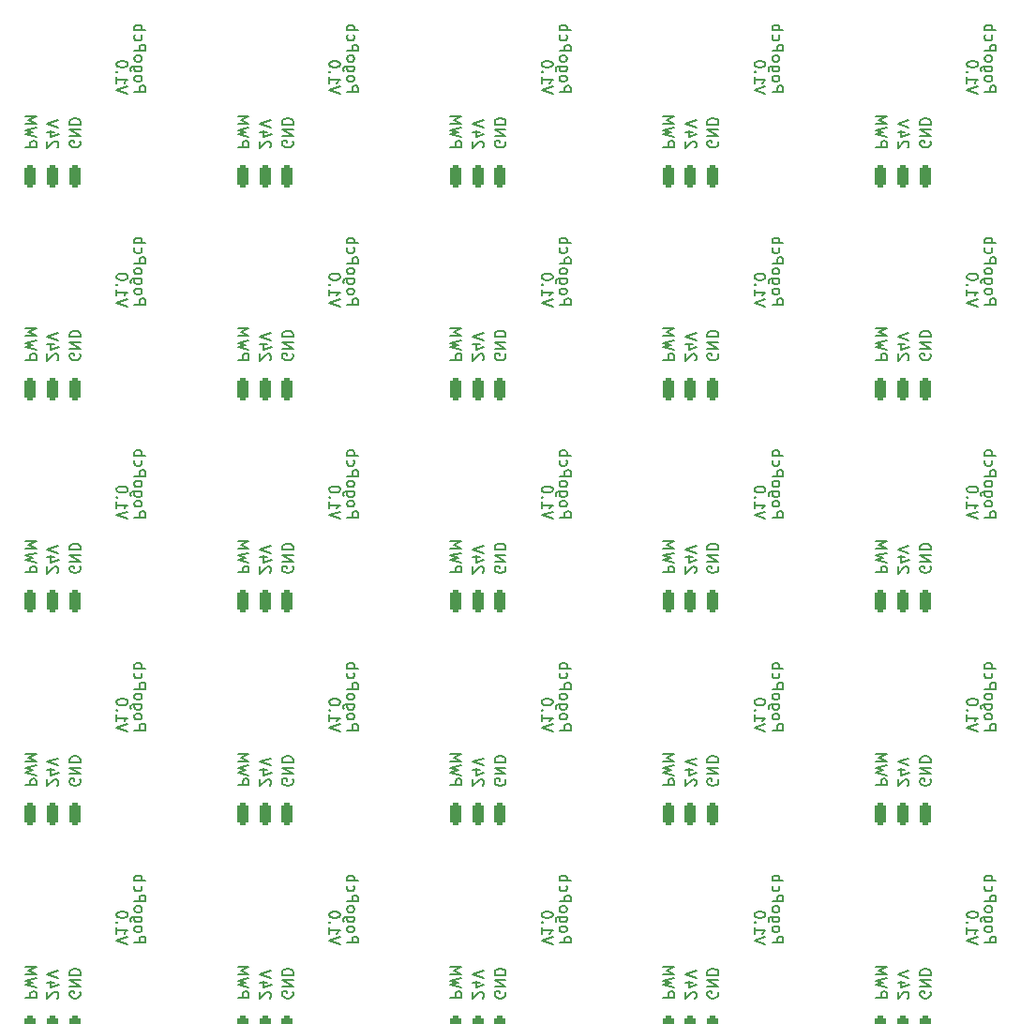
<source format=gbo>
G04 #@! TF.GenerationSoftware,KiCad,Pcbnew,7.0.9*
G04 #@! TF.CreationDate,2024-01-02T20:35:21+01:00*
G04 #@! TF.ProjectId,Nutzen,4e75747a-656e-42e6-9b69-6361645f7063,rev?*
G04 #@! TF.SameCoordinates,Original*
G04 #@! TF.FileFunction,Legend,Bot*
G04 #@! TF.FilePolarity,Positive*
%FSLAX46Y46*%
G04 Gerber Fmt 4.6, Leading zero omitted, Abs format (unit mm)*
G04 Created by KiCad (PCBNEW 7.0.9) date 2024-01-02 20:35:21*
%MOMM*%
%LPD*%
G01*
G04 APERTURE LIST*
G04 Aperture macros list*
%AMRoundRect*
0 Rectangle with rounded corners*
0 $1 Rounding radius*
0 $2 $3 $4 $5 $6 $7 $8 $9 X,Y pos of 4 corners*
0 Add a 4 corners polygon primitive as box body*
4,1,4,$2,$3,$4,$5,$6,$7,$8,$9,$2,$3,0*
0 Add four circle primitives for the rounded corners*
1,1,$1+$1,$2,$3*
1,1,$1+$1,$4,$5*
1,1,$1+$1,$6,$7*
1,1,$1+$1,$8,$9*
0 Add four rect primitives between the rounded corners*
20,1,$1+$1,$2,$3,$4,$5,0*
20,1,$1+$1,$4,$5,$6,$7,0*
20,1,$1+$1,$6,$7,$8,$9,0*
20,1,$1+$1,$8,$9,$2,$3,0*%
G04 Aperture macros list end*
%ADD10C,0.150000*%
%ADD11RoundRect,0.250000X0.250000X-0.750000X0.250000X0.750000X-0.250000X0.750000X-0.250000X-0.750000X0*%
G04 APERTURE END LIST*
D10*
X166584942Y-120180839D02*
X166632561Y-120133220D01*
X166632561Y-120133220D02*
X166680180Y-120037982D01*
X166680180Y-120037982D02*
X166680180Y-119799887D01*
X166680180Y-119799887D02*
X166632561Y-119704649D01*
X166632561Y-119704649D02*
X166584942Y-119657030D01*
X166584942Y-119657030D02*
X166489704Y-119609411D01*
X166489704Y-119609411D02*
X166394466Y-119609411D01*
X166394466Y-119609411D02*
X166251609Y-119657030D01*
X166251609Y-119657030D02*
X165680180Y-120228458D01*
X165680180Y-120228458D02*
X165680180Y-119609411D01*
X166346847Y-118752268D02*
X165680180Y-118752268D01*
X166727800Y-118990363D02*
X166013514Y-119228458D01*
X166013514Y-119228458D02*
X166013514Y-118609411D01*
X166680180Y-118371315D02*
X165680180Y-118037982D01*
X165680180Y-118037982D02*
X166680180Y-117704649D01*
X173540180Y-76763220D02*
X174540180Y-76763220D01*
X174540180Y-76763220D02*
X174540180Y-76382268D01*
X174540180Y-76382268D02*
X174492561Y-76287030D01*
X174492561Y-76287030D02*
X174444942Y-76239411D01*
X174444942Y-76239411D02*
X174349704Y-76191792D01*
X174349704Y-76191792D02*
X174206847Y-76191792D01*
X174206847Y-76191792D02*
X174111609Y-76239411D01*
X174111609Y-76239411D02*
X174063990Y-76287030D01*
X174063990Y-76287030D02*
X174016371Y-76382268D01*
X174016371Y-76382268D02*
X174016371Y-76763220D01*
X173540180Y-75620363D02*
X173587800Y-75715601D01*
X173587800Y-75715601D02*
X173635419Y-75763220D01*
X173635419Y-75763220D02*
X173730657Y-75810839D01*
X173730657Y-75810839D02*
X174016371Y-75810839D01*
X174016371Y-75810839D02*
X174111609Y-75763220D01*
X174111609Y-75763220D02*
X174159228Y-75715601D01*
X174159228Y-75715601D02*
X174206847Y-75620363D01*
X174206847Y-75620363D02*
X174206847Y-75477506D01*
X174206847Y-75477506D02*
X174159228Y-75382268D01*
X174159228Y-75382268D02*
X174111609Y-75334649D01*
X174111609Y-75334649D02*
X174016371Y-75287030D01*
X174016371Y-75287030D02*
X173730657Y-75287030D01*
X173730657Y-75287030D02*
X173635419Y-75334649D01*
X173635419Y-75334649D02*
X173587800Y-75382268D01*
X173587800Y-75382268D02*
X173540180Y-75477506D01*
X173540180Y-75477506D02*
X173540180Y-75620363D01*
X174206847Y-74429887D02*
X173397323Y-74429887D01*
X173397323Y-74429887D02*
X173302085Y-74477506D01*
X173302085Y-74477506D02*
X173254466Y-74525125D01*
X173254466Y-74525125D02*
X173206847Y-74620363D01*
X173206847Y-74620363D02*
X173206847Y-74763220D01*
X173206847Y-74763220D02*
X173254466Y-74858458D01*
X173587800Y-74429887D02*
X173540180Y-74525125D01*
X173540180Y-74525125D02*
X173540180Y-74715601D01*
X173540180Y-74715601D02*
X173587800Y-74810839D01*
X173587800Y-74810839D02*
X173635419Y-74858458D01*
X173635419Y-74858458D02*
X173730657Y-74906077D01*
X173730657Y-74906077D02*
X174016371Y-74906077D01*
X174016371Y-74906077D02*
X174111609Y-74858458D01*
X174111609Y-74858458D02*
X174159228Y-74810839D01*
X174159228Y-74810839D02*
X174206847Y-74715601D01*
X174206847Y-74715601D02*
X174206847Y-74525125D01*
X174206847Y-74525125D02*
X174159228Y-74429887D01*
X173540180Y-73810839D02*
X173587800Y-73906077D01*
X173587800Y-73906077D02*
X173635419Y-73953696D01*
X173635419Y-73953696D02*
X173730657Y-74001315D01*
X173730657Y-74001315D02*
X174016371Y-74001315D01*
X174016371Y-74001315D02*
X174111609Y-73953696D01*
X174111609Y-73953696D02*
X174159228Y-73906077D01*
X174159228Y-73906077D02*
X174206847Y-73810839D01*
X174206847Y-73810839D02*
X174206847Y-73667982D01*
X174206847Y-73667982D02*
X174159228Y-73572744D01*
X174159228Y-73572744D02*
X174111609Y-73525125D01*
X174111609Y-73525125D02*
X174016371Y-73477506D01*
X174016371Y-73477506D02*
X173730657Y-73477506D01*
X173730657Y-73477506D02*
X173635419Y-73525125D01*
X173635419Y-73525125D02*
X173587800Y-73572744D01*
X173587800Y-73572744D02*
X173540180Y-73667982D01*
X173540180Y-73667982D02*
X173540180Y-73810839D01*
X173540180Y-73048934D02*
X174540180Y-73048934D01*
X174540180Y-73048934D02*
X174540180Y-72667982D01*
X174540180Y-72667982D02*
X174492561Y-72572744D01*
X174492561Y-72572744D02*
X174444942Y-72525125D01*
X174444942Y-72525125D02*
X174349704Y-72477506D01*
X174349704Y-72477506D02*
X174206847Y-72477506D01*
X174206847Y-72477506D02*
X174111609Y-72525125D01*
X174111609Y-72525125D02*
X174063990Y-72572744D01*
X174063990Y-72572744D02*
X174016371Y-72667982D01*
X174016371Y-72667982D02*
X174016371Y-73048934D01*
X173587800Y-71620363D02*
X173540180Y-71715601D01*
X173540180Y-71715601D02*
X173540180Y-71906077D01*
X173540180Y-71906077D02*
X173587800Y-72001315D01*
X173587800Y-72001315D02*
X173635419Y-72048934D01*
X173635419Y-72048934D02*
X173730657Y-72096553D01*
X173730657Y-72096553D02*
X174016371Y-72096553D01*
X174016371Y-72096553D02*
X174111609Y-72048934D01*
X174111609Y-72048934D02*
X174159228Y-72001315D01*
X174159228Y-72001315D02*
X174206847Y-71906077D01*
X174206847Y-71906077D02*
X174206847Y-71715601D01*
X174206847Y-71715601D02*
X174159228Y-71620363D01*
X173540180Y-71191791D02*
X174540180Y-71191791D01*
X174159228Y-71191791D02*
X174206847Y-71096553D01*
X174206847Y-71096553D02*
X174206847Y-70906077D01*
X174206847Y-70906077D02*
X174159228Y-70810839D01*
X174159228Y-70810839D02*
X174111609Y-70763220D01*
X174111609Y-70763220D02*
X174016371Y-70715601D01*
X174016371Y-70715601D02*
X173730657Y-70715601D01*
X173730657Y-70715601D02*
X173635419Y-70763220D01*
X173635419Y-70763220D02*
X173587800Y-70810839D01*
X173587800Y-70810839D02*
X173540180Y-70906077D01*
X173540180Y-70906077D02*
X173540180Y-71096553D01*
X173540180Y-71096553D02*
X173587800Y-71191791D01*
X172930180Y-76906077D02*
X171930180Y-76572744D01*
X171930180Y-76572744D02*
X172930180Y-76239411D01*
X171930180Y-75382268D02*
X171930180Y-75953696D01*
X171930180Y-75667982D02*
X172930180Y-75667982D01*
X172930180Y-75667982D02*
X172787323Y-75763220D01*
X172787323Y-75763220D02*
X172692085Y-75858458D01*
X172692085Y-75858458D02*
X172644466Y-75953696D01*
X172025419Y-74953696D02*
X171977800Y-74906077D01*
X171977800Y-74906077D02*
X171930180Y-74953696D01*
X171930180Y-74953696D02*
X171977800Y-75001315D01*
X171977800Y-75001315D02*
X172025419Y-74953696D01*
X172025419Y-74953696D02*
X171930180Y-74953696D01*
X172930180Y-74287030D02*
X172930180Y-74191792D01*
X172930180Y-74191792D02*
X172882561Y-74096554D01*
X172882561Y-74096554D02*
X172834942Y-74048935D01*
X172834942Y-74048935D02*
X172739704Y-74001316D01*
X172739704Y-74001316D02*
X172549228Y-73953697D01*
X172549228Y-73953697D02*
X172311133Y-73953697D01*
X172311133Y-73953697D02*
X172120657Y-74001316D01*
X172120657Y-74001316D02*
X172025419Y-74048935D01*
X172025419Y-74048935D02*
X171977800Y-74096554D01*
X171977800Y-74096554D02*
X171930180Y-74191792D01*
X171930180Y-74191792D02*
X171930180Y-74287030D01*
X171930180Y-74287030D02*
X171977800Y-74382268D01*
X171977800Y-74382268D02*
X172025419Y-74429887D01*
X172025419Y-74429887D02*
X172120657Y-74477506D01*
X172120657Y-74477506D02*
X172311133Y-74525125D01*
X172311133Y-74525125D02*
X172549228Y-74525125D01*
X172549228Y-74525125D02*
X172739704Y-74477506D01*
X172739704Y-74477506D02*
X172834942Y-74429887D01*
X172834942Y-74429887D02*
X172882561Y-74382268D01*
X172882561Y-74382268D02*
X172930180Y-74287030D01*
X163680180Y-120133220D02*
X164680180Y-120133220D01*
X164680180Y-120133220D02*
X164680180Y-119752268D01*
X164680180Y-119752268D02*
X164632561Y-119657030D01*
X164632561Y-119657030D02*
X164584942Y-119609411D01*
X164584942Y-119609411D02*
X164489704Y-119561792D01*
X164489704Y-119561792D02*
X164346847Y-119561792D01*
X164346847Y-119561792D02*
X164251609Y-119609411D01*
X164251609Y-119609411D02*
X164203990Y-119657030D01*
X164203990Y-119657030D02*
X164156371Y-119752268D01*
X164156371Y-119752268D02*
X164156371Y-120133220D01*
X164680180Y-119228458D02*
X163680180Y-118990363D01*
X163680180Y-118990363D02*
X164394466Y-118799887D01*
X164394466Y-118799887D02*
X163680180Y-118609411D01*
X163680180Y-118609411D02*
X164680180Y-118371316D01*
X163680180Y-117990363D02*
X164680180Y-117990363D01*
X164680180Y-117990363D02*
X163965895Y-117657030D01*
X163965895Y-117657030D02*
X164680180Y-117323697D01*
X164680180Y-117323697D02*
X163680180Y-117323697D01*
X166584942Y-100980839D02*
X166632561Y-100933220D01*
X166632561Y-100933220D02*
X166680180Y-100837982D01*
X166680180Y-100837982D02*
X166680180Y-100599887D01*
X166680180Y-100599887D02*
X166632561Y-100504649D01*
X166632561Y-100504649D02*
X166584942Y-100457030D01*
X166584942Y-100457030D02*
X166489704Y-100409411D01*
X166489704Y-100409411D02*
X166394466Y-100409411D01*
X166394466Y-100409411D02*
X166251609Y-100457030D01*
X166251609Y-100457030D02*
X165680180Y-101028458D01*
X165680180Y-101028458D02*
X165680180Y-100409411D01*
X166346847Y-99552268D02*
X165680180Y-99552268D01*
X166727800Y-99790363D02*
X166013514Y-100028458D01*
X166013514Y-100028458D02*
X166013514Y-99409411D01*
X166680180Y-99171315D02*
X165680180Y-98837982D01*
X165680180Y-98837982D02*
X166680180Y-98504649D01*
X166584942Y-81780839D02*
X166632561Y-81733220D01*
X166632561Y-81733220D02*
X166680180Y-81637982D01*
X166680180Y-81637982D02*
X166680180Y-81399887D01*
X166680180Y-81399887D02*
X166632561Y-81304649D01*
X166632561Y-81304649D02*
X166584942Y-81257030D01*
X166584942Y-81257030D02*
X166489704Y-81209411D01*
X166489704Y-81209411D02*
X166394466Y-81209411D01*
X166394466Y-81209411D02*
X166251609Y-81257030D01*
X166251609Y-81257030D02*
X165680180Y-81828458D01*
X165680180Y-81828458D02*
X165680180Y-81209411D01*
X166346847Y-80352268D02*
X165680180Y-80352268D01*
X166727800Y-80590363D02*
X166013514Y-80828458D01*
X166013514Y-80828458D02*
X166013514Y-80209411D01*
X166680180Y-79971315D02*
X165680180Y-79637982D01*
X165680180Y-79637982D02*
X166680180Y-79304649D01*
X168632561Y-81209411D02*
X168680180Y-81304649D01*
X168680180Y-81304649D02*
X168680180Y-81447506D01*
X168680180Y-81447506D02*
X168632561Y-81590363D01*
X168632561Y-81590363D02*
X168537323Y-81685601D01*
X168537323Y-81685601D02*
X168442085Y-81733220D01*
X168442085Y-81733220D02*
X168251609Y-81780839D01*
X168251609Y-81780839D02*
X168108752Y-81780839D01*
X168108752Y-81780839D02*
X167918276Y-81733220D01*
X167918276Y-81733220D02*
X167823038Y-81685601D01*
X167823038Y-81685601D02*
X167727800Y-81590363D01*
X167727800Y-81590363D02*
X167680180Y-81447506D01*
X167680180Y-81447506D02*
X167680180Y-81352268D01*
X167680180Y-81352268D02*
X167727800Y-81209411D01*
X167727800Y-81209411D02*
X167775419Y-81161792D01*
X167775419Y-81161792D02*
X168108752Y-81161792D01*
X168108752Y-81161792D02*
X168108752Y-81352268D01*
X167680180Y-80733220D02*
X168680180Y-80733220D01*
X168680180Y-80733220D02*
X167680180Y-80161792D01*
X167680180Y-80161792D02*
X168680180Y-80161792D01*
X167680180Y-79685601D02*
X168680180Y-79685601D01*
X168680180Y-79685601D02*
X168680180Y-79447506D01*
X168680180Y-79447506D02*
X168632561Y-79304649D01*
X168632561Y-79304649D02*
X168537323Y-79209411D01*
X168537323Y-79209411D02*
X168442085Y-79161792D01*
X168442085Y-79161792D02*
X168251609Y-79114173D01*
X168251609Y-79114173D02*
X168108752Y-79114173D01*
X168108752Y-79114173D02*
X167918276Y-79161792D01*
X167918276Y-79161792D02*
X167823038Y-79209411D01*
X167823038Y-79209411D02*
X167727800Y-79304649D01*
X167727800Y-79304649D02*
X167680180Y-79447506D01*
X167680180Y-79447506D02*
X167680180Y-79685601D01*
X163680180Y-81733220D02*
X164680180Y-81733220D01*
X164680180Y-81733220D02*
X164680180Y-81352268D01*
X164680180Y-81352268D02*
X164632561Y-81257030D01*
X164632561Y-81257030D02*
X164584942Y-81209411D01*
X164584942Y-81209411D02*
X164489704Y-81161792D01*
X164489704Y-81161792D02*
X164346847Y-81161792D01*
X164346847Y-81161792D02*
X164251609Y-81209411D01*
X164251609Y-81209411D02*
X164203990Y-81257030D01*
X164203990Y-81257030D02*
X164156371Y-81352268D01*
X164156371Y-81352268D02*
X164156371Y-81733220D01*
X164680180Y-80828458D02*
X163680180Y-80590363D01*
X163680180Y-80590363D02*
X164394466Y-80399887D01*
X164394466Y-80399887D02*
X163680180Y-80209411D01*
X163680180Y-80209411D02*
X164680180Y-79971316D01*
X163680180Y-79590363D02*
X164680180Y-79590363D01*
X164680180Y-79590363D02*
X163965895Y-79257030D01*
X163965895Y-79257030D02*
X164680180Y-78923697D01*
X164680180Y-78923697D02*
X163680180Y-78923697D01*
X173540180Y-57563220D02*
X174540180Y-57563220D01*
X174540180Y-57563220D02*
X174540180Y-57182268D01*
X174540180Y-57182268D02*
X174492561Y-57087030D01*
X174492561Y-57087030D02*
X174444942Y-57039411D01*
X174444942Y-57039411D02*
X174349704Y-56991792D01*
X174349704Y-56991792D02*
X174206847Y-56991792D01*
X174206847Y-56991792D02*
X174111609Y-57039411D01*
X174111609Y-57039411D02*
X174063990Y-57087030D01*
X174063990Y-57087030D02*
X174016371Y-57182268D01*
X174016371Y-57182268D02*
X174016371Y-57563220D01*
X173540180Y-56420363D02*
X173587800Y-56515601D01*
X173587800Y-56515601D02*
X173635419Y-56563220D01*
X173635419Y-56563220D02*
X173730657Y-56610839D01*
X173730657Y-56610839D02*
X174016371Y-56610839D01*
X174016371Y-56610839D02*
X174111609Y-56563220D01*
X174111609Y-56563220D02*
X174159228Y-56515601D01*
X174159228Y-56515601D02*
X174206847Y-56420363D01*
X174206847Y-56420363D02*
X174206847Y-56277506D01*
X174206847Y-56277506D02*
X174159228Y-56182268D01*
X174159228Y-56182268D02*
X174111609Y-56134649D01*
X174111609Y-56134649D02*
X174016371Y-56087030D01*
X174016371Y-56087030D02*
X173730657Y-56087030D01*
X173730657Y-56087030D02*
X173635419Y-56134649D01*
X173635419Y-56134649D02*
X173587800Y-56182268D01*
X173587800Y-56182268D02*
X173540180Y-56277506D01*
X173540180Y-56277506D02*
X173540180Y-56420363D01*
X174206847Y-55229887D02*
X173397323Y-55229887D01*
X173397323Y-55229887D02*
X173302085Y-55277506D01*
X173302085Y-55277506D02*
X173254466Y-55325125D01*
X173254466Y-55325125D02*
X173206847Y-55420363D01*
X173206847Y-55420363D02*
X173206847Y-55563220D01*
X173206847Y-55563220D02*
X173254466Y-55658458D01*
X173587800Y-55229887D02*
X173540180Y-55325125D01*
X173540180Y-55325125D02*
X173540180Y-55515601D01*
X173540180Y-55515601D02*
X173587800Y-55610839D01*
X173587800Y-55610839D02*
X173635419Y-55658458D01*
X173635419Y-55658458D02*
X173730657Y-55706077D01*
X173730657Y-55706077D02*
X174016371Y-55706077D01*
X174016371Y-55706077D02*
X174111609Y-55658458D01*
X174111609Y-55658458D02*
X174159228Y-55610839D01*
X174159228Y-55610839D02*
X174206847Y-55515601D01*
X174206847Y-55515601D02*
X174206847Y-55325125D01*
X174206847Y-55325125D02*
X174159228Y-55229887D01*
X173540180Y-54610839D02*
X173587800Y-54706077D01*
X173587800Y-54706077D02*
X173635419Y-54753696D01*
X173635419Y-54753696D02*
X173730657Y-54801315D01*
X173730657Y-54801315D02*
X174016371Y-54801315D01*
X174016371Y-54801315D02*
X174111609Y-54753696D01*
X174111609Y-54753696D02*
X174159228Y-54706077D01*
X174159228Y-54706077D02*
X174206847Y-54610839D01*
X174206847Y-54610839D02*
X174206847Y-54467982D01*
X174206847Y-54467982D02*
X174159228Y-54372744D01*
X174159228Y-54372744D02*
X174111609Y-54325125D01*
X174111609Y-54325125D02*
X174016371Y-54277506D01*
X174016371Y-54277506D02*
X173730657Y-54277506D01*
X173730657Y-54277506D02*
X173635419Y-54325125D01*
X173635419Y-54325125D02*
X173587800Y-54372744D01*
X173587800Y-54372744D02*
X173540180Y-54467982D01*
X173540180Y-54467982D02*
X173540180Y-54610839D01*
X173540180Y-53848934D02*
X174540180Y-53848934D01*
X174540180Y-53848934D02*
X174540180Y-53467982D01*
X174540180Y-53467982D02*
X174492561Y-53372744D01*
X174492561Y-53372744D02*
X174444942Y-53325125D01*
X174444942Y-53325125D02*
X174349704Y-53277506D01*
X174349704Y-53277506D02*
X174206847Y-53277506D01*
X174206847Y-53277506D02*
X174111609Y-53325125D01*
X174111609Y-53325125D02*
X174063990Y-53372744D01*
X174063990Y-53372744D02*
X174016371Y-53467982D01*
X174016371Y-53467982D02*
X174016371Y-53848934D01*
X173587800Y-52420363D02*
X173540180Y-52515601D01*
X173540180Y-52515601D02*
X173540180Y-52706077D01*
X173540180Y-52706077D02*
X173587800Y-52801315D01*
X173587800Y-52801315D02*
X173635419Y-52848934D01*
X173635419Y-52848934D02*
X173730657Y-52896553D01*
X173730657Y-52896553D02*
X174016371Y-52896553D01*
X174016371Y-52896553D02*
X174111609Y-52848934D01*
X174111609Y-52848934D02*
X174159228Y-52801315D01*
X174159228Y-52801315D02*
X174206847Y-52706077D01*
X174206847Y-52706077D02*
X174206847Y-52515601D01*
X174206847Y-52515601D02*
X174159228Y-52420363D01*
X173540180Y-51991791D02*
X174540180Y-51991791D01*
X174159228Y-51991791D02*
X174206847Y-51896553D01*
X174206847Y-51896553D02*
X174206847Y-51706077D01*
X174206847Y-51706077D02*
X174159228Y-51610839D01*
X174159228Y-51610839D02*
X174111609Y-51563220D01*
X174111609Y-51563220D02*
X174016371Y-51515601D01*
X174016371Y-51515601D02*
X173730657Y-51515601D01*
X173730657Y-51515601D02*
X173635419Y-51563220D01*
X173635419Y-51563220D02*
X173587800Y-51610839D01*
X173587800Y-51610839D02*
X173540180Y-51706077D01*
X173540180Y-51706077D02*
X173540180Y-51896553D01*
X173540180Y-51896553D02*
X173587800Y-51991791D01*
X172930180Y-57706077D02*
X171930180Y-57372744D01*
X171930180Y-57372744D02*
X172930180Y-57039411D01*
X171930180Y-56182268D02*
X171930180Y-56753696D01*
X171930180Y-56467982D02*
X172930180Y-56467982D01*
X172930180Y-56467982D02*
X172787323Y-56563220D01*
X172787323Y-56563220D02*
X172692085Y-56658458D01*
X172692085Y-56658458D02*
X172644466Y-56753696D01*
X172025419Y-55753696D02*
X171977800Y-55706077D01*
X171977800Y-55706077D02*
X171930180Y-55753696D01*
X171930180Y-55753696D02*
X171977800Y-55801315D01*
X171977800Y-55801315D02*
X172025419Y-55753696D01*
X172025419Y-55753696D02*
X171930180Y-55753696D01*
X172930180Y-55087030D02*
X172930180Y-54991792D01*
X172930180Y-54991792D02*
X172882561Y-54896554D01*
X172882561Y-54896554D02*
X172834942Y-54848935D01*
X172834942Y-54848935D02*
X172739704Y-54801316D01*
X172739704Y-54801316D02*
X172549228Y-54753697D01*
X172549228Y-54753697D02*
X172311133Y-54753697D01*
X172311133Y-54753697D02*
X172120657Y-54801316D01*
X172120657Y-54801316D02*
X172025419Y-54848935D01*
X172025419Y-54848935D02*
X171977800Y-54896554D01*
X171977800Y-54896554D02*
X171930180Y-54991792D01*
X171930180Y-54991792D02*
X171930180Y-55087030D01*
X171930180Y-55087030D02*
X171977800Y-55182268D01*
X171977800Y-55182268D02*
X172025419Y-55229887D01*
X172025419Y-55229887D02*
X172120657Y-55277506D01*
X172120657Y-55277506D02*
X172311133Y-55325125D01*
X172311133Y-55325125D02*
X172549228Y-55325125D01*
X172549228Y-55325125D02*
X172739704Y-55277506D01*
X172739704Y-55277506D02*
X172834942Y-55229887D01*
X172834942Y-55229887D02*
X172882561Y-55182268D01*
X172882561Y-55182268D02*
X172930180Y-55087030D01*
X163680180Y-100933220D02*
X164680180Y-100933220D01*
X164680180Y-100933220D02*
X164680180Y-100552268D01*
X164680180Y-100552268D02*
X164632561Y-100457030D01*
X164632561Y-100457030D02*
X164584942Y-100409411D01*
X164584942Y-100409411D02*
X164489704Y-100361792D01*
X164489704Y-100361792D02*
X164346847Y-100361792D01*
X164346847Y-100361792D02*
X164251609Y-100409411D01*
X164251609Y-100409411D02*
X164203990Y-100457030D01*
X164203990Y-100457030D02*
X164156371Y-100552268D01*
X164156371Y-100552268D02*
X164156371Y-100933220D01*
X164680180Y-100028458D02*
X163680180Y-99790363D01*
X163680180Y-99790363D02*
X164394466Y-99599887D01*
X164394466Y-99599887D02*
X163680180Y-99409411D01*
X163680180Y-99409411D02*
X164680180Y-99171316D01*
X163680180Y-98790363D02*
X164680180Y-98790363D01*
X164680180Y-98790363D02*
X163965895Y-98457030D01*
X163965895Y-98457030D02*
X164680180Y-98123697D01*
X164680180Y-98123697D02*
X163680180Y-98123697D01*
X173540180Y-115163220D02*
X174540180Y-115163220D01*
X174540180Y-115163220D02*
X174540180Y-114782268D01*
X174540180Y-114782268D02*
X174492561Y-114687030D01*
X174492561Y-114687030D02*
X174444942Y-114639411D01*
X174444942Y-114639411D02*
X174349704Y-114591792D01*
X174349704Y-114591792D02*
X174206847Y-114591792D01*
X174206847Y-114591792D02*
X174111609Y-114639411D01*
X174111609Y-114639411D02*
X174063990Y-114687030D01*
X174063990Y-114687030D02*
X174016371Y-114782268D01*
X174016371Y-114782268D02*
X174016371Y-115163220D01*
X173540180Y-114020363D02*
X173587800Y-114115601D01*
X173587800Y-114115601D02*
X173635419Y-114163220D01*
X173635419Y-114163220D02*
X173730657Y-114210839D01*
X173730657Y-114210839D02*
X174016371Y-114210839D01*
X174016371Y-114210839D02*
X174111609Y-114163220D01*
X174111609Y-114163220D02*
X174159228Y-114115601D01*
X174159228Y-114115601D02*
X174206847Y-114020363D01*
X174206847Y-114020363D02*
X174206847Y-113877506D01*
X174206847Y-113877506D02*
X174159228Y-113782268D01*
X174159228Y-113782268D02*
X174111609Y-113734649D01*
X174111609Y-113734649D02*
X174016371Y-113687030D01*
X174016371Y-113687030D02*
X173730657Y-113687030D01*
X173730657Y-113687030D02*
X173635419Y-113734649D01*
X173635419Y-113734649D02*
X173587800Y-113782268D01*
X173587800Y-113782268D02*
X173540180Y-113877506D01*
X173540180Y-113877506D02*
X173540180Y-114020363D01*
X174206847Y-112829887D02*
X173397323Y-112829887D01*
X173397323Y-112829887D02*
X173302085Y-112877506D01*
X173302085Y-112877506D02*
X173254466Y-112925125D01*
X173254466Y-112925125D02*
X173206847Y-113020363D01*
X173206847Y-113020363D02*
X173206847Y-113163220D01*
X173206847Y-113163220D02*
X173254466Y-113258458D01*
X173587800Y-112829887D02*
X173540180Y-112925125D01*
X173540180Y-112925125D02*
X173540180Y-113115601D01*
X173540180Y-113115601D02*
X173587800Y-113210839D01*
X173587800Y-113210839D02*
X173635419Y-113258458D01*
X173635419Y-113258458D02*
X173730657Y-113306077D01*
X173730657Y-113306077D02*
X174016371Y-113306077D01*
X174016371Y-113306077D02*
X174111609Y-113258458D01*
X174111609Y-113258458D02*
X174159228Y-113210839D01*
X174159228Y-113210839D02*
X174206847Y-113115601D01*
X174206847Y-113115601D02*
X174206847Y-112925125D01*
X174206847Y-112925125D02*
X174159228Y-112829887D01*
X173540180Y-112210839D02*
X173587800Y-112306077D01*
X173587800Y-112306077D02*
X173635419Y-112353696D01*
X173635419Y-112353696D02*
X173730657Y-112401315D01*
X173730657Y-112401315D02*
X174016371Y-112401315D01*
X174016371Y-112401315D02*
X174111609Y-112353696D01*
X174111609Y-112353696D02*
X174159228Y-112306077D01*
X174159228Y-112306077D02*
X174206847Y-112210839D01*
X174206847Y-112210839D02*
X174206847Y-112067982D01*
X174206847Y-112067982D02*
X174159228Y-111972744D01*
X174159228Y-111972744D02*
X174111609Y-111925125D01*
X174111609Y-111925125D02*
X174016371Y-111877506D01*
X174016371Y-111877506D02*
X173730657Y-111877506D01*
X173730657Y-111877506D02*
X173635419Y-111925125D01*
X173635419Y-111925125D02*
X173587800Y-111972744D01*
X173587800Y-111972744D02*
X173540180Y-112067982D01*
X173540180Y-112067982D02*
X173540180Y-112210839D01*
X173540180Y-111448934D02*
X174540180Y-111448934D01*
X174540180Y-111448934D02*
X174540180Y-111067982D01*
X174540180Y-111067982D02*
X174492561Y-110972744D01*
X174492561Y-110972744D02*
X174444942Y-110925125D01*
X174444942Y-110925125D02*
X174349704Y-110877506D01*
X174349704Y-110877506D02*
X174206847Y-110877506D01*
X174206847Y-110877506D02*
X174111609Y-110925125D01*
X174111609Y-110925125D02*
X174063990Y-110972744D01*
X174063990Y-110972744D02*
X174016371Y-111067982D01*
X174016371Y-111067982D02*
X174016371Y-111448934D01*
X173587800Y-110020363D02*
X173540180Y-110115601D01*
X173540180Y-110115601D02*
X173540180Y-110306077D01*
X173540180Y-110306077D02*
X173587800Y-110401315D01*
X173587800Y-110401315D02*
X173635419Y-110448934D01*
X173635419Y-110448934D02*
X173730657Y-110496553D01*
X173730657Y-110496553D02*
X174016371Y-110496553D01*
X174016371Y-110496553D02*
X174111609Y-110448934D01*
X174111609Y-110448934D02*
X174159228Y-110401315D01*
X174159228Y-110401315D02*
X174206847Y-110306077D01*
X174206847Y-110306077D02*
X174206847Y-110115601D01*
X174206847Y-110115601D02*
X174159228Y-110020363D01*
X173540180Y-109591791D02*
X174540180Y-109591791D01*
X174159228Y-109591791D02*
X174206847Y-109496553D01*
X174206847Y-109496553D02*
X174206847Y-109306077D01*
X174206847Y-109306077D02*
X174159228Y-109210839D01*
X174159228Y-109210839D02*
X174111609Y-109163220D01*
X174111609Y-109163220D02*
X174016371Y-109115601D01*
X174016371Y-109115601D02*
X173730657Y-109115601D01*
X173730657Y-109115601D02*
X173635419Y-109163220D01*
X173635419Y-109163220D02*
X173587800Y-109210839D01*
X173587800Y-109210839D02*
X173540180Y-109306077D01*
X173540180Y-109306077D02*
X173540180Y-109496553D01*
X173540180Y-109496553D02*
X173587800Y-109591791D01*
X172930180Y-115306077D02*
X171930180Y-114972744D01*
X171930180Y-114972744D02*
X172930180Y-114639411D01*
X171930180Y-113782268D02*
X171930180Y-114353696D01*
X171930180Y-114067982D02*
X172930180Y-114067982D01*
X172930180Y-114067982D02*
X172787323Y-114163220D01*
X172787323Y-114163220D02*
X172692085Y-114258458D01*
X172692085Y-114258458D02*
X172644466Y-114353696D01*
X172025419Y-113353696D02*
X171977800Y-113306077D01*
X171977800Y-113306077D02*
X171930180Y-113353696D01*
X171930180Y-113353696D02*
X171977800Y-113401315D01*
X171977800Y-113401315D02*
X172025419Y-113353696D01*
X172025419Y-113353696D02*
X171930180Y-113353696D01*
X172930180Y-112687030D02*
X172930180Y-112591792D01*
X172930180Y-112591792D02*
X172882561Y-112496554D01*
X172882561Y-112496554D02*
X172834942Y-112448935D01*
X172834942Y-112448935D02*
X172739704Y-112401316D01*
X172739704Y-112401316D02*
X172549228Y-112353697D01*
X172549228Y-112353697D02*
X172311133Y-112353697D01*
X172311133Y-112353697D02*
X172120657Y-112401316D01*
X172120657Y-112401316D02*
X172025419Y-112448935D01*
X172025419Y-112448935D02*
X171977800Y-112496554D01*
X171977800Y-112496554D02*
X171930180Y-112591792D01*
X171930180Y-112591792D02*
X171930180Y-112687030D01*
X171930180Y-112687030D02*
X171977800Y-112782268D01*
X171977800Y-112782268D02*
X172025419Y-112829887D01*
X172025419Y-112829887D02*
X172120657Y-112877506D01*
X172120657Y-112877506D02*
X172311133Y-112925125D01*
X172311133Y-112925125D02*
X172549228Y-112925125D01*
X172549228Y-112925125D02*
X172739704Y-112877506D01*
X172739704Y-112877506D02*
X172834942Y-112829887D01*
X172834942Y-112829887D02*
X172882561Y-112782268D01*
X172882561Y-112782268D02*
X172930180Y-112687030D01*
X168632561Y-100409411D02*
X168680180Y-100504649D01*
X168680180Y-100504649D02*
X168680180Y-100647506D01*
X168680180Y-100647506D02*
X168632561Y-100790363D01*
X168632561Y-100790363D02*
X168537323Y-100885601D01*
X168537323Y-100885601D02*
X168442085Y-100933220D01*
X168442085Y-100933220D02*
X168251609Y-100980839D01*
X168251609Y-100980839D02*
X168108752Y-100980839D01*
X168108752Y-100980839D02*
X167918276Y-100933220D01*
X167918276Y-100933220D02*
X167823038Y-100885601D01*
X167823038Y-100885601D02*
X167727800Y-100790363D01*
X167727800Y-100790363D02*
X167680180Y-100647506D01*
X167680180Y-100647506D02*
X167680180Y-100552268D01*
X167680180Y-100552268D02*
X167727800Y-100409411D01*
X167727800Y-100409411D02*
X167775419Y-100361792D01*
X167775419Y-100361792D02*
X168108752Y-100361792D01*
X168108752Y-100361792D02*
X168108752Y-100552268D01*
X167680180Y-99933220D02*
X168680180Y-99933220D01*
X168680180Y-99933220D02*
X167680180Y-99361792D01*
X167680180Y-99361792D02*
X168680180Y-99361792D01*
X167680180Y-98885601D02*
X168680180Y-98885601D01*
X168680180Y-98885601D02*
X168680180Y-98647506D01*
X168680180Y-98647506D02*
X168632561Y-98504649D01*
X168632561Y-98504649D02*
X168537323Y-98409411D01*
X168537323Y-98409411D02*
X168442085Y-98361792D01*
X168442085Y-98361792D02*
X168251609Y-98314173D01*
X168251609Y-98314173D02*
X168108752Y-98314173D01*
X168108752Y-98314173D02*
X167918276Y-98361792D01*
X167918276Y-98361792D02*
X167823038Y-98409411D01*
X167823038Y-98409411D02*
X167727800Y-98504649D01*
X167727800Y-98504649D02*
X167680180Y-98647506D01*
X167680180Y-98647506D02*
X167680180Y-98885601D01*
X168632561Y-62009411D02*
X168680180Y-62104649D01*
X168680180Y-62104649D02*
X168680180Y-62247506D01*
X168680180Y-62247506D02*
X168632561Y-62390363D01*
X168632561Y-62390363D02*
X168537323Y-62485601D01*
X168537323Y-62485601D02*
X168442085Y-62533220D01*
X168442085Y-62533220D02*
X168251609Y-62580839D01*
X168251609Y-62580839D02*
X168108752Y-62580839D01*
X168108752Y-62580839D02*
X167918276Y-62533220D01*
X167918276Y-62533220D02*
X167823038Y-62485601D01*
X167823038Y-62485601D02*
X167727800Y-62390363D01*
X167727800Y-62390363D02*
X167680180Y-62247506D01*
X167680180Y-62247506D02*
X167680180Y-62152268D01*
X167680180Y-62152268D02*
X167727800Y-62009411D01*
X167727800Y-62009411D02*
X167775419Y-61961792D01*
X167775419Y-61961792D02*
X168108752Y-61961792D01*
X168108752Y-61961792D02*
X168108752Y-62152268D01*
X167680180Y-61533220D02*
X168680180Y-61533220D01*
X168680180Y-61533220D02*
X167680180Y-60961792D01*
X167680180Y-60961792D02*
X168680180Y-60961792D01*
X167680180Y-60485601D02*
X168680180Y-60485601D01*
X168680180Y-60485601D02*
X168680180Y-60247506D01*
X168680180Y-60247506D02*
X168632561Y-60104649D01*
X168632561Y-60104649D02*
X168537323Y-60009411D01*
X168537323Y-60009411D02*
X168442085Y-59961792D01*
X168442085Y-59961792D02*
X168251609Y-59914173D01*
X168251609Y-59914173D02*
X168108752Y-59914173D01*
X168108752Y-59914173D02*
X167918276Y-59961792D01*
X167918276Y-59961792D02*
X167823038Y-60009411D01*
X167823038Y-60009411D02*
X167727800Y-60104649D01*
X167727800Y-60104649D02*
X167680180Y-60247506D01*
X167680180Y-60247506D02*
X167680180Y-60485601D01*
X166584942Y-62580839D02*
X166632561Y-62533220D01*
X166632561Y-62533220D02*
X166680180Y-62437982D01*
X166680180Y-62437982D02*
X166680180Y-62199887D01*
X166680180Y-62199887D02*
X166632561Y-62104649D01*
X166632561Y-62104649D02*
X166584942Y-62057030D01*
X166584942Y-62057030D02*
X166489704Y-62009411D01*
X166489704Y-62009411D02*
X166394466Y-62009411D01*
X166394466Y-62009411D02*
X166251609Y-62057030D01*
X166251609Y-62057030D02*
X165680180Y-62628458D01*
X165680180Y-62628458D02*
X165680180Y-62009411D01*
X166346847Y-61152268D02*
X165680180Y-61152268D01*
X166727800Y-61390363D02*
X166013514Y-61628458D01*
X166013514Y-61628458D02*
X166013514Y-61009411D01*
X166680180Y-60771315D02*
X165680180Y-60437982D01*
X165680180Y-60437982D02*
X166680180Y-60104649D01*
X168632561Y-119609411D02*
X168680180Y-119704649D01*
X168680180Y-119704649D02*
X168680180Y-119847506D01*
X168680180Y-119847506D02*
X168632561Y-119990363D01*
X168632561Y-119990363D02*
X168537323Y-120085601D01*
X168537323Y-120085601D02*
X168442085Y-120133220D01*
X168442085Y-120133220D02*
X168251609Y-120180839D01*
X168251609Y-120180839D02*
X168108752Y-120180839D01*
X168108752Y-120180839D02*
X167918276Y-120133220D01*
X167918276Y-120133220D02*
X167823038Y-120085601D01*
X167823038Y-120085601D02*
X167727800Y-119990363D01*
X167727800Y-119990363D02*
X167680180Y-119847506D01*
X167680180Y-119847506D02*
X167680180Y-119752268D01*
X167680180Y-119752268D02*
X167727800Y-119609411D01*
X167727800Y-119609411D02*
X167775419Y-119561792D01*
X167775419Y-119561792D02*
X168108752Y-119561792D01*
X168108752Y-119561792D02*
X168108752Y-119752268D01*
X167680180Y-119133220D02*
X168680180Y-119133220D01*
X168680180Y-119133220D02*
X167680180Y-118561792D01*
X167680180Y-118561792D02*
X168680180Y-118561792D01*
X167680180Y-118085601D02*
X168680180Y-118085601D01*
X168680180Y-118085601D02*
X168680180Y-117847506D01*
X168680180Y-117847506D02*
X168632561Y-117704649D01*
X168632561Y-117704649D02*
X168537323Y-117609411D01*
X168537323Y-117609411D02*
X168442085Y-117561792D01*
X168442085Y-117561792D02*
X168251609Y-117514173D01*
X168251609Y-117514173D02*
X168108752Y-117514173D01*
X168108752Y-117514173D02*
X167918276Y-117561792D01*
X167918276Y-117561792D02*
X167823038Y-117609411D01*
X167823038Y-117609411D02*
X167727800Y-117704649D01*
X167727800Y-117704649D02*
X167680180Y-117847506D01*
X167680180Y-117847506D02*
X167680180Y-118085601D01*
X173540180Y-95963220D02*
X174540180Y-95963220D01*
X174540180Y-95963220D02*
X174540180Y-95582268D01*
X174540180Y-95582268D02*
X174492561Y-95487030D01*
X174492561Y-95487030D02*
X174444942Y-95439411D01*
X174444942Y-95439411D02*
X174349704Y-95391792D01*
X174349704Y-95391792D02*
X174206847Y-95391792D01*
X174206847Y-95391792D02*
X174111609Y-95439411D01*
X174111609Y-95439411D02*
X174063990Y-95487030D01*
X174063990Y-95487030D02*
X174016371Y-95582268D01*
X174016371Y-95582268D02*
X174016371Y-95963220D01*
X173540180Y-94820363D02*
X173587800Y-94915601D01*
X173587800Y-94915601D02*
X173635419Y-94963220D01*
X173635419Y-94963220D02*
X173730657Y-95010839D01*
X173730657Y-95010839D02*
X174016371Y-95010839D01*
X174016371Y-95010839D02*
X174111609Y-94963220D01*
X174111609Y-94963220D02*
X174159228Y-94915601D01*
X174159228Y-94915601D02*
X174206847Y-94820363D01*
X174206847Y-94820363D02*
X174206847Y-94677506D01*
X174206847Y-94677506D02*
X174159228Y-94582268D01*
X174159228Y-94582268D02*
X174111609Y-94534649D01*
X174111609Y-94534649D02*
X174016371Y-94487030D01*
X174016371Y-94487030D02*
X173730657Y-94487030D01*
X173730657Y-94487030D02*
X173635419Y-94534649D01*
X173635419Y-94534649D02*
X173587800Y-94582268D01*
X173587800Y-94582268D02*
X173540180Y-94677506D01*
X173540180Y-94677506D02*
X173540180Y-94820363D01*
X174206847Y-93629887D02*
X173397323Y-93629887D01*
X173397323Y-93629887D02*
X173302085Y-93677506D01*
X173302085Y-93677506D02*
X173254466Y-93725125D01*
X173254466Y-93725125D02*
X173206847Y-93820363D01*
X173206847Y-93820363D02*
X173206847Y-93963220D01*
X173206847Y-93963220D02*
X173254466Y-94058458D01*
X173587800Y-93629887D02*
X173540180Y-93725125D01*
X173540180Y-93725125D02*
X173540180Y-93915601D01*
X173540180Y-93915601D02*
X173587800Y-94010839D01*
X173587800Y-94010839D02*
X173635419Y-94058458D01*
X173635419Y-94058458D02*
X173730657Y-94106077D01*
X173730657Y-94106077D02*
X174016371Y-94106077D01*
X174016371Y-94106077D02*
X174111609Y-94058458D01*
X174111609Y-94058458D02*
X174159228Y-94010839D01*
X174159228Y-94010839D02*
X174206847Y-93915601D01*
X174206847Y-93915601D02*
X174206847Y-93725125D01*
X174206847Y-93725125D02*
X174159228Y-93629887D01*
X173540180Y-93010839D02*
X173587800Y-93106077D01*
X173587800Y-93106077D02*
X173635419Y-93153696D01*
X173635419Y-93153696D02*
X173730657Y-93201315D01*
X173730657Y-93201315D02*
X174016371Y-93201315D01*
X174016371Y-93201315D02*
X174111609Y-93153696D01*
X174111609Y-93153696D02*
X174159228Y-93106077D01*
X174159228Y-93106077D02*
X174206847Y-93010839D01*
X174206847Y-93010839D02*
X174206847Y-92867982D01*
X174206847Y-92867982D02*
X174159228Y-92772744D01*
X174159228Y-92772744D02*
X174111609Y-92725125D01*
X174111609Y-92725125D02*
X174016371Y-92677506D01*
X174016371Y-92677506D02*
X173730657Y-92677506D01*
X173730657Y-92677506D02*
X173635419Y-92725125D01*
X173635419Y-92725125D02*
X173587800Y-92772744D01*
X173587800Y-92772744D02*
X173540180Y-92867982D01*
X173540180Y-92867982D02*
X173540180Y-93010839D01*
X173540180Y-92248934D02*
X174540180Y-92248934D01*
X174540180Y-92248934D02*
X174540180Y-91867982D01*
X174540180Y-91867982D02*
X174492561Y-91772744D01*
X174492561Y-91772744D02*
X174444942Y-91725125D01*
X174444942Y-91725125D02*
X174349704Y-91677506D01*
X174349704Y-91677506D02*
X174206847Y-91677506D01*
X174206847Y-91677506D02*
X174111609Y-91725125D01*
X174111609Y-91725125D02*
X174063990Y-91772744D01*
X174063990Y-91772744D02*
X174016371Y-91867982D01*
X174016371Y-91867982D02*
X174016371Y-92248934D01*
X173587800Y-90820363D02*
X173540180Y-90915601D01*
X173540180Y-90915601D02*
X173540180Y-91106077D01*
X173540180Y-91106077D02*
X173587800Y-91201315D01*
X173587800Y-91201315D02*
X173635419Y-91248934D01*
X173635419Y-91248934D02*
X173730657Y-91296553D01*
X173730657Y-91296553D02*
X174016371Y-91296553D01*
X174016371Y-91296553D02*
X174111609Y-91248934D01*
X174111609Y-91248934D02*
X174159228Y-91201315D01*
X174159228Y-91201315D02*
X174206847Y-91106077D01*
X174206847Y-91106077D02*
X174206847Y-90915601D01*
X174206847Y-90915601D02*
X174159228Y-90820363D01*
X173540180Y-90391791D02*
X174540180Y-90391791D01*
X174159228Y-90391791D02*
X174206847Y-90296553D01*
X174206847Y-90296553D02*
X174206847Y-90106077D01*
X174206847Y-90106077D02*
X174159228Y-90010839D01*
X174159228Y-90010839D02*
X174111609Y-89963220D01*
X174111609Y-89963220D02*
X174016371Y-89915601D01*
X174016371Y-89915601D02*
X173730657Y-89915601D01*
X173730657Y-89915601D02*
X173635419Y-89963220D01*
X173635419Y-89963220D02*
X173587800Y-90010839D01*
X173587800Y-90010839D02*
X173540180Y-90106077D01*
X173540180Y-90106077D02*
X173540180Y-90296553D01*
X173540180Y-90296553D02*
X173587800Y-90391791D01*
X172930180Y-96106077D02*
X171930180Y-95772744D01*
X171930180Y-95772744D02*
X172930180Y-95439411D01*
X171930180Y-94582268D02*
X171930180Y-95153696D01*
X171930180Y-94867982D02*
X172930180Y-94867982D01*
X172930180Y-94867982D02*
X172787323Y-94963220D01*
X172787323Y-94963220D02*
X172692085Y-95058458D01*
X172692085Y-95058458D02*
X172644466Y-95153696D01*
X172025419Y-94153696D02*
X171977800Y-94106077D01*
X171977800Y-94106077D02*
X171930180Y-94153696D01*
X171930180Y-94153696D02*
X171977800Y-94201315D01*
X171977800Y-94201315D02*
X172025419Y-94153696D01*
X172025419Y-94153696D02*
X171930180Y-94153696D01*
X172930180Y-93487030D02*
X172930180Y-93391792D01*
X172930180Y-93391792D02*
X172882561Y-93296554D01*
X172882561Y-93296554D02*
X172834942Y-93248935D01*
X172834942Y-93248935D02*
X172739704Y-93201316D01*
X172739704Y-93201316D02*
X172549228Y-93153697D01*
X172549228Y-93153697D02*
X172311133Y-93153697D01*
X172311133Y-93153697D02*
X172120657Y-93201316D01*
X172120657Y-93201316D02*
X172025419Y-93248935D01*
X172025419Y-93248935D02*
X171977800Y-93296554D01*
X171977800Y-93296554D02*
X171930180Y-93391792D01*
X171930180Y-93391792D02*
X171930180Y-93487030D01*
X171930180Y-93487030D02*
X171977800Y-93582268D01*
X171977800Y-93582268D02*
X172025419Y-93629887D01*
X172025419Y-93629887D02*
X172120657Y-93677506D01*
X172120657Y-93677506D02*
X172311133Y-93725125D01*
X172311133Y-93725125D02*
X172549228Y-93725125D01*
X172549228Y-93725125D02*
X172739704Y-93677506D01*
X172739704Y-93677506D02*
X172834942Y-93629887D01*
X172834942Y-93629887D02*
X172882561Y-93582268D01*
X172882561Y-93582268D02*
X172930180Y-93487030D01*
X163680180Y-62533220D02*
X164680180Y-62533220D01*
X164680180Y-62533220D02*
X164680180Y-62152268D01*
X164680180Y-62152268D02*
X164632561Y-62057030D01*
X164632561Y-62057030D02*
X164584942Y-62009411D01*
X164584942Y-62009411D02*
X164489704Y-61961792D01*
X164489704Y-61961792D02*
X164346847Y-61961792D01*
X164346847Y-61961792D02*
X164251609Y-62009411D01*
X164251609Y-62009411D02*
X164203990Y-62057030D01*
X164203990Y-62057030D02*
X164156371Y-62152268D01*
X164156371Y-62152268D02*
X164156371Y-62533220D01*
X164680180Y-61628458D02*
X163680180Y-61390363D01*
X163680180Y-61390363D02*
X164394466Y-61199887D01*
X164394466Y-61199887D02*
X163680180Y-61009411D01*
X163680180Y-61009411D02*
X164680180Y-60771316D01*
X163680180Y-60390363D02*
X164680180Y-60390363D01*
X164680180Y-60390363D02*
X163965895Y-60057030D01*
X163965895Y-60057030D02*
X164680180Y-59723697D01*
X164680180Y-59723697D02*
X163680180Y-59723697D01*
X166584942Y-43380839D02*
X166632561Y-43333220D01*
X166632561Y-43333220D02*
X166680180Y-43237982D01*
X166680180Y-43237982D02*
X166680180Y-42999887D01*
X166680180Y-42999887D02*
X166632561Y-42904649D01*
X166632561Y-42904649D02*
X166584942Y-42857030D01*
X166584942Y-42857030D02*
X166489704Y-42809411D01*
X166489704Y-42809411D02*
X166394466Y-42809411D01*
X166394466Y-42809411D02*
X166251609Y-42857030D01*
X166251609Y-42857030D02*
X165680180Y-43428458D01*
X165680180Y-43428458D02*
X165680180Y-42809411D01*
X166346847Y-41952268D02*
X165680180Y-41952268D01*
X166727800Y-42190363D02*
X166013514Y-42428458D01*
X166013514Y-42428458D02*
X166013514Y-41809411D01*
X166680180Y-41571315D02*
X165680180Y-41237982D01*
X165680180Y-41237982D02*
X166680180Y-40904649D01*
X168632561Y-42809411D02*
X168680180Y-42904649D01*
X168680180Y-42904649D02*
X168680180Y-43047506D01*
X168680180Y-43047506D02*
X168632561Y-43190363D01*
X168632561Y-43190363D02*
X168537323Y-43285601D01*
X168537323Y-43285601D02*
X168442085Y-43333220D01*
X168442085Y-43333220D02*
X168251609Y-43380839D01*
X168251609Y-43380839D02*
X168108752Y-43380839D01*
X168108752Y-43380839D02*
X167918276Y-43333220D01*
X167918276Y-43333220D02*
X167823038Y-43285601D01*
X167823038Y-43285601D02*
X167727800Y-43190363D01*
X167727800Y-43190363D02*
X167680180Y-43047506D01*
X167680180Y-43047506D02*
X167680180Y-42952268D01*
X167680180Y-42952268D02*
X167727800Y-42809411D01*
X167727800Y-42809411D02*
X167775419Y-42761792D01*
X167775419Y-42761792D02*
X168108752Y-42761792D01*
X168108752Y-42761792D02*
X168108752Y-42952268D01*
X167680180Y-42333220D02*
X168680180Y-42333220D01*
X168680180Y-42333220D02*
X167680180Y-41761792D01*
X167680180Y-41761792D02*
X168680180Y-41761792D01*
X167680180Y-41285601D02*
X168680180Y-41285601D01*
X168680180Y-41285601D02*
X168680180Y-41047506D01*
X168680180Y-41047506D02*
X168632561Y-40904649D01*
X168632561Y-40904649D02*
X168537323Y-40809411D01*
X168537323Y-40809411D02*
X168442085Y-40761792D01*
X168442085Y-40761792D02*
X168251609Y-40714173D01*
X168251609Y-40714173D02*
X168108752Y-40714173D01*
X168108752Y-40714173D02*
X167918276Y-40761792D01*
X167918276Y-40761792D02*
X167823038Y-40809411D01*
X167823038Y-40809411D02*
X167727800Y-40904649D01*
X167727800Y-40904649D02*
X167680180Y-41047506D01*
X167680180Y-41047506D02*
X167680180Y-41285601D01*
X163680180Y-43333220D02*
X164680180Y-43333220D01*
X164680180Y-43333220D02*
X164680180Y-42952268D01*
X164680180Y-42952268D02*
X164632561Y-42857030D01*
X164632561Y-42857030D02*
X164584942Y-42809411D01*
X164584942Y-42809411D02*
X164489704Y-42761792D01*
X164489704Y-42761792D02*
X164346847Y-42761792D01*
X164346847Y-42761792D02*
X164251609Y-42809411D01*
X164251609Y-42809411D02*
X164203990Y-42857030D01*
X164203990Y-42857030D02*
X164156371Y-42952268D01*
X164156371Y-42952268D02*
X164156371Y-43333220D01*
X164680180Y-42428458D02*
X163680180Y-42190363D01*
X163680180Y-42190363D02*
X164394466Y-41999887D01*
X164394466Y-41999887D02*
X163680180Y-41809411D01*
X163680180Y-41809411D02*
X164680180Y-41571316D01*
X163680180Y-41190363D02*
X164680180Y-41190363D01*
X164680180Y-41190363D02*
X163965895Y-40857030D01*
X163965895Y-40857030D02*
X164680180Y-40523697D01*
X164680180Y-40523697D02*
X163680180Y-40523697D01*
X173540180Y-38363220D02*
X174540180Y-38363220D01*
X174540180Y-38363220D02*
X174540180Y-37982268D01*
X174540180Y-37982268D02*
X174492561Y-37887030D01*
X174492561Y-37887030D02*
X174444942Y-37839411D01*
X174444942Y-37839411D02*
X174349704Y-37791792D01*
X174349704Y-37791792D02*
X174206847Y-37791792D01*
X174206847Y-37791792D02*
X174111609Y-37839411D01*
X174111609Y-37839411D02*
X174063990Y-37887030D01*
X174063990Y-37887030D02*
X174016371Y-37982268D01*
X174016371Y-37982268D02*
X174016371Y-38363220D01*
X173540180Y-37220363D02*
X173587800Y-37315601D01*
X173587800Y-37315601D02*
X173635419Y-37363220D01*
X173635419Y-37363220D02*
X173730657Y-37410839D01*
X173730657Y-37410839D02*
X174016371Y-37410839D01*
X174016371Y-37410839D02*
X174111609Y-37363220D01*
X174111609Y-37363220D02*
X174159228Y-37315601D01*
X174159228Y-37315601D02*
X174206847Y-37220363D01*
X174206847Y-37220363D02*
X174206847Y-37077506D01*
X174206847Y-37077506D02*
X174159228Y-36982268D01*
X174159228Y-36982268D02*
X174111609Y-36934649D01*
X174111609Y-36934649D02*
X174016371Y-36887030D01*
X174016371Y-36887030D02*
X173730657Y-36887030D01*
X173730657Y-36887030D02*
X173635419Y-36934649D01*
X173635419Y-36934649D02*
X173587800Y-36982268D01*
X173587800Y-36982268D02*
X173540180Y-37077506D01*
X173540180Y-37077506D02*
X173540180Y-37220363D01*
X174206847Y-36029887D02*
X173397323Y-36029887D01*
X173397323Y-36029887D02*
X173302085Y-36077506D01*
X173302085Y-36077506D02*
X173254466Y-36125125D01*
X173254466Y-36125125D02*
X173206847Y-36220363D01*
X173206847Y-36220363D02*
X173206847Y-36363220D01*
X173206847Y-36363220D02*
X173254466Y-36458458D01*
X173587800Y-36029887D02*
X173540180Y-36125125D01*
X173540180Y-36125125D02*
X173540180Y-36315601D01*
X173540180Y-36315601D02*
X173587800Y-36410839D01*
X173587800Y-36410839D02*
X173635419Y-36458458D01*
X173635419Y-36458458D02*
X173730657Y-36506077D01*
X173730657Y-36506077D02*
X174016371Y-36506077D01*
X174016371Y-36506077D02*
X174111609Y-36458458D01*
X174111609Y-36458458D02*
X174159228Y-36410839D01*
X174159228Y-36410839D02*
X174206847Y-36315601D01*
X174206847Y-36315601D02*
X174206847Y-36125125D01*
X174206847Y-36125125D02*
X174159228Y-36029887D01*
X173540180Y-35410839D02*
X173587800Y-35506077D01*
X173587800Y-35506077D02*
X173635419Y-35553696D01*
X173635419Y-35553696D02*
X173730657Y-35601315D01*
X173730657Y-35601315D02*
X174016371Y-35601315D01*
X174016371Y-35601315D02*
X174111609Y-35553696D01*
X174111609Y-35553696D02*
X174159228Y-35506077D01*
X174159228Y-35506077D02*
X174206847Y-35410839D01*
X174206847Y-35410839D02*
X174206847Y-35267982D01*
X174206847Y-35267982D02*
X174159228Y-35172744D01*
X174159228Y-35172744D02*
X174111609Y-35125125D01*
X174111609Y-35125125D02*
X174016371Y-35077506D01*
X174016371Y-35077506D02*
X173730657Y-35077506D01*
X173730657Y-35077506D02*
X173635419Y-35125125D01*
X173635419Y-35125125D02*
X173587800Y-35172744D01*
X173587800Y-35172744D02*
X173540180Y-35267982D01*
X173540180Y-35267982D02*
X173540180Y-35410839D01*
X173540180Y-34648934D02*
X174540180Y-34648934D01*
X174540180Y-34648934D02*
X174540180Y-34267982D01*
X174540180Y-34267982D02*
X174492561Y-34172744D01*
X174492561Y-34172744D02*
X174444942Y-34125125D01*
X174444942Y-34125125D02*
X174349704Y-34077506D01*
X174349704Y-34077506D02*
X174206847Y-34077506D01*
X174206847Y-34077506D02*
X174111609Y-34125125D01*
X174111609Y-34125125D02*
X174063990Y-34172744D01*
X174063990Y-34172744D02*
X174016371Y-34267982D01*
X174016371Y-34267982D02*
X174016371Y-34648934D01*
X173587800Y-33220363D02*
X173540180Y-33315601D01*
X173540180Y-33315601D02*
X173540180Y-33506077D01*
X173540180Y-33506077D02*
X173587800Y-33601315D01*
X173587800Y-33601315D02*
X173635419Y-33648934D01*
X173635419Y-33648934D02*
X173730657Y-33696553D01*
X173730657Y-33696553D02*
X174016371Y-33696553D01*
X174016371Y-33696553D02*
X174111609Y-33648934D01*
X174111609Y-33648934D02*
X174159228Y-33601315D01*
X174159228Y-33601315D02*
X174206847Y-33506077D01*
X174206847Y-33506077D02*
X174206847Y-33315601D01*
X174206847Y-33315601D02*
X174159228Y-33220363D01*
X173540180Y-32791791D02*
X174540180Y-32791791D01*
X174159228Y-32791791D02*
X174206847Y-32696553D01*
X174206847Y-32696553D02*
X174206847Y-32506077D01*
X174206847Y-32506077D02*
X174159228Y-32410839D01*
X174159228Y-32410839D02*
X174111609Y-32363220D01*
X174111609Y-32363220D02*
X174016371Y-32315601D01*
X174016371Y-32315601D02*
X173730657Y-32315601D01*
X173730657Y-32315601D02*
X173635419Y-32363220D01*
X173635419Y-32363220D02*
X173587800Y-32410839D01*
X173587800Y-32410839D02*
X173540180Y-32506077D01*
X173540180Y-32506077D02*
X173540180Y-32696553D01*
X173540180Y-32696553D02*
X173587800Y-32791791D01*
X172930180Y-38506077D02*
X171930180Y-38172744D01*
X171930180Y-38172744D02*
X172930180Y-37839411D01*
X171930180Y-36982268D02*
X171930180Y-37553696D01*
X171930180Y-37267982D02*
X172930180Y-37267982D01*
X172930180Y-37267982D02*
X172787323Y-37363220D01*
X172787323Y-37363220D02*
X172692085Y-37458458D01*
X172692085Y-37458458D02*
X172644466Y-37553696D01*
X172025419Y-36553696D02*
X171977800Y-36506077D01*
X171977800Y-36506077D02*
X171930180Y-36553696D01*
X171930180Y-36553696D02*
X171977800Y-36601315D01*
X171977800Y-36601315D02*
X172025419Y-36553696D01*
X172025419Y-36553696D02*
X171930180Y-36553696D01*
X172930180Y-35887030D02*
X172930180Y-35791792D01*
X172930180Y-35791792D02*
X172882561Y-35696554D01*
X172882561Y-35696554D02*
X172834942Y-35648935D01*
X172834942Y-35648935D02*
X172739704Y-35601316D01*
X172739704Y-35601316D02*
X172549228Y-35553697D01*
X172549228Y-35553697D02*
X172311133Y-35553697D01*
X172311133Y-35553697D02*
X172120657Y-35601316D01*
X172120657Y-35601316D02*
X172025419Y-35648935D01*
X172025419Y-35648935D02*
X171977800Y-35696554D01*
X171977800Y-35696554D02*
X171930180Y-35791792D01*
X171930180Y-35791792D02*
X171930180Y-35887030D01*
X171930180Y-35887030D02*
X171977800Y-35982268D01*
X171977800Y-35982268D02*
X172025419Y-36029887D01*
X172025419Y-36029887D02*
X172120657Y-36077506D01*
X172120657Y-36077506D02*
X172311133Y-36125125D01*
X172311133Y-36125125D02*
X172549228Y-36125125D01*
X172549228Y-36125125D02*
X172739704Y-36077506D01*
X172739704Y-36077506D02*
X172834942Y-36029887D01*
X172834942Y-36029887D02*
X172882561Y-35982268D01*
X172882561Y-35982268D02*
X172930180Y-35887030D01*
X147384942Y-120180839D02*
X147432561Y-120133220D01*
X147432561Y-120133220D02*
X147480180Y-120037982D01*
X147480180Y-120037982D02*
X147480180Y-119799887D01*
X147480180Y-119799887D02*
X147432561Y-119704649D01*
X147432561Y-119704649D02*
X147384942Y-119657030D01*
X147384942Y-119657030D02*
X147289704Y-119609411D01*
X147289704Y-119609411D02*
X147194466Y-119609411D01*
X147194466Y-119609411D02*
X147051609Y-119657030D01*
X147051609Y-119657030D02*
X146480180Y-120228458D01*
X146480180Y-120228458D02*
X146480180Y-119609411D01*
X147146847Y-118752268D02*
X146480180Y-118752268D01*
X147527800Y-118990363D02*
X146813514Y-119228458D01*
X146813514Y-119228458D02*
X146813514Y-118609411D01*
X147480180Y-118371315D02*
X146480180Y-118037982D01*
X146480180Y-118037982D02*
X147480180Y-117704649D01*
X154340180Y-76763220D02*
X155340180Y-76763220D01*
X155340180Y-76763220D02*
X155340180Y-76382268D01*
X155340180Y-76382268D02*
X155292561Y-76287030D01*
X155292561Y-76287030D02*
X155244942Y-76239411D01*
X155244942Y-76239411D02*
X155149704Y-76191792D01*
X155149704Y-76191792D02*
X155006847Y-76191792D01*
X155006847Y-76191792D02*
X154911609Y-76239411D01*
X154911609Y-76239411D02*
X154863990Y-76287030D01*
X154863990Y-76287030D02*
X154816371Y-76382268D01*
X154816371Y-76382268D02*
X154816371Y-76763220D01*
X154340180Y-75620363D02*
X154387800Y-75715601D01*
X154387800Y-75715601D02*
X154435419Y-75763220D01*
X154435419Y-75763220D02*
X154530657Y-75810839D01*
X154530657Y-75810839D02*
X154816371Y-75810839D01*
X154816371Y-75810839D02*
X154911609Y-75763220D01*
X154911609Y-75763220D02*
X154959228Y-75715601D01*
X154959228Y-75715601D02*
X155006847Y-75620363D01*
X155006847Y-75620363D02*
X155006847Y-75477506D01*
X155006847Y-75477506D02*
X154959228Y-75382268D01*
X154959228Y-75382268D02*
X154911609Y-75334649D01*
X154911609Y-75334649D02*
X154816371Y-75287030D01*
X154816371Y-75287030D02*
X154530657Y-75287030D01*
X154530657Y-75287030D02*
X154435419Y-75334649D01*
X154435419Y-75334649D02*
X154387800Y-75382268D01*
X154387800Y-75382268D02*
X154340180Y-75477506D01*
X154340180Y-75477506D02*
X154340180Y-75620363D01*
X155006847Y-74429887D02*
X154197323Y-74429887D01*
X154197323Y-74429887D02*
X154102085Y-74477506D01*
X154102085Y-74477506D02*
X154054466Y-74525125D01*
X154054466Y-74525125D02*
X154006847Y-74620363D01*
X154006847Y-74620363D02*
X154006847Y-74763220D01*
X154006847Y-74763220D02*
X154054466Y-74858458D01*
X154387800Y-74429887D02*
X154340180Y-74525125D01*
X154340180Y-74525125D02*
X154340180Y-74715601D01*
X154340180Y-74715601D02*
X154387800Y-74810839D01*
X154387800Y-74810839D02*
X154435419Y-74858458D01*
X154435419Y-74858458D02*
X154530657Y-74906077D01*
X154530657Y-74906077D02*
X154816371Y-74906077D01*
X154816371Y-74906077D02*
X154911609Y-74858458D01*
X154911609Y-74858458D02*
X154959228Y-74810839D01*
X154959228Y-74810839D02*
X155006847Y-74715601D01*
X155006847Y-74715601D02*
X155006847Y-74525125D01*
X155006847Y-74525125D02*
X154959228Y-74429887D01*
X154340180Y-73810839D02*
X154387800Y-73906077D01*
X154387800Y-73906077D02*
X154435419Y-73953696D01*
X154435419Y-73953696D02*
X154530657Y-74001315D01*
X154530657Y-74001315D02*
X154816371Y-74001315D01*
X154816371Y-74001315D02*
X154911609Y-73953696D01*
X154911609Y-73953696D02*
X154959228Y-73906077D01*
X154959228Y-73906077D02*
X155006847Y-73810839D01*
X155006847Y-73810839D02*
X155006847Y-73667982D01*
X155006847Y-73667982D02*
X154959228Y-73572744D01*
X154959228Y-73572744D02*
X154911609Y-73525125D01*
X154911609Y-73525125D02*
X154816371Y-73477506D01*
X154816371Y-73477506D02*
X154530657Y-73477506D01*
X154530657Y-73477506D02*
X154435419Y-73525125D01*
X154435419Y-73525125D02*
X154387800Y-73572744D01*
X154387800Y-73572744D02*
X154340180Y-73667982D01*
X154340180Y-73667982D02*
X154340180Y-73810839D01*
X154340180Y-73048934D02*
X155340180Y-73048934D01*
X155340180Y-73048934D02*
X155340180Y-72667982D01*
X155340180Y-72667982D02*
X155292561Y-72572744D01*
X155292561Y-72572744D02*
X155244942Y-72525125D01*
X155244942Y-72525125D02*
X155149704Y-72477506D01*
X155149704Y-72477506D02*
X155006847Y-72477506D01*
X155006847Y-72477506D02*
X154911609Y-72525125D01*
X154911609Y-72525125D02*
X154863990Y-72572744D01*
X154863990Y-72572744D02*
X154816371Y-72667982D01*
X154816371Y-72667982D02*
X154816371Y-73048934D01*
X154387800Y-71620363D02*
X154340180Y-71715601D01*
X154340180Y-71715601D02*
X154340180Y-71906077D01*
X154340180Y-71906077D02*
X154387800Y-72001315D01*
X154387800Y-72001315D02*
X154435419Y-72048934D01*
X154435419Y-72048934D02*
X154530657Y-72096553D01*
X154530657Y-72096553D02*
X154816371Y-72096553D01*
X154816371Y-72096553D02*
X154911609Y-72048934D01*
X154911609Y-72048934D02*
X154959228Y-72001315D01*
X154959228Y-72001315D02*
X155006847Y-71906077D01*
X155006847Y-71906077D02*
X155006847Y-71715601D01*
X155006847Y-71715601D02*
X154959228Y-71620363D01*
X154340180Y-71191791D02*
X155340180Y-71191791D01*
X154959228Y-71191791D02*
X155006847Y-71096553D01*
X155006847Y-71096553D02*
X155006847Y-70906077D01*
X155006847Y-70906077D02*
X154959228Y-70810839D01*
X154959228Y-70810839D02*
X154911609Y-70763220D01*
X154911609Y-70763220D02*
X154816371Y-70715601D01*
X154816371Y-70715601D02*
X154530657Y-70715601D01*
X154530657Y-70715601D02*
X154435419Y-70763220D01*
X154435419Y-70763220D02*
X154387800Y-70810839D01*
X154387800Y-70810839D02*
X154340180Y-70906077D01*
X154340180Y-70906077D02*
X154340180Y-71096553D01*
X154340180Y-71096553D02*
X154387800Y-71191791D01*
X153730180Y-76906077D02*
X152730180Y-76572744D01*
X152730180Y-76572744D02*
X153730180Y-76239411D01*
X152730180Y-75382268D02*
X152730180Y-75953696D01*
X152730180Y-75667982D02*
X153730180Y-75667982D01*
X153730180Y-75667982D02*
X153587323Y-75763220D01*
X153587323Y-75763220D02*
X153492085Y-75858458D01*
X153492085Y-75858458D02*
X153444466Y-75953696D01*
X152825419Y-74953696D02*
X152777800Y-74906077D01*
X152777800Y-74906077D02*
X152730180Y-74953696D01*
X152730180Y-74953696D02*
X152777800Y-75001315D01*
X152777800Y-75001315D02*
X152825419Y-74953696D01*
X152825419Y-74953696D02*
X152730180Y-74953696D01*
X153730180Y-74287030D02*
X153730180Y-74191792D01*
X153730180Y-74191792D02*
X153682561Y-74096554D01*
X153682561Y-74096554D02*
X153634942Y-74048935D01*
X153634942Y-74048935D02*
X153539704Y-74001316D01*
X153539704Y-74001316D02*
X153349228Y-73953697D01*
X153349228Y-73953697D02*
X153111133Y-73953697D01*
X153111133Y-73953697D02*
X152920657Y-74001316D01*
X152920657Y-74001316D02*
X152825419Y-74048935D01*
X152825419Y-74048935D02*
X152777800Y-74096554D01*
X152777800Y-74096554D02*
X152730180Y-74191792D01*
X152730180Y-74191792D02*
X152730180Y-74287030D01*
X152730180Y-74287030D02*
X152777800Y-74382268D01*
X152777800Y-74382268D02*
X152825419Y-74429887D01*
X152825419Y-74429887D02*
X152920657Y-74477506D01*
X152920657Y-74477506D02*
X153111133Y-74525125D01*
X153111133Y-74525125D02*
X153349228Y-74525125D01*
X153349228Y-74525125D02*
X153539704Y-74477506D01*
X153539704Y-74477506D02*
X153634942Y-74429887D01*
X153634942Y-74429887D02*
X153682561Y-74382268D01*
X153682561Y-74382268D02*
X153730180Y-74287030D01*
X144480180Y-120133220D02*
X145480180Y-120133220D01*
X145480180Y-120133220D02*
X145480180Y-119752268D01*
X145480180Y-119752268D02*
X145432561Y-119657030D01*
X145432561Y-119657030D02*
X145384942Y-119609411D01*
X145384942Y-119609411D02*
X145289704Y-119561792D01*
X145289704Y-119561792D02*
X145146847Y-119561792D01*
X145146847Y-119561792D02*
X145051609Y-119609411D01*
X145051609Y-119609411D02*
X145003990Y-119657030D01*
X145003990Y-119657030D02*
X144956371Y-119752268D01*
X144956371Y-119752268D02*
X144956371Y-120133220D01*
X145480180Y-119228458D02*
X144480180Y-118990363D01*
X144480180Y-118990363D02*
X145194466Y-118799887D01*
X145194466Y-118799887D02*
X144480180Y-118609411D01*
X144480180Y-118609411D02*
X145480180Y-118371316D01*
X144480180Y-117990363D02*
X145480180Y-117990363D01*
X145480180Y-117990363D02*
X144765895Y-117657030D01*
X144765895Y-117657030D02*
X145480180Y-117323697D01*
X145480180Y-117323697D02*
X144480180Y-117323697D01*
X147384942Y-100980839D02*
X147432561Y-100933220D01*
X147432561Y-100933220D02*
X147480180Y-100837982D01*
X147480180Y-100837982D02*
X147480180Y-100599887D01*
X147480180Y-100599887D02*
X147432561Y-100504649D01*
X147432561Y-100504649D02*
X147384942Y-100457030D01*
X147384942Y-100457030D02*
X147289704Y-100409411D01*
X147289704Y-100409411D02*
X147194466Y-100409411D01*
X147194466Y-100409411D02*
X147051609Y-100457030D01*
X147051609Y-100457030D02*
X146480180Y-101028458D01*
X146480180Y-101028458D02*
X146480180Y-100409411D01*
X147146847Y-99552268D02*
X146480180Y-99552268D01*
X147527800Y-99790363D02*
X146813514Y-100028458D01*
X146813514Y-100028458D02*
X146813514Y-99409411D01*
X147480180Y-99171315D02*
X146480180Y-98837982D01*
X146480180Y-98837982D02*
X147480180Y-98504649D01*
X147384942Y-81780839D02*
X147432561Y-81733220D01*
X147432561Y-81733220D02*
X147480180Y-81637982D01*
X147480180Y-81637982D02*
X147480180Y-81399887D01*
X147480180Y-81399887D02*
X147432561Y-81304649D01*
X147432561Y-81304649D02*
X147384942Y-81257030D01*
X147384942Y-81257030D02*
X147289704Y-81209411D01*
X147289704Y-81209411D02*
X147194466Y-81209411D01*
X147194466Y-81209411D02*
X147051609Y-81257030D01*
X147051609Y-81257030D02*
X146480180Y-81828458D01*
X146480180Y-81828458D02*
X146480180Y-81209411D01*
X147146847Y-80352268D02*
X146480180Y-80352268D01*
X147527800Y-80590363D02*
X146813514Y-80828458D01*
X146813514Y-80828458D02*
X146813514Y-80209411D01*
X147480180Y-79971315D02*
X146480180Y-79637982D01*
X146480180Y-79637982D02*
X147480180Y-79304649D01*
X149432561Y-81209411D02*
X149480180Y-81304649D01*
X149480180Y-81304649D02*
X149480180Y-81447506D01*
X149480180Y-81447506D02*
X149432561Y-81590363D01*
X149432561Y-81590363D02*
X149337323Y-81685601D01*
X149337323Y-81685601D02*
X149242085Y-81733220D01*
X149242085Y-81733220D02*
X149051609Y-81780839D01*
X149051609Y-81780839D02*
X148908752Y-81780839D01*
X148908752Y-81780839D02*
X148718276Y-81733220D01*
X148718276Y-81733220D02*
X148623038Y-81685601D01*
X148623038Y-81685601D02*
X148527800Y-81590363D01*
X148527800Y-81590363D02*
X148480180Y-81447506D01*
X148480180Y-81447506D02*
X148480180Y-81352268D01*
X148480180Y-81352268D02*
X148527800Y-81209411D01*
X148527800Y-81209411D02*
X148575419Y-81161792D01*
X148575419Y-81161792D02*
X148908752Y-81161792D01*
X148908752Y-81161792D02*
X148908752Y-81352268D01*
X148480180Y-80733220D02*
X149480180Y-80733220D01*
X149480180Y-80733220D02*
X148480180Y-80161792D01*
X148480180Y-80161792D02*
X149480180Y-80161792D01*
X148480180Y-79685601D02*
X149480180Y-79685601D01*
X149480180Y-79685601D02*
X149480180Y-79447506D01*
X149480180Y-79447506D02*
X149432561Y-79304649D01*
X149432561Y-79304649D02*
X149337323Y-79209411D01*
X149337323Y-79209411D02*
X149242085Y-79161792D01*
X149242085Y-79161792D02*
X149051609Y-79114173D01*
X149051609Y-79114173D02*
X148908752Y-79114173D01*
X148908752Y-79114173D02*
X148718276Y-79161792D01*
X148718276Y-79161792D02*
X148623038Y-79209411D01*
X148623038Y-79209411D02*
X148527800Y-79304649D01*
X148527800Y-79304649D02*
X148480180Y-79447506D01*
X148480180Y-79447506D02*
X148480180Y-79685601D01*
X144480180Y-81733220D02*
X145480180Y-81733220D01*
X145480180Y-81733220D02*
X145480180Y-81352268D01*
X145480180Y-81352268D02*
X145432561Y-81257030D01*
X145432561Y-81257030D02*
X145384942Y-81209411D01*
X145384942Y-81209411D02*
X145289704Y-81161792D01*
X145289704Y-81161792D02*
X145146847Y-81161792D01*
X145146847Y-81161792D02*
X145051609Y-81209411D01*
X145051609Y-81209411D02*
X145003990Y-81257030D01*
X145003990Y-81257030D02*
X144956371Y-81352268D01*
X144956371Y-81352268D02*
X144956371Y-81733220D01*
X145480180Y-80828458D02*
X144480180Y-80590363D01*
X144480180Y-80590363D02*
X145194466Y-80399887D01*
X145194466Y-80399887D02*
X144480180Y-80209411D01*
X144480180Y-80209411D02*
X145480180Y-79971316D01*
X144480180Y-79590363D02*
X145480180Y-79590363D01*
X145480180Y-79590363D02*
X144765895Y-79257030D01*
X144765895Y-79257030D02*
X145480180Y-78923697D01*
X145480180Y-78923697D02*
X144480180Y-78923697D01*
X154340180Y-57563220D02*
X155340180Y-57563220D01*
X155340180Y-57563220D02*
X155340180Y-57182268D01*
X155340180Y-57182268D02*
X155292561Y-57087030D01*
X155292561Y-57087030D02*
X155244942Y-57039411D01*
X155244942Y-57039411D02*
X155149704Y-56991792D01*
X155149704Y-56991792D02*
X155006847Y-56991792D01*
X155006847Y-56991792D02*
X154911609Y-57039411D01*
X154911609Y-57039411D02*
X154863990Y-57087030D01*
X154863990Y-57087030D02*
X154816371Y-57182268D01*
X154816371Y-57182268D02*
X154816371Y-57563220D01*
X154340180Y-56420363D02*
X154387800Y-56515601D01*
X154387800Y-56515601D02*
X154435419Y-56563220D01*
X154435419Y-56563220D02*
X154530657Y-56610839D01*
X154530657Y-56610839D02*
X154816371Y-56610839D01*
X154816371Y-56610839D02*
X154911609Y-56563220D01*
X154911609Y-56563220D02*
X154959228Y-56515601D01*
X154959228Y-56515601D02*
X155006847Y-56420363D01*
X155006847Y-56420363D02*
X155006847Y-56277506D01*
X155006847Y-56277506D02*
X154959228Y-56182268D01*
X154959228Y-56182268D02*
X154911609Y-56134649D01*
X154911609Y-56134649D02*
X154816371Y-56087030D01*
X154816371Y-56087030D02*
X154530657Y-56087030D01*
X154530657Y-56087030D02*
X154435419Y-56134649D01*
X154435419Y-56134649D02*
X154387800Y-56182268D01*
X154387800Y-56182268D02*
X154340180Y-56277506D01*
X154340180Y-56277506D02*
X154340180Y-56420363D01*
X155006847Y-55229887D02*
X154197323Y-55229887D01*
X154197323Y-55229887D02*
X154102085Y-55277506D01*
X154102085Y-55277506D02*
X154054466Y-55325125D01*
X154054466Y-55325125D02*
X154006847Y-55420363D01*
X154006847Y-55420363D02*
X154006847Y-55563220D01*
X154006847Y-55563220D02*
X154054466Y-55658458D01*
X154387800Y-55229887D02*
X154340180Y-55325125D01*
X154340180Y-55325125D02*
X154340180Y-55515601D01*
X154340180Y-55515601D02*
X154387800Y-55610839D01*
X154387800Y-55610839D02*
X154435419Y-55658458D01*
X154435419Y-55658458D02*
X154530657Y-55706077D01*
X154530657Y-55706077D02*
X154816371Y-55706077D01*
X154816371Y-55706077D02*
X154911609Y-55658458D01*
X154911609Y-55658458D02*
X154959228Y-55610839D01*
X154959228Y-55610839D02*
X155006847Y-55515601D01*
X155006847Y-55515601D02*
X155006847Y-55325125D01*
X155006847Y-55325125D02*
X154959228Y-55229887D01*
X154340180Y-54610839D02*
X154387800Y-54706077D01*
X154387800Y-54706077D02*
X154435419Y-54753696D01*
X154435419Y-54753696D02*
X154530657Y-54801315D01*
X154530657Y-54801315D02*
X154816371Y-54801315D01*
X154816371Y-54801315D02*
X154911609Y-54753696D01*
X154911609Y-54753696D02*
X154959228Y-54706077D01*
X154959228Y-54706077D02*
X155006847Y-54610839D01*
X155006847Y-54610839D02*
X155006847Y-54467982D01*
X155006847Y-54467982D02*
X154959228Y-54372744D01*
X154959228Y-54372744D02*
X154911609Y-54325125D01*
X154911609Y-54325125D02*
X154816371Y-54277506D01*
X154816371Y-54277506D02*
X154530657Y-54277506D01*
X154530657Y-54277506D02*
X154435419Y-54325125D01*
X154435419Y-54325125D02*
X154387800Y-54372744D01*
X154387800Y-54372744D02*
X154340180Y-54467982D01*
X154340180Y-54467982D02*
X154340180Y-54610839D01*
X154340180Y-53848934D02*
X155340180Y-53848934D01*
X155340180Y-53848934D02*
X155340180Y-53467982D01*
X155340180Y-53467982D02*
X155292561Y-53372744D01*
X155292561Y-53372744D02*
X155244942Y-53325125D01*
X155244942Y-53325125D02*
X155149704Y-53277506D01*
X155149704Y-53277506D02*
X155006847Y-53277506D01*
X155006847Y-53277506D02*
X154911609Y-53325125D01*
X154911609Y-53325125D02*
X154863990Y-53372744D01*
X154863990Y-53372744D02*
X154816371Y-53467982D01*
X154816371Y-53467982D02*
X154816371Y-53848934D01*
X154387800Y-52420363D02*
X154340180Y-52515601D01*
X154340180Y-52515601D02*
X154340180Y-52706077D01*
X154340180Y-52706077D02*
X154387800Y-52801315D01*
X154387800Y-52801315D02*
X154435419Y-52848934D01*
X154435419Y-52848934D02*
X154530657Y-52896553D01*
X154530657Y-52896553D02*
X154816371Y-52896553D01*
X154816371Y-52896553D02*
X154911609Y-52848934D01*
X154911609Y-52848934D02*
X154959228Y-52801315D01*
X154959228Y-52801315D02*
X155006847Y-52706077D01*
X155006847Y-52706077D02*
X155006847Y-52515601D01*
X155006847Y-52515601D02*
X154959228Y-52420363D01*
X154340180Y-51991791D02*
X155340180Y-51991791D01*
X154959228Y-51991791D02*
X155006847Y-51896553D01*
X155006847Y-51896553D02*
X155006847Y-51706077D01*
X155006847Y-51706077D02*
X154959228Y-51610839D01*
X154959228Y-51610839D02*
X154911609Y-51563220D01*
X154911609Y-51563220D02*
X154816371Y-51515601D01*
X154816371Y-51515601D02*
X154530657Y-51515601D01*
X154530657Y-51515601D02*
X154435419Y-51563220D01*
X154435419Y-51563220D02*
X154387800Y-51610839D01*
X154387800Y-51610839D02*
X154340180Y-51706077D01*
X154340180Y-51706077D02*
X154340180Y-51896553D01*
X154340180Y-51896553D02*
X154387800Y-51991791D01*
X153730180Y-57706077D02*
X152730180Y-57372744D01*
X152730180Y-57372744D02*
X153730180Y-57039411D01*
X152730180Y-56182268D02*
X152730180Y-56753696D01*
X152730180Y-56467982D02*
X153730180Y-56467982D01*
X153730180Y-56467982D02*
X153587323Y-56563220D01*
X153587323Y-56563220D02*
X153492085Y-56658458D01*
X153492085Y-56658458D02*
X153444466Y-56753696D01*
X152825419Y-55753696D02*
X152777800Y-55706077D01*
X152777800Y-55706077D02*
X152730180Y-55753696D01*
X152730180Y-55753696D02*
X152777800Y-55801315D01*
X152777800Y-55801315D02*
X152825419Y-55753696D01*
X152825419Y-55753696D02*
X152730180Y-55753696D01*
X153730180Y-55087030D02*
X153730180Y-54991792D01*
X153730180Y-54991792D02*
X153682561Y-54896554D01*
X153682561Y-54896554D02*
X153634942Y-54848935D01*
X153634942Y-54848935D02*
X153539704Y-54801316D01*
X153539704Y-54801316D02*
X153349228Y-54753697D01*
X153349228Y-54753697D02*
X153111133Y-54753697D01*
X153111133Y-54753697D02*
X152920657Y-54801316D01*
X152920657Y-54801316D02*
X152825419Y-54848935D01*
X152825419Y-54848935D02*
X152777800Y-54896554D01*
X152777800Y-54896554D02*
X152730180Y-54991792D01*
X152730180Y-54991792D02*
X152730180Y-55087030D01*
X152730180Y-55087030D02*
X152777800Y-55182268D01*
X152777800Y-55182268D02*
X152825419Y-55229887D01*
X152825419Y-55229887D02*
X152920657Y-55277506D01*
X152920657Y-55277506D02*
X153111133Y-55325125D01*
X153111133Y-55325125D02*
X153349228Y-55325125D01*
X153349228Y-55325125D02*
X153539704Y-55277506D01*
X153539704Y-55277506D02*
X153634942Y-55229887D01*
X153634942Y-55229887D02*
X153682561Y-55182268D01*
X153682561Y-55182268D02*
X153730180Y-55087030D01*
X144480180Y-100933220D02*
X145480180Y-100933220D01*
X145480180Y-100933220D02*
X145480180Y-100552268D01*
X145480180Y-100552268D02*
X145432561Y-100457030D01*
X145432561Y-100457030D02*
X145384942Y-100409411D01*
X145384942Y-100409411D02*
X145289704Y-100361792D01*
X145289704Y-100361792D02*
X145146847Y-100361792D01*
X145146847Y-100361792D02*
X145051609Y-100409411D01*
X145051609Y-100409411D02*
X145003990Y-100457030D01*
X145003990Y-100457030D02*
X144956371Y-100552268D01*
X144956371Y-100552268D02*
X144956371Y-100933220D01*
X145480180Y-100028458D02*
X144480180Y-99790363D01*
X144480180Y-99790363D02*
X145194466Y-99599887D01*
X145194466Y-99599887D02*
X144480180Y-99409411D01*
X144480180Y-99409411D02*
X145480180Y-99171316D01*
X144480180Y-98790363D02*
X145480180Y-98790363D01*
X145480180Y-98790363D02*
X144765895Y-98457030D01*
X144765895Y-98457030D02*
X145480180Y-98123697D01*
X145480180Y-98123697D02*
X144480180Y-98123697D01*
X154340180Y-115163220D02*
X155340180Y-115163220D01*
X155340180Y-115163220D02*
X155340180Y-114782268D01*
X155340180Y-114782268D02*
X155292561Y-114687030D01*
X155292561Y-114687030D02*
X155244942Y-114639411D01*
X155244942Y-114639411D02*
X155149704Y-114591792D01*
X155149704Y-114591792D02*
X155006847Y-114591792D01*
X155006847Y-114591792D02*
X154911609Y-114639411D01*
X154911609Y-114639411D02*
X154863990Y-114687030D01*
X154863990Y-114687030D02*
X154816371Y-114782268D01*
X154816371Y-114782268D02*
X154816371Y-115163220D01*
X154340180Y-114020363D02*
X154387800Y-114115601D01*
X154387800Y-114115601D02*
X154435419Y-114163220D01*
X154435419Y-114163220D02*
X154530657Y-114210839D01*
X154530657Y-114210839D02*
X154816371Y-114210839D01*
X154816371Y-114210839D02*
X154911609Y-114163220D01*
X154911609Y-114163220D02*
X154959228Y-114115601D01*
X154959228Y-114115601D02*
X155006847Y-114020363D01*
X155006847Y-114020363D02*
X155006847Y-113877506D01*
X155006847Y-113877506D02*
X154959228Y-113782268D01*
X154959228Y-113782268D02*
X154911609Y-113734649D01*
X154911609Y-113734649D02*
X154816371Y-113687030D01*
X154816371Y-113687030D02*
X154530657Y-113687030D01*
X154530657Y-113687030D02*
X154435419Y-113734649D01*
X154435419Y-113734649D02*
X154387800Y-113782268D01*
X154387800Y-113782268D02*
X154340180Y-113877506D01*
X154340180Y-113877506D02*
X154340180Y-114020363D01*
X155006847Y-112829887D02*
X154197323Y-112829887D01*
X154197323Y-112829887D02*
X154102085Y-112877506D01*
X154102085Y-112877506D02*
X154054466Y-112925125D01*
X154054466Y-112925125D02*
X154006847Y-113020363D01*
X154006847Y-113020363D02*
X154006847Y-113163220D01*
X154006847Y-113163220D02*
X154054466Y-113258458D01*
X154387800Y-112829887D02*
X154340180Y-112925125D01*
X154340180Y-112925125D02*
X154340180Y-113115601D01*
X154340180Y-113115601D02*
X154387800Y-113210839D01*
X154387800Y-113210839D02*
X154435419Y-113258458D01*
X154435419Y-113258458D02*
X154530657Y-113306077D01*
X154530657Y-113306077D02*
X154816371Y-113306077D01*
X154816371Y-113306077D02*
X154911609Y-113258458D01*
X154911609Y-113258458D02*
X154959228Y-113210839D01*
X154959228Y-113210839D02*
X155006847Y-113115601D01*
X155006847Y-113115601D02*
X155006847Y-112925125D01*
X155006847Y-112925125D02*
X154959228Y-112829887D01*
X154340180Y-112210839D02*
X154387800Y-112306077D01*
X154387800Y-112306077D02*
X154435419Y-112353696D01*
X154435419Y-112353696D02*
X154530657Y-112401315D01*
X154530657Y-112401315D02*
X154816371Y-112401315D01*
X154816371Y-112401315D02*
X154911609Y-112353696D01*
X154911609Y-112353696D02*
X154959228Y-112306077D01*
X154959228Y-112306077D02*
X155006847Y-112210839D01*
X155006847Y-112210839D02*
X155006847Y-112067982D01*
X155006847Y-112067982D02*
X154959228Y-111972744D01*
X154959228Y-111972744D02*
X154911609Y-111925125D01*
X154911609Y-111925125D02*
X154816371Y-111877506D01*
X154816371Y-111877506D02*
X154530657Y-111877506D01*
X154530657Y-111877506D02*
X154435419Y-111925125D01*
X154435419Y-111925125D02*
X154387800Y-111972744D01*
X154387800Y-111972744D02*
X154340180Y-112067982D01*
X154340180Y-112067982D02*
X154340180Y-112210839D01*
X154340180Y-111448934D02*
X155340180Y-111448934D01*
X155340180Y-111448934D02*
X155340180Y-111067982D01*
X155340180Y-111067982D02*
X155292561Y-110972744D01*
X155292561Y-110972744D02*
X155244942Y-110925125D01*
X155244942Y-110925125D02*
X155149704Y-110877506D01*
X155149704Y-110877506D02*
X155006847Y-110877506D01*
X155006847Y-110877506D02*
X154911609Y-110925125D01*
X154911609Y-110925125D02*
X154863990Y-110972744D01*
X154863990Y-110972744D02*
X154816371Y-111067982D01*
X154816371Y-111067982D02*
X154816371Y-111448934D01*
X154387800Y-110020363D02*
X154340180Y-110115601D01*
X154340180Y-110115601D02*
X154340180Y-110306077D01*
X154340180Y-110306077D02*
X154387800Y-110401315D01*
X154387800Y-110401315D02*
X154435419Y-110448934D01*
X154435419Y-110448934D02*
X154530657Y-110496553D01*
X154530657Y-110496553D02*
X154816371Y-110496553D01*
X154816371Y-110496553D02*
X154911609Y-110448934D01*
X154911609Y-110448934D02*
X154959228Y-110401315D01*
X154959228Y-110401315D02*
X155006847Y-110306077D01*
X155006847Y-110306077D02*
X155006847Y-110115601D01*
X155006847Y-110115601D02*
X154959228Y-110020363D01*
X154340180Y-109591791D02*
X155340180Y-109591791D01*
X154959228Y-109591791D02*
X155006847Y-109496553D01*
X155006847Y-109496553D02*
X155006847Y-109306077D01*
X155006847Y-109306077D02*
X154959228Y-109210839D01*
X154959228Y-109210839D02*
X154911609Y-109163220D01*
X154911609Y-109163220D02*
X154816371Y-109115601D01*
X154816371Y-109115601D02*
X154530657Y-109115601D01*
X154530657Y-109115601D02*
X154435419Y-109163220D01*
X154435419Y-109163220D02*
X154387800Y-109210839D01*
X154387800Y-109210839D02*
X154340180Y-109306077D01*
X154340180Y-109306077D02*
X154340180Y-109496553D01*
X154340180Y-109496553D02*
X154387800Y-109591791D01*
X153730180Y-115306077D02*
X152730180Y-114972744D01*
X152730180Y-114972744D02*
X153730180Y-114639411D01*
X152730180Y-113782268D02*
X152730180Y-114353696D01*
X152730180Y-114067982D02*
X153730180Y-114067982D01*
X153730180Y-114067982D02*
X153587323Y-114163220D01*
X153587323Y-114163220D02*
X153492085Y-114258458D01*
X153492085Y-114258458D02*
X153444466Y-114353696D01*
X152825419Y-113353696D02*
X152777800Y-113306077D01*
X152777800Y-113306077D02*
X152730180Y-113353696D01*
X152730180Y-113353696D02*
X152777800Y-113401315D01*
X152777800Y-113401315D02*
X152825419Y-113353696D01*
X152825419Y-113353696D02*
X152730180Y-113353696D01*
X153730180Y-112687030D02*
X153730180Y-112591792D01*
X153730180Y-112591792D02*
X153682561Y-112496554D01*
X153682561Y-112496554D02*
X153634942Y-112448935D01*
X153634942Y-112448935D02*
X153539704Y-112401316D01*
X153539704Y-112401316D02*
X153349228Y-112353697D01*
X153349228Y-112353697D02*
X153111133Y-112353697D01*
X153111133Y-112353697D02*
X152920657Y-112401316D01*
X152920657Y-112401316D02*
X152825419Y-112448935D01*
X152825419Y-112448935D02*
X152777800Y-112496554D01*
X152777800Y-112496554D02*
X152730180Y-112591792D01*
X152730180Y-112591792D02*
X152730180Y-112687030D01*
X152730180Y-112687030D02*
X152777800Y-112782268D01*
X152777800Y-112782268D02*
X152825419Y-112829887D01*
X152825419Y-112829887D02*
X152920657Y-112877506D01*
X152920657Y-112877506D02*
X153111133Y-112925125D01*
X153111133Y-112925125D02*
X153349228Y-112925125D01*
X153349228Y-112925125D02*
X153539704Y-112877506D01*
X153539704Y-112877506D02*
X153634942Y-112829887D01*
X153634942Y-112829887D02*
X153682561Y-112782268D01*
X153682561Y-112782268D02*
X153730180Y-112687030D01*
X149432561Y-100409411D02*
X149480180Y-100504649D01*
X149480180Y-100504649D02*
X149480180Y-100647506D01*
X149480180Y-100647506D02*
X149432561Y-100790363D01*
X149432561Y-100790363D02*
X149337323Y-100885601D01*
X149337323Y-100885601D02*
X149242085Y-100933220D01*
X149242085Y-100933220D02*
X149051609Y-100980839D01*
X149051609Y-100980839D02*
X148908752Y-100980839D01*
X148908752Y-100980839D02*
X148718276Y-100933220D01*
X148718276Y-100933220D02*
X148623038Y-100885601D01*
X148623038Y-100885601D02*
X148527800Y-100790363D01*
X148527800Y-100790363D02*
X148480180Y-100647506D01*
X148480180Y-100647506D02*
X148480180Y-100552268D01*
X148480180Y-100552268D02*
X148527800Y-100409411D01*
X148527800Y-100409411D02*
X148575419Y-100361792D01*
X148575419Y-100361792D02*
X148908752Y-100361792D01*
X148908752Y-100361792D02*
X148908752Y-100552268D01*
X148480180Y-99933220D02*
X149480180Y-99933220D01*
X149480180Y-99933220D02*
X148480180Y-99361792D01*
X148480180Y-99361792D02*
X149480180Y-99361792D01*
X148480180Y-98885601D02*
X149480180Y-98885601D01*
X149480180Y-98885601D02*
X149480180Y-98647506D01*
X149480180Y-98647506D02*
X149432561Y-98504649D01*
X149432561Y-98504649D02*
X149337323Y-98409411D01*
X149337323Y-98409411D02*
X149242085Y-98361792D01*
X149242085Y-98361792D02*
X149051609Y-98314173D01*
X149051609Y-98314173D02*
X148908752Y-98314173D01*
X148908752Y-98314173D02*
X148718276Y-98361792D01*
X148718276Y-98361792D02*
X148623038Y-98409411D01*
X148623038Y-98409411D02*
X148527800Y-98504649D01*
X148527800Y-98504649D02*
X148480180Y-98647506D01*
X148480180Y-98647506D02*
X148480180Y-98885601D01*
X149432561Y-62009411D02*
X149480180Y-62104649D01*
X149480180Y-62104649D02*
X149480180Y-62247506D01*
X149480180Y-62247506D02*
X149432561Y-62390363D01*
X149432561Y-62390363D02*
X149337323Y-62485601D01*
X149337323Y-62485601D02*
X149242085Y-62533220D01*
X149242085Y-62533220D02*
X149051609Y-62580839D01*
X149051609Y-62580839D02*
X148908752Y-62580839D01*
X148908752Y-62580839D02*
X148718276Y-62533220D01*
X148718276Y-62533220D02*
X148623038Y-62485601D01*
X148623038Y-62485601D02*
X148527800Y-62390363D01*
X148527800Y-62390363D02*
X148480180Y-62247506D01*
X148480180Y-62247506D02*
X148480180Y-62152268D01*
X148480180Y-62152268D02*
X148527800Y-62009411D01*
X148527800Y-62009411D02*
X148575419Y-61961792D01*
X148575419Y-61961792D02*
X148908752Y-61961792D01*
X148908752Y-61961792D02*
X148908752Y-62152268D01*
X148480180Y-61533220D02*
X149480180Y-61533220D01*
X149480180Y-61533220D02*
X148480180Y-60961792D01*
X148480180Y-60961792D02*
X149480180Y-60961792D01*
X148480180Y-60485601D02*
X149480180Y-60485601D01*
X149480180Y-60485601D02*
X149480180Y-60247506D01*
X149480180Y-60247506D02*
X149432561Y-60104649D01*
X149432561Y-60104649D02*
X149337323Y-60009411D01*
X149337323Y-60009411D02*
X149242085Y-59961792D01*
X149242085Y-59961792D02*
X149051609Y-59914173D01*
X149051609Y-59914173D02*
X148908752Y-59914173D01*
X148908752Y-59914173D02*
X148718276Y-59961792D01*
X148718276Y-59961792D02*
X148623038Y-60009411D01*
X148623038Y-60009411D02*
X148527800Y-60104649D01*
X148527800Y-60104649D02*
X148480180Y-60247506D01*
X148480180Y-60247506D02*
X148480180Y-60485601D01*
X147384942Y-62580839D02*
X147432561Y-62533220D01*
X147432561Y-62533220D02*
X147480180Y-62437982D01*
X147480180Y-62437982D02*
X147480180Y-62199887D01*
X147480180Y-62199887D02*
X147432561Y-62104649D01*
X147432561Y-62104649D02*
X147384942Y-62057030D01*
X147384942Y-62057030D02*
X147289704Y-62009411D01*
X147289704Y-62009411D02*
X147194466Y-62009411D01*
X147194466Y-62009411D02*
X147051609Y-62057030D01*
X147051609Y-62057030D02*
X146480180Y-62628458D01*
X146480180Y-62628458D02*
X146480180Y-62009411D01*
X147146847Y-61152268D02*
X146480180Y-61152268D01*
X147527800Y-61390363D02*
X146813514Y-61628458D01*
X146813514Y-61628458D02*
X146813514Y-61009411D01*
X147480180Y-60771315D02*
X146480180Y-60437982D01*
X146480180Y-60437982D02*
X147480180Y-60104649D01*
X149432561Y-119609411D02*
X149480180Y-119704649D01*
X149480180Y-119704649D02*
X149480180Y-119847506D01*
X149480180Y-119847506D02*
X149432561Y-119990363D01*
X149432561Y-119990363D02*
X149337323Y-120085601D01*
X149337323Y-120085601D02*
X149242085Y-120133220D01*
X149242085Y-120133220D02*
X149051609Y-120180839D01*
X149051609Y-120180839D02*
X148908752Y-120180839D01*
X148908752Y-120180839D02*
X148718276Y-120133220D01*
X148718276Y-120133220D02*
X148623038Y-120085601D01*
X148623038Y-120085601D02*
X148527800Y-119990363D01*
X148527800Y-119990363D02*
X148480180Y-119847506D01*
X148480180Y-119847506D02*
X148480180Y-119752268D01*
X148480180Y-119752268D02*
X148527800Y-119609411D01*
X148527800Y-119609411D02*
X148575419Y-119561792D01*
X148575419Y-119561792D02*
X148908752Y-119561792D01*
X148908752Y-119561792D02*
X148908752Y-119752268D01*
X148480180Y-119133220D02*
X149480180Y-119133220D01*
X149480180Y-119133220D02*
X148480180Y-118561792D01*
X148480180Y-118561792D02*
X149480180Y-118561792D01*
X148480180Y-118085601D02*
X149480180Y-118085601D01*
X149480180Y-118085601D02*
X149480180Y-117847506D01*
X149480180Y-117847506D02*
X149432561Y-117704649D01*
X149432561Y-117704649D02*
X149337323Y-117609411D01*
X149337323Y-117609411D02*
X149242085Y-117561792D01*
X149242085Y-117561792D02*
X149051609Y-117514173D01*
X149051609Y-117514173D02*
X148908752Y-117514173D01*
X148908752Y-117514173D02*
X148718276Y-117561792D01*
X148718276Y-117561792D02*
X148623038Y-117609411D01*
X148623038Y-117609411D02*
X148527800Y-117704649D01*
X148527800Y-117704649D02*
X148480180Y-117847506D01*
X148480180Y-117847506D02*
X148480180Y-118085601D01*
X154340180Y-95963220D02*
X155340180Y-95963220D01*
X155340180Y-95963220D02*
X155340180Y-95582268D01*
X155340180Y-95582268D02*
X155292561Y-95487030D01*
X155292561Y-95487030D02*
X155244942Y-95439411D01*
X155244942Y-95439411D02*
X155149704Y-95391792D01*
X155149704Y-95391792D02*
X155006847Y-95391792D01*
X155006847Y-95391792D02*
X154911609Y-95439411D01*
X154911609Y-95439411D02*
X154863990Y-95487030D01*
X154863990Y-95487030D02*
X154816371Y-95582268D01*
X154816371Y-95582268D02*
X154816371Y-95963220D01*
X154340180Y-94820363D02*
X154387800Y-94915601D01*
X154387800Y-94915601D02*
X154435419Y-94963220D01*
X154435419Y-94963220D02*
X154530657Y-95010839D01*
X154530657Y-95010839D02*
X154816371Y-95010839D01*
X154816371Y-95010839D02*
X154911609Y-94963220D01*
X154911609Y-94963220D02*
X154959228Y-94915601D01*
X154959228Y-94915601D02*
X155006847Y-94820363D01*
X155006847Y-94820363D02*
X155006847Y-94677506D01*
X155006847Y-94677506D02*
X154959228Y-94582268D01*
X154959228Y-94582268D02*
X154911609Y-94534649D01*
X154911609Y-94534649D02*
X154816371Y-94487030D01*
X154816371Y-94487030D02*
X154530657Y-94487030D01*
X154530657Y-94487030D02*
X154435419Y-94534649D01*
X154435419Y-94534649D02*
X154387800Y-94582268D01*
X154387800Y-94582268D02*
X154340180Y-94677506D01*
X154340180Y-94677506D02*
X154340180Y-94820363D01*
X155006847Y-93629887D02*
X154197323Y-93629887D01*
X154197323Y-93629887D02*
X154102085Y-93677506D01*
X154102085Y-93677506D02*
X154054466Y-93725125D01*
X154054466Y-93725125D02*
X154006847Y-93820363D01*
X154006847Y-93820363D02*
X154006847Y-93963220D01*
X154006847Y-93963220D02*
X154054466Y-94058458D01*
X154387800Y-93629887D02*
X154340180Y-93725125D01*
X154340180Y-93725125D02*
X154340180Y-93915601D01*
X154340180Y-93915601D02*
X154387800Y-94010839D01*
X154387800Y-94010839D02*
X154435419Y-94058458D01*
X154435419Y-94058458D02*
X154530657Y-94106077D01*
X154530657Y-94106077D02*
X154816371Y-94106077D01*
X154816371Y-94106077D02*
X154911609Y-94058458D01*
X154911609Y-94058458D02*
X154959228Y-94010839D01*
X154959228Y-94010839D02*
X155006847Y-93915601D01*
X155006847Y-93915601D02*
X155006847Y-93725125D01*
X155006847Y-93725125D02*
X154959228Y-93629887D01*
X154340180Y-93010839D02*
X154387800Y-93106077D01*
X154387800Y-93106077D02*
X154435419Y-93153696D01*
X154435419Y-93153696D02*
X154530657Y-93201315D01*
X154530657Y-93201315D02*
X154816371Y-93201315D01*
X154816371Y-93201315D02*
X154911609Y-93153696D01*
X154911609Y-93153696D02*
X154959228Y-93106077D01*
X154959228Y-93106077D02*
X155006847Y-93010839D01*
X155006847Y-93010839D02*
X155006847Y-92867982D01*
X155006847Y-92867982D02*
X154959228Y-92772744D01*
X154959228Y-92772744D02*
X154911609Y-92725125D01*
X154911609Y-92725125D02*
X154816371Y-92677506D01*
X154816371Y-92677506D02*
X154530657Y-92677506D01*
X154530657Y-92677506D02*
X154435419Y-92725125D01*
X154435419Y-92725125D02*
X154387800Y-92772744D01*
X154387800Y-92772744D02*
X154340180Y-92867982D01*
X154340180Y-92867982D02*
X154340180Y-93010839D01*
X154340180Y-92248934D02*
X155340180Y-92248934D01*
X155340180Y-92248934D02*
X155340180Y-91867982D01*
X155340180Y-91867982D02*
X155292561Y-91772744D01*
X155292561Y-91772744D02*
X155244942Y-91725125D01*
X155244942Y-91725125D02*
X155149704Y-91677506D01*
X155149704Y-91677506D02*
X155006847Y-91677506D01*
X155006847Y-91677506D02*
X154911609Y-91725125D01*
X154911609Y-91725125D02*
X154863990Y-91772744D01*
X154863990Y-91772744D02*
X154816371Y-91867982D01*
X154816371Y-91867982D02*
X154816371Y-92248934D01*
X154387800Y-90820363D02*
X154340180Y-90915601D01*
X154340180Y-90915601D02*
X154340180Y-91106077D01*
X154340180Y-91106077D02*
X154387800Y-91201315D01*
X154387800Y-91201315D02*
X154435419Y-91248934D01*
X154435419Y-91248934D02*
X154530657Y-91296553D01*
X154530657Y-91296553D02*
X154816371Y-91296553D01*
X154816371Y-91296553D02*
X154911609Y-91248934D01*
X154911609Y-91248934D02*
X154959228Y-91201315D01*
X154959228Y-91201315D02*
X155006847Y-91106077D01*
X155006847Y-91106077D02*
X155006847Y-90915601D01*
X155006847Y-90915601D02*
X154959228Y-90820363D01*
X154340180Y-90391791D02*
X155340180Y-90391791D01*
X154959228Y-90391791D02*
X155006847Y-90296553D01*
X155006847Y-90296553D02*
X155006847Y-90106077D01*
X155006847Y-90106077D02*
X154959228Y-90010839D01*
X154959228Y-90010839D02*
X154911609Y-89963220D01*
X154911609Y-89963220D02*
X154816371Y-89915601D01*
X154816371Y-89915601D02*
X154530657Y-89915601D01*
X154530657Y-89915601D02*
X154435419Y-89963220D01*
X154435419Y-89963220D02*
X154387800Y-90010839D01*
X154387800Y-90010839D02*
X154340180Y-90106077D01*
X154340180Y-90106077D02*
X154340180Y-90296553D01*
X154340180Y-90296553D02*
X154387800Y-90391791D01*
X153730180Y-96106077D02*
X152730180Y-95772744D01*
X152730180Y-95772744D02*
X153730180Y-95439411D01*
X152730180Y-94582268D02*
X152730180Y-95153696D01*
X152730180Y-94867982D02*
X153730180Y-94867982D01*
X153730180Y-94867982D02*
X153587323Y-94963220D01*
X153587323Y-94963220D02*
X153492085Y-95058458D01*
X153492085Y-95058458D02*
X153444466Y-95153696D01*
X152825419Y-94153696D02*
X152777800Y-94106077D01*
X152777800Y-94106077D02*
X152730180Y-94153696D01*
X152730180Y-94153696D02*
X152777800Y-94201315D01*
X152777800Y-94201315D02*
X152825419Y-94153696D01*
X152825419Y-94153696D02*
X152730180Y-94153696D01*
X153730180Y-93487030D02*
X153730180Y-93391792D01*
X153730180Y-93391792D02*
X153682561Y-93296554D01*
X153682561Y-93296554D02*
X153634942Y-93248935D01*
X153634942Y-93248935D02*
X153539704Y-93201316D01*
X153539704Y-93201316D02*
X153349228Y-93153697D01*
X153349228Y-93153697D02*
X153111133Y-93153697D01*
X153111133Y-93153697D02*
X152920657Y-93201316D01*
X152920657Y-93201316D02*
X152825419Y-93248935D01*
X152825419Y-93248935D02*
X152777800Y-93296554D01*
X152777800Y-93296554D02*
X152730180Y-93391792D01*
X152730180Y-93391792D02*
X152730180Y-93487030D01*
X152730180Y-93487030D02*
X152777800Y-93582268D01*
X152777800Y-93582268D02*
X152825419Y-93629887D01*
X152825419Y-93629887D02*
X152920657Y-93677506D01*
X152920657Y-93677506D02*
X153111133Y-93725125D01*
X153111133Y-93725125D02*
X153349228Y-93725125D01*
X153349228Y-93725125D02*
X153539704Y-93677506D01*
X153539704Y-93677506D02*
X153634942Y-93629887D01*
X153634942Y-93629887D02*
X153682561Y-93582268D01*
X153682561Y-93582268D02*
X153730180Y-93487030D01*
X144480180Y-62533220D02*
X145480180Y-62533220D01*
X145480180Y-62533220D02*
X145480180Y-62152268D01*
X145480180Y-62152268D02*
X145432561Y-62057030D01*
X145432561Y-62057030D02*
X145384942Y-62009411D01*
X145384942Y-62009411D02*
X145289704Y-61961792D01*
X145289704Y-61961792D02*
X145146847Y-61961792D01*
X145146847Y-61961792D02*
X145051609Y-62009411D01*
X145051609Y-62009411D02*
X145003990Y-62057030D01*
X145003990Y-62057030D02*
X144956371Y-62152268D01*
X144956371Y-62152268D02*
X144956371Y-62533220D01*
X145480180Y-61628458D02*
X144480180Y-61390363D01*
X144480180Y-61390363D02*
X145194466Y-61199887D01*
X145194466Y-61199887D02*
X144480180Y-61009411D01*
X144480180Y-61009411D02*
X145480180Y-60771316D01*
X144480180Y-60390363D02*
X145480180Y-60390363D01*
X145480180Y-60390363D02*
X144765895Y-60057030D01*
X144765895Y-60057030D02*
X145480180Y-59723697D01*
X145480180Y-59723697D02*
X144480180Y-59723697D01*
X147384942Y-43380839D02*
X147432561Y-43333220D01*
X147432561Y-43333220D02*
X147480180Y-43237982D01*
X147480180Y-43237982D02*
X147480180Y-42999887D01*
X147480180Y-42999887D02*
X147432561Y-42904649D01*
X147432561Y-42904649D02*
X147384942Y-42857030D01*
X147384942Y-42857030D02*
X147289704Y-42809411D01*
X147289704Y-42809411D02*
X147194466Y-42809411D01*
X147194466Y-42809411D02*
X147051609Y-42857030D01*
X147051609Y-42857030D02*
X146480180Y-43428458D01*
X146480180Y-43428458D02*
X146480180Y-42809411D01*
X147146847Y-41952268D02*
X146480180Y-41952268D01*
X147527800Y-42190363D02*
X146813514Y-42428458D01*
X146813514Y-42428458D02*
X146813514Y-41809411D01*
X147480180Y-41571315D02*
X146480180Y-41237982D01*
X146480180Y-41237982D02*
X147480180Y-40904649D01*
X149432561Y-42809411D02*
X149480180Y-42904649D01*
X149480180Y-42904649D02*
X149480180Y-43047506D01*
X149480180Y-43047506D02*
X149432561Y-43190363D01*
X149432561Y-43190363D02*
X149337323Y-43285601D01*
X149337323Y-43285601D02*
X149242085Y-43333220D01*
X149242085Y-43333220D02*
X149051609Y-43380839D01*
X149051609Y-43380839D02*
X148908752Y-43380839D01*
X148908752Y-43380839D02*
X148718276Y-43333220D01*
X148718276Y-43333220D02*
X148623038Y-43285601D01*
X148623038Y-43285601D02*
X148527800Y-43190363D01*
X148527800Y-43190363D02*
X148480180Y-43047506D01*
X148480180Y-43047506D02*
X148480180Y-42952268D01*
X148480180Y-42952268D02*
X148527800Y-42809411D01*
X148527800Y-42809411D02*
X148575419Y-42761792D01*
X148575419Y-42761792D02*
X148908752Y-42761792D01*
X148908752Y-42761792D02*
X148908752Y-42952268D01*
X148480180Y-42333220D02*
X149480180Y-42333220D01*
X149480180Y-42333220D02*
X148480180Y-41761792D01*
X148480180Y-41761792D02*
X149480180Y-41761792D01*
X148480180Y-41285601D02*
X149480180Y-41285601D01*
X149480180Y-41285601D02*
X149480180Y-41047506D01*
X149480180Y-41047506D02*
X149432561Y-40904649D01*
X149432561Y-40904649D02*
X149337323Y-40809411D01*
X149337323Y-40809411D02*
X149242085Y-40761792D01*
X149242085Y-40761792D02*
X149051609Y-40714173D01*
X149051609Y-40714173D02*
X148908752Y-40714173D01*
X148908752Y-40714173D02*
X148718276Y-40761792D01*
X148718276Y-40761792D02*
X148623038Y-40809411D01*
X148623038Y-40809411D02*
X148527800Y-40904649D01*
X148527800Y-40904649D02*
X148480180Y-41047506D01*
X148480180Y-41047506D02*
X148480180Y-41285601D01*
X144480180Y-43333220D02*
X145480180Y-43333220D01*
X145480180Y-43333220D02*
X145480180Y-42952268D01*
X145480180Y-42952268D02*
X145432561Y-42857030D01*
X145432561Y-42857030D02*
X145384942Y-42809411D01*
X145384942Y-42809411D02*
X145289704Y-42761792D01*
X145289704Y-42761792D02*
X145146847Y-42761792D01*
X145146847Y-42761792D02*
X145051609Y-42809411D01*
X145051609Y-42809411D02*
X145003990Y-42857030D01*
X145003990Y-42857030D02*
X144956371Y-42952268D01*
X144956371Y-42952268D02*
X144956371Y-43333220D01*
X145480180Y-42428458D02*
X144480180Y-42190363D01*
X144480180Y-42190363D02*
X145194466Y-41999887D01*
X145194466Y-41999887D02*
X144480180Y-41809411D01*
X144480180Y-41809411D02*
X145480180Y-41571316D01*
X144480180Y-41190363D02*
X145480180Y-41190363D01*
X145480180Y-41190363D02*
X144765895Y-40857030D01*
X144765895Y-40857030D02*
X145480180Y-40523697D01*
X145480180Y-40523697D02*
X144480180Y-40523697D01*
X154340180Y-38363220D02*
X155340180Y-38363220D01*
X155340180Y-38363220D02*
X155340180Y-37982268D01*
X155340180Y-37982268D02*
X155292561Y-37887030D01*
X155292561Y-37887030D02*
X155244942Y-37839411D01*
X155244942Y-37839411D02*
X155149704Y-37791792D01*
X155149704Y-37791792D02*
X155006847Y-37791792D01*
X155006847Y-37791792D02*
X154911609Y-37839411D01*
X154911609Y-37839411D02*
X154863990Y-37887030D01*
X154863990Y-37887030D02*
X154816371Y-37982268D01*
X154816371Y-37982268D02*
X154816371Y-38363220D01*
X154340180Y-37220363D02*
X154387800Y-37315601D01*
X154387800Y-37315601D02*
X154435419Y-37363220D01*
X154435419Y-37363220D02*
X154530657Y-37410839D01*
X154530657Y-37410839D02*
X154816371Y-37410839D01*
X154816371Y-37410839D02*
X154911609Y-37363220D01*
X154911609Y-37363220D02*
X154959228Y-37315601D01*
X154959228Y-37315601D02*
X155006847Y-37220363D01*
X155006847Y-37220363D02*
X155006847Y-37077506D01*
X155006847Y-37077506D02*
X154959228Y-36982268D01*
X154959228Y-36982268D02*
X154911609Y-36934649D01*
X154911609Y-36934649D02*
X154816371Y-36887030D01*
X154816371Y-36887030D02*
X154530657Y-36887030D01*
X154530657Y-36887030D02*
X154435419Y-36934649D01*
X154435419Y-36934649D02*
X154387800Y-36982268D01*
X154387800Y-36982268D02*
X154340180Y-37077506D01*
X154340180Y-37077506D02*
X154340180Y-37220363D01*
X155006847Y-36029887D02*
X154197323Y-36029887D01*
X154197323Y-36029887D02*
X154102085Y-36077506D01*
X154102085Y-36077506D02*
X154054466Y-36125125D01*
X154054466Y-36125125D02*
X154006847Y-36220363D01*
X154006847Y-36220363D02*
X154006847Y-36363220D01*
X154006847Y-36363220D02*
X154054466Y-36458458D01*
X154387800Y-36029887D02*
X154340180Y-36125125D01*
X154340180Y-36125125D02*
X154340180Y-36315601D01*
X154340180Y-36315601D02*
X154387800Y-36410839D01*
X154387800Y-36410839D02*
X154435419Y-36458458D01*
X154435419Y-36458458D02*
X154530657Y-36506077D01*
X154530657Y-36506077D02*
X154816371Y-36506077D01*
X154816371Y-36506077D02*
X154911609Y-36458458D01*
X154911609Y-36458458D02*
X154959228Y-36410839D01*
X154959228Y-36410839D02*
X155006847Y-36315601D01*
X155006847Y-36315601D02*
X155006847Y-36125125D01*
X155006847Y-36125125D02*
X154959228Y-36029887D01*
X154340180Y-35410839D02*
X154387800Y-35506077D01*
X154387800Y-35506077D02*
X154435419Y-35553696D01*
X154435419Y-35553696D02*
X154530657Y-35601315D01*
X154530657Y-35601315D02*
X154816371Y-35601315D01*
X154816371Y-35601315D02*
X154911609Y-35553696D01*
X154911609Y-35553696D02*
X154959228Y-35506077D01*
X154959228Y-35506077D02*
X155006847Y-35410839D01*
X155006847Y-35410839D02*
X155006847Y-35267982D01*
X155006847Y-35267982D02*
X154959228Y-35172744D01*
X154959228Y-35172744D02*
X154911609Y-35125125D01*
X154911609Y-35125125D02*
X154816371Y-35077506D01*
X154816371Y-35077506D02*
X154530657Y-35077506D01*
X154530657Y-35077506D02*
X154435419Y-35125125D01*
X154435419Y-35125125D02*
X154387800Y-35172744D01*
X154387800Y-35172744D02*
X154340180Y-35267982D01*
X154340180Y-35267982D02*
X154340180Y-35410839D01*
X154340180Y-34648934D02*
X155340180Y-34648934D01*
X155340180Y-34648934D02*
X155340180Y-34267982D01*
X155340180Y-34267982D02*
X155292561Y-34172744D01*
X155292561Y-34172744D02*
X155244942Y-34125125D01*
X155244942Y-34125125D02*
X155149704Y-34077506D01*
X155149704Y-34077506D02*
X155006847Y-34077506D01*
X155006847Y-34077506D02*
X154911609Y-34125125D01*
X154911609Y-34125125D02*
X154863990Y-34172744D01*
X154863990Y-34172744D02*
X154816371Y-34267982D01*
X154816371Y-34267982D02*
X154816371Y-34648934D01*
X154387800Y-33220363D02*
X154340180Y-33315601D01*
X154340180Y-33315601D02*
X154340180Y-33506077D01*
X154340180Y-33506077D02*
X154387800Y-33601315D01*
X154387800Y-33601315D02*
X154435419Y-33648934D01*
X154435419Y-33648934D02*
X154530657Y-33696553D01*
X154530657Y-33696553D02*
X154816371Y-33696553D01*
X154816371Y-33696553D02*
X154911609Y-33648934D01*
X154911609Y-33648934D02*
X154959228Y-33601315D01*
X154959228Y-33601315D02*
X155006847Y-33506077D01*
X155006847Y-33506077D02*
X155006847Y-33315601D01*
X155006847Y-33315601D02*
X154959228Y-33220363D01*
X154340180Y-32791791D02*
X155340180Y-32791791D01*
X154959228Y-32791791D02*
X155006847Y-32696553D01*
X155006847Y-32696553D02*
X155006847Y-32506077D01*
X155006847Y-32506077D02*
X154959228Y-32410839D01*
X154959228Y-32410839D02*
X154911609Y-32363220D01*
X154911609Y-32363220D02*
X154816371Y-32315601D01*
X154816371Y-32315601D02*
X154530657Y-32315601D01*
X154530657Y-32315601D02*
X154435419Y-32363220D01*
X154435419Y-32363220D02*
X154387800Y-32410839D01*
X154387800Y-32410839D02*
X154340180Y-32506077D01*
X154340180Y-32506077D02*
X154340180Y-32696553D01*
X154340180Y-32696553D02*
X154387800Y-32791791D01*
X153730180Y-38506077D02*
X152730180Y-38172744D01*
X152730180Y-38172744D02*
X153730180Y-37839411D01*
X152730180Y-36982268D02*
X152730180Y-37553696D01*
X152730180Y-37267982D02*
X153730180Y-37267982D01*
X153730180Y-37267982D02*
X153587323Y-37363220D01*
X153587323Y-37363220D02*
X153492085Y-37458458D01*
X153492085Y-37458458D02*
X153444466Y-37553696D01*
X152825419Y-36553696D02*
X152777800Y-36506077D01*
X152777800Y-36506077D02*
X152730180Y-36553696D01*
X152730180Y-36553696D02*
X152777800Y-36601315D01*
X152777800Y-36601315D02*
X152825419Y-36553696D01*
X152825419Y-36553696D02*
X152730180Y-36553696D01*
X153730180Y-35887030D02*
X153730180Y-35791792D01*
X153730180Y-35791792D02*
X153682561Y-35696554D01*
X153682561Y-35696554D02*
X153634942Y-35648935D01*
X153634942Y-35648935D02*
X153539704Y-35601316D01*
X153539704Y-35601316D02*
X153349228Y-35553697D01*
X153349228Y-35553697D02*
X153111133Y-35553697D01*
X153111133Y-35553697D02*
X152920657Y-35601316D01*
X152920657Y-35601316D02*
X152825419Y-35648935D01*
X152825419Y-35648935D02*
X152777800Y-35696554D01*
X152777800Y-35696554D02*
X152730180Y-35791792D01*
X152730180Y-35791792D02*
X152730180Y-35887030D01*
X152730180Y-35887030D02*
X152777800Y-35982268D01*
X152777800Y-35982268D02*
X152825419Y-36029887D01*
X152825419Y-36029887D02*
X152920657Y-36077506D01*
X152920657Y-36077506D02*
X153111133Y-36125125D01*
X153111133Y-36125125D02*
X153349228Y-36125125D01*
X153349228Y-36125125D02*
X153539704Y-36077506D01*
X153539704Y-36077506D02*
X153634942Y-36029887D01*
X153634942Y-36029887D02*
X153682561Y-35982268D01*
X153682561Y-35982268D02*
X153730180Y-35887030D01*
X128184942Y-120180839D02*
X128232561Y-120133220D01*
X128232561Y-120133220D02*
X128280180Y-120037982D01*
X128280180Y-120037982D02*
X128280180Y-119799887D01*
X128280180Y-119799887D02*
X128232561Y-119704649D01*
X128232561Y-119704649D02*
X128184942Y-119657030D01*
X128184942Y-119657030D02*
X128089704Y-119609411D01*
X128089704Y-119609411D02*
X127994466Y-119609411D01*
X127994466Y-119609411D02*
X127851609Y-119657030D01*
X127851609Y-119657030D02*
X127280180Y-120228458D01*
X127280180Y-120228458D02*
X127280180Y-119609411D01*
X127946847Y-118752268D02*
X127280180Y-118752268D01*
X128327800Y-118990363D02*
X127613514Y-119228458D01*
X127613514Y-119228458D02*
X127613514Y-118609411D01*
X128280180Y-118371315D02*
X127280180Y-118037982D01*
X127280180Y-118037982D02*
X128280180Y-117704649D01*
X135140180Y-76763220D02*
X136140180Y-76763220D01*
X136140180Y-76763220D02*
X136140180Y-76382268D01*
X136140180Y-76382268D02*
X136092561Y-76287030D01*
X136092561Y-76287030D02*
X136044942Y-76239411D01*
X136044942Y-76239411D02*
X135949704Y-76191792D01*
X135949704Y-76191792D02*
X135806847Y-76191792D01*
X135806847Y-76191792D02*
X135711609Y-76239411D01*
X135711609Y-76239411D02*
X135663990Y-76287030D01*
X135663990Y-76287030D02*
X135616371Y-76382268D01*
X135616371Y-76382268D02*
X135616371Y-76763220D01*
X135140180Y-75620363D02*
X135187800Y-75715601D01*
X135187800Y-75715601D02*
X135235419Y-75763220D01*
X135235419Y-75763220D02*
X135330657Y-75810839D01*
X135330657Y-75810839D02*
X135616371Y-75810839D01*
X135616371Y-75810839D02*
X135711609Y-75763220D01*
X135711609Y-75763220D02*
X135759228Y-75715601D01*
X135759228Y-75715601D02*
X135806847Y-75620363D01*
X135806847Y-75620363D02*
X135806847Y-75477506D01*
X135806847Y-75477506D02*
X135759228Y-75382268D01*
X135759228Y-75382268D02*
X135711609Y-75334649D01*
X135711609Y-75334649D02*
X135616371Y-75287030D01*
X135616371Y-75287030D02*
X135330657Y-75287030D01*
X135330657Y-75287030D02*
X135235419Y-75334649D01*
X135235419Y-75334649D02*
X135187800Y-75382268D01*
X135187800Y-75382268D02*
X135140180Y-75477506D01*
X135140180Y-75477506D02*
X135140180Y-75620363D01*
X135806847Y-74429887D02*
X134997323Y-74429887D01*
X134997323Y-74429887D02*
X134902085Y-74477506D01*
X134902085Y-74477506D02*
X134854466Y-74525125D01*
X134854466Y-74525125D02*
X134806847Y-74620363D01*
X134806847Y-74620363D02*
X134806847Y-74763220D01*
X134806847Y-74763220D02*
X134854466Y-74858458D01*
X135187800Y-74429887D02*
X135140180Y-74525125D01*
X135140180Y-74525125D02*
X135140180Y-74715601D01*
X135140180Y-74715601D02*
X135187800Y-74810839D01*
X135187800Y-74810839D02*
X135235419Y-74858458D01*
X135235419Y-74858458D02*
X135330657Y-74906077D01*
X135330657Y-74906077D02*
X135616371Y-74906077D01*
X135616371Y-74906077D02*
X135711609Y-74858458D01*
X135711609Y-74858458D02*
X135759228Y-74810839D01*
X135759228Y-74810839D02*
X135806847Y-74715601D01*
X135806847Y-74715601D02*
X135806847Y-74525125D01*
X135806847Y-74525125D02*
X135759228Y-74429887D01*
X135140180Y-73810839D02*
X135187800Y-73906077D01*
X135187800Y-73906077D02*
X135235419Y-73953696D01*
X135235419Y-73953696D02*
X135330657Y-74001315D01*
X135330657Y-74001315D02*
X135616371Y-74001315D01*
X135616371Y-74001315D02*
X135711609Y-73953696D01*
X135711609Y-73953696D02*
X135759228Y-73906077D01*
X135759228Y-73906077D02*
X135806847Y-73810839D01*
X135806847Y-73810839D02*
X135806847Y-73667982D01*
X135806847Y-73667982D02*
X135759228Y-73572744D01*
X135759228Y-73572744D02*
X135711609Y-73525125D01*
X135711609Y-73525125D02*
X135616371Y-73477506D01*
X135616371Y-73477506D02*
X135330657Y-73477506D01*
X135330657Y-73477506D02*
X135235419Y-73525125D01*
X135235419Y-73525125D02*
X135187800Y-73572744D01*
X135187800Y-73572744D02*
X135140180Y-73667982D01*
X135140180Y-73667982D02*
X135140180Y-73810839D01*
X135140180Y-73048934D02*
X136140180Y-73048934D01*
X136140180Y-73048934D02*
X136140180Y-72667982D01*
X136140180Y-72667982D02*
X136092561Y-72572744D01*
X136092561Y-72572744D02*
X136044942Y-72525125D01*
X136044942Y-72525125D02*
X135949704Y-72477506D01*
X135949704Y-72477506D02*
X135806847Y-72477506D01*
X135806847Y-72477506D02*
X135711609Y-72525125D01*
X135711609Y-72525125D02*
X135663990Y-72572744D01*
X135663990Y-72572744D02*
X135616371Y-72667982D01*
X135616371Y-72667982D02*
X135616371Y-73048934D01*
X135187800Y-71620363D02*
X135140180Y-71715601D01*
X135140180Y-71715601D02*
X135140180Y-71906077D01*
X135140180Y-71906077D02*
X135187800Y-72001315D01*
X135187800Y-72001315D02*
X135235419Y-72048934D01*
X135235419Y-72048934D02*
X135330657Y-72096553D01*
X135330657Y-72096553D02*
X135616371Y-72096553D01*
X135616371Y-72096553D02*
X135711609Y-72048934D01*
X135711609Y-72048934D02*
X135759228Y-72001315D01*
X135759228Y-72001315D02*
X135806847Y-71906077D01*
X135806847Y-71906077D02*
X135806847Y-71715601D01*
X135806847Y-71715601D02*
X135759228Y-71620363D01*
X135140180Y-71191791D02*
X136140180Y-71191791D01*
X135759228Y-71191791D02*
X135806847Y-71096553D01*
X135806847Y-71096553D02*
X135806847Y-70906077D01*
X135806847Y-70906077D02*
X135759228Y-70810839D01*
X135759228Y-70810839D02*
X135711609Y-70763220D01*
X135711609Y-70763220D02*
X135616371Y-70715601D01*
X135616371Y-70715601D02*
X135330657Y-70715601D01*
X135330657Y-70715601D02*
X135235419Y-70763220D01*
X135235419Y-70763220D02*
X135187800Y-70810839D01*
X135187800Y-70810839D02*
X135140180Y-70906077D01*
X135140180Y-70906077D02*
X135140180Y-71096553D01*
X135140180Y-71096553D02*
X135187800Y-71191791D01*
X134530180Y-76906077D02*
X133530180Y-76572744D01*
X133530180Y-76572744D02*
X134530180Y-76239411D01*
X133530180Y-75382268D02*
X133530180Y-75953696D01*
X133530180Y-75667982D02*
X134530180Y-75667982D01*
X134530180Y-75667982D02*
X134387323Y-75763220D01*
X134387323Y-75763220D02*
X134292085Y-75858458D01*
X134292085Y-75858458D02*
X134244466Y-75953696D01*
X133625419Y-74953696D02*
X133577800Y-74906077D01*
X133577800Y-74906077D02*
X133530180Y-74953696D01*
X133530180Y-74953696D02*
X133577800Y-75001315D01*
X133577800Y-75001315D02*
X133625419Y-74953696D01*
X133625419Y-74953696D02*
X133530180Y-74953696D01*
X134530180Y-74287030D02*
X134530180Y-74191792D01*
X134530180Y-74191792D02*
X134482561Y-74096554D01*
X134482561Y-74096554D02*
X134434942Y-74048935D01*
X134434942Y-74048935D02*
X134339704Y-74001316D01*
X134339704Y-74001316D02*
X134149228Y-73953697D01*
X134149228Y-73953697D02*
X133911133Y-73953697D01*
X133911133Y-73953697D02*
X133720657Y-74001316D01*
X133720657Y-74001316D02*
X133625419Y-74048935D01*
X133625419Y-74048935D02*
X133577800Y-74096554D01*
X133577800Y-74096554D02*
X133530180Y-74191792D01*
X133530180Y-74191792D02*
X133530180Y-74287030D01*
X133530180Y-74287030D02*
X133577800Y-74382268D01*
X133577800Y-74382268D02*
X133625419Y-74429887D01*
X133625419Y-74429887D02*
X133720657Y-74477506D01*
X133720657Y-74477506D02*
X133911133Y-74525125D01*
X133911133Y-74525125D02*
X134149228Y-74525125D01*
X134149228Y-74525125D02*
X134339704Y-74477506D01*
X134339704Y-74477506D02*
X134434942Y-74429887D01*
X134434942Y-74429887D02*
X134482561Y-74382268D01*
X134482561Y-74382268D02*
X134530180Y-74287030D01*
X125280180Y-120133220D02*
X126280180Y-120133220D01*
X126280180Y-120133220D02*
X126280180Y-119752268D01*
X126280180Y-119752268D02*
X126232561Y-119657030D01*
X126232561Y-119657030D02*
X126184942Y-119609411D01*
X126184942Y-119609411D02*
X126089704Y-119561792D01*
X126089704Y-119561792D02*
X125946847Y-119561792D01*
X125946847Y-119561792D02*
X125851609Y-119609411D01*
X125851609Y-119609411D02*
X125803990Y-119657030D01*
X125803990Y-119657030D02*
X125756371Y-119752268D01*
X125756371Y-119752268D02*
X125756371Y-120133220D01*
X126280180Y-119228458D02*
X125280180Y-118990363D01*
X125280180Y-118990363D02*
X125994466Y-118799887D01*
X125994466Y-118799887D02*
X125280180Y-118609411D01*
X125280180Y-118609411D02*
X126280180Y-118371316D01*
X125280180Y-117990363D02*
X126280180Y-117990363D01*
X126280180Y-117990363D02*
X125565895Y-117657030D01*
X125565895Y-117657030D02*
X126280180Y-117323697D01*
X126280180Y-117323697D02*
X125280180Y-117323697D01*
X128184942Y-100980839D02*
X128232561Y-100933220D01*
X128232561Y-100933220D02*
X128280180Y-100837982D01*
X128280180Y-100837982D02*
X128280180Y-100599887D01*
X128280180Y-100599887D02*
X128232561Y-100504649D01*
X128232561Y-100504649D02*
X128184942Y-100457030D01*
X128184942Y-100457030D02*
X128089704Y-100409411D01*
X128089704Y-100409411D02*
X127994466Y-100409411D01*
X127994466Y-100409411D02*
X127851609Y-100457030D01*
X127851609Y-100457030D02*
X127280180Y-101028458D01*
X127280180Y-101028458D02*
X127280180Y-100409411D01*
X127946847Y-99552268D02*
X127280180Y-99552268D01*
X128327800Y-99790363D02*
X127613514Y-100028458D01*
X127613514Y-100028458D02*
X127613514Y-99409411D01*
X128280180Y-99171315D02*
X127280180Y-98837982D01*
X127280180Y-98837982D02*
X128280180Y-98504649D01*
X128184942Y-81780839D02*
X128232561Y-81733220D01*
X128232561Y-81733220D02*
X128280180Y-81637982D01*
X128280180Y-81637982D02*
X128280180Y-81399887D01*
X128280180Y-81399887D02*
X128232561Y-81304649D01*
X128232561Y-81304649D02*
X128184942Y-81257030D01*
X128184942Y-81257030D02*
X128089704Y-81209411D01*
X128089704Y-81209411D02*
X127994466Y-81209411D01*
X127994466Y-81209411D02*
X127851609Y-81257030D01*
X127851609Y-81257030D02*
X127280180Y-81828458D01*
X127280180Y-81828458D02*
X127280180Y-81209411D01*
X127946847Y-80352268D02*
X127280180Y-80352268D01*
X128327800Y-80590363D02*
X127613514Y-80828458D01*
X127613514Y-80828458D02*
X127613514Y-80209411D01*
X128280180Y-79971315D02*
X127280180Y-79637982D01*
X127280180Y-79637982D02*
X128280180Y-79304649D01*
X130232561Y-81209411D02*
X130280180Y-81304649D01*
X130280180Y-81304649D02*
X130280180Y-81447506D01*
X130280180Y-81447506D02*
X130232561Y-81590363D01*
X130232561Y-81590363D02*
X130137323Y-81685601D01*
X130137323Y-81685601D02*
X130042085Y-81733220D01*
X130042085Y-81733220D02*
X129851609Y-81780839D01*
X129851609Y-81780839D02*
X129708752Y-81780839D01*
X129708752Y-81780839D02*
X129518276Y-81733220D01*
X129518276Y-81733220D02*
X129423038Y-81685601D01*
X129423038Y-81685601D02*
X129327800Y-81590363D01*
X129327800Y-81590363D02*
X129280180Y-81447506D01*
X129280180Y-81447506D02*
X129280180Y-81352268D01*
X129280180Y-81352268D02*
X129327800Y-81209411D01*
X129327800Y-81209411D02*
X129375419Y-81161792D01*
X129375419Y-81161792D02*
X129708752Y-81161792D01*
X129708752Y-81161792D02*
X129708752Y-81352268D01*
X129280180Y-80733220D02*
X130280180Y-80733220D01*
X130280180Y-80733220D02*
X129280180Y-80161792D01*
X129280180Y-80161792D02*
X130280180Y-80161792D01*
X129280180Y-79685601D02*
X130280180Y-79685601D01*
X130280180Y-79685601D02*
X130280180Y-79447506D01*
X130280180Y-79447506D02*
X130232561Y-79304649D01*
X130232561Y-79304649D02*
X130137323Y-79209411D01*
X130137323Y-79209411D02*
X130042085Y-79161792D01*
X130042085Y-79161792D02*
X129851609Y-79114173D01*
X129851609Y-79114173D02*
X129708752Y-79114173D01*
X129708752Y-79114173D02*
X129518276Y-79161792D01*
X129518276Y-79161792D02*
X129423038Y-79209411D01*
X129423038Y-79209411D02*
X129327800Y-79304649D01*
X129327800Y-79304649D02*
X129280180Y-79447506D01*
X129280180Y-79447506D02*
X129280180Y-79685601D01*
X125280180Y-81733220D02*
X126280180Y-81733220D01*
X126280180Y-81733220D02*
X126280180Y-81352268D01*
X126280180Y-81352268D02*
X126232561Y-81257030D01*
X126232561Y-81257030D02*
X126184942Y-81209411D01*
X126184942Y-81209411D02*
X126089704Y-81161792D01*
X126089704Y-81161792D02*
X125946847Y-81161792D01*
X125946847Y-81161792D02*
X125851609Y-81209411D01*
X125851609Y-81209411D02*
X125803990Y-81257030D01*
X125803990Y-81257030D02*
X125756371Y-81352268D01*
X125756371Y-81352268D02*
X125756371Y-81733220D01*
X126280180Y-80828458D02*
X125280180Y-80590363D01*
X125280180Y-80590363D02*
X125994466Y-80399887D01*
X125994466Y-80399887D02*
X125280180Y-80209411D01*
X125280180Y-80209411D02*
X126280180Y-79971316D01*
X125280180Y-79590363D02*
X126280180Y-79590363D01*
X126280180Y-79590363D02*
X125565895Y-79257030D01*
X125565895Y-79257030D02*
X126280180Y-78923697D01*
X126280180Y-78923697D02*
X125280180Y-78923697D01*
X135140180Y-57563220D02*
X136140180Y-57563220D01*
X136140180Y-57563220D02*
X136140180Y-57182268D01*
X136140180Y-57182268D02*
X136092561Y-57087030D01*
X136092561Y-57087030D02*
X136044942Y-57039411D01*
X136044942Y-57039411D02*
X135949704Y-56991792D01*
X135949704Y-56991792D02*
X135806847Y-56991792D01*
X135806847Y-56991792D02*
X135711609Y-57039411D01*
X135711609Y-57039411D02*
X135663990Y-57087030D01*
X135663990Y-57087030D02*
X135616371Y-57182268D01*
X135616371Y-57182268D02*
X135616371Y-57563220D01*
X135140180Y-56420363D02*
X135187800Y-56515601D01*
X135187800Y-56515601D02*
X135235419Y-56563220D01*
X135235419Y-56563220D02*
X135330657Y-56610839D01*
X135330657Y-56610839D02*
X135616371Y-56610839D01*
X135616371Y-56610839D02*
X135711609Y-56563220D01*
X135711609Y-56563220D02*
X135759228Y-56515601D01*
X135759228Y-56515601D02*
X135806847Y-56420363D01*
X135806847Y-56420363D02*
X135806847Y-56277506D01*
X135806847Y-56277506D02*
X135759228Y-56182268D01*
X135759228Y-56182268D02*
X135711609Y-56134649D01*
X135711609Y-56134649D02*
X135616371Y-56087030D01*
X135616371Y-56087030D02*
X135330657Y-56087030D01*
X135330657Y-56087030D02*
X135235419Y-56134649D01*
X135235419Y-56134649D02*
X135187800Y-56182268D01*
X135187800Y-56182268D02*
X135140180Y-56277506D01*
X135140180Y-56277506D02*
X135140180Y-56420363D01*
X135806847Y-55229887D02*
X134997323Y-55229887D01*
X134997323Y-55229887D02*
X134902085Y-55277506D01*
X134902085Y-55277506D02*
X134854466Y-55325125D01*
X134854466Y-55325125D02*
X134806847Y-55420363D01*
X134806847Y-55420363D02*
X134806847Y-55563220D01*
X134806847Y-55563220D02*
X134854466Y-55658458D01*
X135187800Y-55229887D02*
X135140180Y-55325125D01*
X135140180Y-55325125D02*
X135140180Y-55515601D01*
X135140180Y-55515601D02*
X135187800Y-55610839D01*
X135187800Y-55610839D02*
X135235419Y-55658458D01*
X135235419Y-55658458D02*
X135330657Y-55706077D01*
X135330657Y-55706077D02*
X135616371Y-55706077D01*
X135616371Y-55706077D02*
X135711609Y-55658458D01*
X135711609Y-55658458D02*
X135759228Y-55610839D01*
X135759228Y-55610839D02*
X135806847Y-55515601D01*
X135806847Y-55515601D02*
X135806847Y-55325125D01*
X135806847Y-55325125D02*
X135759228Y-55229887D01*
X135140180Y-54610839D02*
X135187800Y-54706077D01*
X135187800Y-54706077D02*
X135235419Y-54753696D01*
X135235419Y-54753696D02*
X135330657Y-54801315D01*
X135330657Y-54801315D02*
X135616371Y-54801315D01*
X135616371Y-54801315D02*
X135711609Y-54753696D01*
X135711609Y-54753696D02*
X135759228Y-54706077D01*
X135759228Y-54706077D02*
X135806847Y-54610839D01*
X135806847Y-54610839D02*
X135806847Y-54467982D01*
X135806847Y-54467982D02*
X135759228Y-54372744D01*
X135759228Y-54372744D02*
X135711609Y-54325125D01*
X135711609Y-54325125D02*
X135616371Y-54277506D01*
X135616371Y-54277506D02*
X135330657Y-54277506D01*
X135330657Y-54277506D02*
X135235419Y-54325125D01*
X135235419Y-54325125D02*
X135187800Y-54372744D01*
X135187800Y-54372744D02*
X135140180Y-54467982D01*
X135140180Y-54467982D02*
X135140180Y-54610839D01*
X135140180Y-53848934D02*
X136140180Y-53848934D01*
X136140180Y-53848934D02*
X136140180Y-53467982D01*
X136140180Y-53467982D02*
X136092561Y-53372744D01*
X136092561Y-53372744D02*
X136044942Y-53325125D01*
X136044942Y-53325125D02*
X135949704Y-53277506D01*
X135949704Y-53277506D02*
X135806847Y-53277506D01*
X135806847Y-53277506D02*
X135711609Y-53325125D01*
X135711609Y-53325125D02*
X135663990Y-53372744D01*
X135663990Y-53372744D02*
X135616371Y-53467982D01*
X135616371Y-53467982D02*
X135616371Y-53848934D01*
X135187800Y-52420363D02*
X135140180Y-52515601D01*
X135140180Y-52515601D02*
X135140180Y-52706077D01*
X135140180Y-52706077D02*
X135187800Y-52801315D01*
X135187800Y-52801315D02*
X135235419Y-52848934D01*
X135235419Y-52848934D02*
X135330657Y-52896553D01*
X135330657Y-52896553D02*
X135616371Y-52896553D01*
X135616371Y-52896553D02*
X135711609Y-52848934D01*
X135711609Y-52848934D02*
X135759228Y-52801315D01*
X135759228Y-52801315D02*
X135806847Y-52706077D01*
X135806847Y-52706077D02*
X135806847Y-52515601D01*
X135806847Y-52515601D02*
X135759228Y-52420363D01*
X135140180Y-51991791D02*
X136140180Y-51991791D01*
X135759228Y-51991791D02*
X135806847Y-51896553D01*
X135806847Y-51896553D02*
X135806847Y-51706077D01*
X135806847Y-51706077D02*
X135759228Y-51610839D01*
X135759228Y-51610839D02*
X135711609Y-51563220D01*
X135711609Y-51563220D02*
X135616371Y-51515601D01*
X135616371Y-51515601D02*
X135330657Y-51515601D01*
X135330657Y-51515601D02*
X135235419Y-51563220D01*
X135235419Y-51563220D02*
X135187800Y-51610839D01*
X135187800Y-51610839D02*
X135140180Y-51706077D01*
X135140180Y-51706077D02*
X135140180Y-51896553D01*
X135140180Y-51896553D02*
X135187800Y-51991791D01*
X134530180Y-57706077D02*
X133530180Y-57372744D01*
X133530180Y-57372744D02*
X134530180Y-57039411D01*
X133530180Y-56182268D02*
X133530180Y-56753696D01*
X133530180Y-56467982D02*
X134530180Y-56467982D01*
X134530180Y-56467982D02*
X134387323Y-56563220D01*
X134387323Y-56563220D02*
X134292085Y-56658458D01*
X134292085Y-56658458D02*
X134244466Y-56753696D01*
X133625419Y-55753696D02*
X133577800Y-55706077D01*
X133577800Y-55706077D02*
X133530180Y-55753696D01*
X133530180Y-55753696D02*
X133577800Y-55801315D01*
X133577800Y-55801315D02*
X133625419Y-55753696D01*
X133625419Y-55753696D02*
X133530180Y-55753696D01*
X134530180Y-55087030D02*
X134530180Y-54991792D01*
X134530180Y-54991792D02*
X134482561Y-54896554D01*
X134482561Y-54896554D02*
X134434942Y-54848935D01*
X134434942Y-54848935D02*
X134339704Y-54801316D01*
X134339704Y-54801316D02*
X134149228Y-54753697D01*
X134149228Y-54753697D02*
X133911133Y-54753697D01*
X133911133Y-54753697D02*
X133720657Y-54801316D01*
X133720657Y-54801316D02*
X133625419Y-54848935D01*
X133625419Y-54848935D02*
X133577800Y-54896554D01*
X133577800Y-54896554D02*
X133530180Y-54991792D01*
X133530180Y-54991792D02*
X133530180Y-55087030D01*
X133530180Y-55087030D02*
X133577800Y-55182268D01*
X133577800Y-55182268D02*
X133625419Y-55229887D01*
X133625419Y-55229887D02*
X133720657Y-55277506D01*
X133720657Y-55277506D02*
X133911133Y-55325125D01*
X133911133Y-55325125D02*
X134149228Y-55325125D01*
X134149228Y-55325125D02*
X134339704Y-55277506D01*
X134339704Y-55277506D02*
X134434942Y-55229887D01*
X134434942Y-55229887D02*
X134482561Y-55182268D01*
X134482561Y-55182268D02*
X134530180Y-55087030D01*
X125280180Y-100933220D02*
X126280180Y-100933220D01*
X126280180Y-100933220D02*
X126280180Y-100552268D01*
X126280180Y-100552268D02*
X126232561Y-100457030D01*
X126232561Y-100457030D02*
X126184942Y-100409411D01*
X126184942Y-100409411D02*
X126089704Y-100361792D01*
X126089704Y-100361792D02*
X125946847Y-100361792D01*
X125946847Y-100361792D02*
X125851609Y-100409411D01*
X125851609Y-100409411D02*
X125803990Y-100457030D01*
X125803990Y-100457030D02*
X125756371Y-100552268D01*
X125756371Y-100552268D02*
X125756371Y-100933220D01*
X126280180Y-100028458D02*
X125280180Y-99790363D01*
X125280180Y-99790363D02*
X125994466Y-99599887D01*
X125994466Y-99599887D02*
X125280180Y-99409411D01*
X125280180Y-99409411D02*
X126280180Y-99171316D01*
X125280180Y-98790363D02*
X126280180Y-98790363D01*
X126280180Y-98790363D02*
X125565895Y-98457030D01*
X125565895Y-98457030D02*
X126280180Y-98123697D01*
X126280180Y-98123697D02*
X125280180Y-98123697D01*
X135140180Y-115163220D02*
X136140180Y-115163220D01*
X136140180Y-115163220D02*
X136140180Y-114782268D01*
X136140180Y-114782268D02*
X136092561Y-114687030D01*
X136092561Y-114687030D02*
X136044942Y-114639411D01*
X136044942Y-114639411D02*
X135949704Y-114591792D01*
X135949704Y-114591792D02*
X135806847Y-114591792D01*
X135806847Y-114591792D02*
X135711609Y-114639411D01*
X135711609Y-114639411D02*
X135663990Y-114687030D01*
X135663990Y-114687030D02*
X135616371Y-114782268D01*
X135616371Y-114782268D02*
X135616371Y-115163220D01*
X135140180Y-114020363D02*
X135187800Y-114115601D01*
X135187800Y-114115601D02*
X135235419Y-114163220D01*
X135235419Y-114163220D02*
X135330657Y-114210839D01*
X135330657Y-114210839D02*
X135616371Y-114210839D01*
X135616371Y-114210839D02*
X135711609Y-114163220D01*
X135711609Y-114163220D02*
X135759228Y-114115601D01*
X135759228Y-114115601D02*
X135806847Y-114020363D01*
X135806847Y-114020363D02*
X135806847Y-113877506D01*
X135806847Y-113877506D02*
X135759228Y-113782268D01*
X135759228Y-113782268D02*
X135711609Y-113734649D01*
X135711609Y-113734649D02*
X135616371Y-113687030D01*
X135616371Y-113687030D02*
X135330657Y-113687030D01*
X135330657Y-113687030D02*
X135235419Y-113734649D01*
X135235419Y-113734649D02*
X135187800Y-113782268D01*
X135187800Y-113782268D02*
X135140180Y-113877506D01*
X135140180Y-113877506D02*
X135140180Y-114020363D01*
X135806847Y-112829887D02*
X134997323Y-112829887D01*
X134997323Y-112829887D02*
X134902085Y-112877506D01*
X134902085Y-112877506D02*
X134854466Y-112925125D01*
X134854466Y-112925125D02*
X134806847Y-113020363D01*
X134806847Y-113020363D02*
X134806847Y-113163220D01*
X134806847Y-113163220D02*
X134854466Y-113258458D01*
X135187800Y-112829887D02*
X135140180Y-112925125D01*
X135140180Y-112925125D02*
X135140180Y-113115601D01*
X135140180Y-113115601D02*
X135187800Y-113210839D01*
X135187800Y-113210839D02*
X135235419Y-113258458D01*
X135235419Y-113258458D02*
X135330657Y-113306077D01*
X135330657Y-113306077D02*
X135616371Y-113306077D01*
X135616371Y-113306077D02*
X135711609Y-113258458D01*
X135711609Y-113258458D02*
X135759228Y-113210839D01*
X135759228Y-113210839D02*
X135806847Y-113115601D01*
X135806847Y-113115601D02*
X135806847Y-112925125D01*
X135806847Y-112925125D02*
X135759228Y-112829887D01*
X135140180Y-112210839D02*
X135187800Y-112306077D01*
X135187800Y-112306077D02*
X135235419Y-112353696D01*
X135235419Y-112353696D02*
X135330657Y-112401315D01*
X135330657Y-112401315D02*
X135616371Y-112401315D01*
X135616371Y-112401315D02*
X135711609Y-112353696D01*
X135711609Y-112353696D02*
X135759228Y-112306077D01*
X135759228Y-112306077D02*
X135806847Y-112210839D01*
X135806847Y-112210839D02*
X135806847Y-112067982D01*
X135806847Y-112067982D02*
X135759228Y-111972744D01*
X135759228Y-111972744D02*
X135711609Y-111925125D01*
X135711609Y-111925125D02*
X135616371Y-111877506D01*
X135616371Y-111877506D02*
X135330657Y-111877506D01*
X135330657Y-111877506D02*
X135235419Y-111925125D01*
X135235419Y-111925125D02*
X135187800Y-111972744D01*
X135187800Y-111972744D02*
X135140180Y-112067982D01*
X135140180Y-112067982D02*
X135140180Y-112210839D01*
X135140180Y-111448934D02*
X136140180Y-111448934D01*
X136140180Y-111448934D02*
X136140180Y-111067982D01*
X136140180Y-111067982D02*
X136092561Y-110972744D01*
X136092561Y-110972744D02*
X136044942Y-110925125D01*
X136044942Y-110925125D02*
X135949704Y-110877506D01*
X135949704Y-110877506D02*
X135806847Y-110877506D01*
X135806847Y-110877506D02*
X135711609Y-110925125D01*
X135711609Y-110925125D02*
X135663990Y-110972744D01*
X135663990Y-110972744D02*
X135616371Y-111067982D01*
X135616371Y-111067982D02*
X135616371Y-111448934D01*
X135187800Y-110020363D02*
X135140180Y-110115601D01*
X135140180Y-110115601D02*
X135140180Y-110306077D01*
X135140180Y-110306077D02*
X135187800Y-110401315D01*
X135187800Y-110401315D02*
X135235419Y-110448934D01*
X135235419Y-110448934D02*
X135330657Y-110496553D01*
X135330657Y-110496553D02*
X135616371Y-110496553D01*
X135616371Y-110496553D02*
X135711609Y-110448934D01*
X135711609Y-110448934D02*
X135759228Y-110401315D01*
X135759228Y-110401315D02*
X135806847Y-110306077D01*
X135806847Y-110306077D02*
X135806847Y-110115601D01*
X135806847Y-110115601D02*
X135759228Y-110020363D01*
X135140180Y-109591791D02*
X136140180Y-109591791D01*
X135759228Y-109591791D02*
X135806847Y-109496553D01*
X135806847Y-109496553D02*
X135806847Y-109306077D01*
X135806847Y-109306077D02*
X135759228Y-109210839D01*
X135759228Y-109210839D02*
X135711609Y-109163220D01*
X135711609Y-109163220D02*
X135616371Y-109115601D01*
X135616371Y-109115601D02*
X135330657Y-109115601D01*
X135330657Y-109115601D02*
X135235419Y-109163220D01*
X135235419Y-109163220D02*
X135187800Y-109210839D01*
X135187800Y-109210839D02*
X135140180Y-109306077D01*
X135140180Y-109306077D02*
X135140180Y-109496553D01*
X135140180Y-109496553D02*
X135187800Y-109591791D01*
X134530180Y-115306077D02*
X133530180Y-114972744D01*
X133530180Y-114972744D02*
X134530180Y-114639411D01*
X133530180Y-113782268D02*
X133530180Y-114353696D01*
X133530180Y-114067982D02*
X134530180Y-114067982D01*
X134530180Y-114067982D02*
X134387323Y-114163220D01*
X134387323Y-114163220D02*
X134292085Y-114258458D01*
X134292085Y-114258458D02*
X134244466Y-114353696D01*
X133625419Y-113353696D02*
X133577800Y-113306077D01*
X133577800Y-113306077D02*
X133530180Y-113353696D01*
X133530180Y-113353696D02*
X133577800Y-113401315D01*
X133577800Y-113401315D02*
X133625419Y-113353696D01*
X133625419Y-113353696D02*
X133530180Y-113353696D01*
X134530180Y-112687030D02*
X134530180Y-112591792D01*
X134530180Y-112591792D02*
X134482561Y-112496554D01*
X134482561Y-112496554D02*
X134434942Y-112448935D01*
X134434942Y-112448935D02*
X134339704Y-112401316D01*
X134339704Y-112401316D02*
X134149228Y-112353697D01*
X134149228Y-112353697D02*
X133911133Y-112353697D01*
X133911133Y-112353697D02*
X133720657Y-112401316D01*
X133720657Y-112401316D02*
X133625419Y-112448935D01*
X133625419Y-112448935D02*
X133577800Y-112496554D01*
X133577800Y-112496554D02*
X133530180Y-112591792D01*
X133530180Y-112591792D02*
X133530180Y-112687030D01*
X133530180Y-112687030D02*
X133577800Y-112782268D01*
X133577800Y-112782268D02*
X133625419Y-112829887D01*
X133625419Y-112829887D02*
X133720657Y-112877506D01*
X133720657Y-112877506D02*
X133911133Y-112925125D01*
X133911133Y-112925125D02*
X134149228Y-112925125D01*
X134149228Y-112925125D02*
X134339704Y-112877506D01*
X134339704Y-112877506D02*
X134434942Y-112829887D01*
X134434942Y-112829887D02*
X134482561Y-112782268D01*
X134482561Y-112782268D02*
X134530180Y-112687030D01*
X130232561Y-100409411D02*
X130280180Y-100504649D01*
X130280180Y-100504649D02*
X130280180Y-100647506D01*
X130280180Y-100647506D02*
X130232561Y-100790363D01*
X130232561Y-100790363D02*
X130137323Y-100885601D01*
X130137323Y-100885601D02*
X130042085Y-100933220D01*
X130042085Y-100933220D02*
X129851609Y-100980839D01*
X129851609Y-100980839D02*
X129708752Y-100980839D01*
X129708752Y-100980839D02*
X129518276Y-100933220D01*
X129518276Y-100933220D02*
X129423038Y-100885601D01*
X129423038Y-100885601D02*
X129327800Y-100790363D01*
X129327800Y-100790363D02*
X129280180Y-100647506D01*
X129280180Y-100647506D02*
X129280180Y-100552268D01*
X129280180Y-100552268D02*
X129327800Y-100409411D01*
X129327800Y-100409411D02*
X129375419Y-100361792D01*
X129375419Y-100361792D02*
X129708752Y-100361792D01*
X129708752Y-100361792D02*
X129708752Y-100552268D01*
X129280180Y-99933220D02*
X130280180Y-99933220D01*
X130280180Y-99933220D02*
X129280180Y-99361792D01*
X129280180Y-99361792D02*
X130280180Y-99361792D01*
X129280180Y-98885601D02*
X130280180Y-98885601D01*
X130280180Y-98885601D02*
X130280180Y-98647506D01*
X130280180Y-98647506D02*
X130232561Y-98504649D01*
X130232561Y-98504649D02*
X130137323Y-98409411D01*
X130137323Y-98409411D02*
X130042085Y-98361792D01*
X130042085Y-98361792D02*
X129851609Y-98314173D01*
X129851609Y-98314173D02*
X129708752Y-98314173D01*
X129708752Y-98314173D02*
X129518276Y-98361792D01*
X129518276Y-98361792D02*
X129423038Y-98409411D01*
X129423038Y-98409411D02*
X129327800Y-98504649D01*
X129327800Y-98504649D02*
X129280180Y-98647506D01*
X129280180Y-98647506D02*
X129280180Y-98885601D01*
X130232561Y-62009411D02*
X130280180Y-62104649D01*
X130280180Y-62104649D02*
X130280180Y-62247506D01*
X130280180Y-62247506D02*
X130232561Y-62390363D01*
X130232561Y-62390363D02*
X130137323Y-62485601D01*
X130137323Y-62485601D02*
X130042085Y-62533220D01*
X130042085Y-62533220D02*
X129851609Y-62580839D01*
X129851609Y-62580839D02*
X129708752Y-62580839D01*
X129708752Y-62580839D02*
X129518276Y-62533220D01*
X129518276Y-62533220D02*
X129423038Y-62485601D01*
X129423038Y-62485601D02*
X129327800Y-62390363D01*
X129327800Y-62390363D02*
X129280180Y-62247506D01*
X129280180Y-62247506D02*
X129280180Y-62152268D01*
X129280180Y-62152268D02*
X129327800Y-62009411D01*
X129327800Y-62009411D02*
X129375419Y-61961792D01*
X129375419Y-61961792D02*
X129708752Y-61961792D01*
X129708752Y-61961792D02*
X129708752Y-62152268D01*
X129280180Y-61533220D02*
X130280180Y-61533220D01*
X130280180Y-61533220D02*
X129280180Y-60961792D01*
X129280180Y-60961792D02*
X130280180Y-60961792D01*
X129280180Y-60485601D02*
X130280180Y-60485601D01*
X130280180Y-60485601D02*
X130280180Y-60247506D01*
X130280180Y-60247506D02*
X130232561Y-60104649D01*
X130232561Y-60104649D02*
X130137323Y-60009411D01*
X130137323Y-60009411D02*
X130042085Y-59961792D01*
X130042085Y-59961792D02*
X129851609Y-59914173D01*
X129851609Y-59914173D02*
X129708752Y-59914173D01*
X129708752Y-59914173D02*
X129518276Y-59961792D01*
X129518276Y-59961792D02*
X129423038Y-60009411D01*
X129423038Y-60009411D02*
X129327800Y-60104649D01*
X129327800Y-60104649D02*
X129280180Y-60247506D01*
X129280180Y-60247506D02*
X129280180Y-60485601D01*
X128184942Y-62580839D02*
X128232561Y-62533220D01*
X128232561Y-62533220D02*
X128280180Y-62437982D01*
X128280180Y-62437982D02*
X128280180Y-62199887D01*
X128280180Y-62199887D02*
X128232561Y-62104649D01*
X128232561Y-62104649D02*
X128184942Y-62057030D01*
X128184942Y-62057030D02*
X128089704Y-62009411D01*
X128089704Y-62009411D02*
X127994466Y-62009411D01*
X127994466Y-62009411D02*
X127851609Y-62057030D01*
X127851609Y-62057030D02*
X127280180Y-62628458D01*
X127280180Y-62628458D02*
X127280180Y-62009411D01*
X127946847Y-61152268D02*
X127280180Y-61152268D01*
X128327800Y-61390363D02*
X127613514Y-61628458D01*
X127613514Y-61628458D02*
X127613514Y-61009411D01*
X128280180Y-60771315D02*
X127280180Y-60437982D01*
X127280180Y-60437982D02*
X128280180Y-60104649D01*
X130232561Y-119609411D02*
X130280180Y-119704649D01*
X130280180Y-119704649D02*
X130280180Y-119847506D01*
X130280180Y-119847506D02*
X130232561Y-119990363D01*
X130232561Y-119990363D02*
X130137323Y-120085601D01*
X130137323Y-120085601D02*
X130042085Y-120133220D01*
X130042085Y-120133220D02*
X129851609Y-120180839D01*
X129851609Y-120180839D02*
X129708752Y-120180839D01*
X129708752Y-120180839D02*
X129518276Y-120133220D01*
X129518276Y-120133220D02*
X129423038Y-120085601D01*
X129423038Y-120085601D02*
X129327800Y-119990363D01*
X129327800Y-119990363D02*
X129280180Y-119847506D01*
X129280180Y-119847506D02*
X129280180Y-119752268D01*
X129280180Y-119752268D02*
X129327800Y-119609411D01*
X129327800Y-119609411D02*
X129375419Y-119561792D01*
X129375419Y-119561792D02*
X129708752Y-119561792D01*
X129708752Y-119561792D02*
X129708752Y-119752268D01*
X129280180Y-119133220D02*
X130280180Y-119133220D01*
X130280180Y-119133220D02*
X129280180Y-118561792D01*
X129280180Y-118561792D02*
X130280180Y-118561792D01*
X129280180Y-118085601D02*
X130280180Y-118085601D01*
X130280180Y-118085601D02*
X130280180Y-117847506D01*
X130280180Y-117847506D02*
X130232561Y-117704649D01*
X130232561Y-117704649D02*
X130137323Y-117609411D01*
X130137323Y-117609411D02*
X130042085Y-117561792D01*
X130042085Y-117561792D02*
X129851609Y-117514173D01*
X129851609Y-117514173D02*
X129708752Y-117514173D01*
X129708752Y-117514173D02*
X129518276Y-117561792D01*
X129518276Y-117561792D02*
X129423038Y-117609411D01*
X129423038Y-117609411D02*
X129327800Y-117704649D01*
X129327800Y-117704649D02*
X129280180Y-117847506D01*
X129280180Y-117847506D02*
X129280180Y-118085601D01*
X135140180Y-95963220D02*
X136140180Y-95963220D01*
X136140180Y-95963220D02*
X136140180Y-95582268D01*
X136140180Y-95582268D02*
X136092561Y-95487030D01*
X136092561Y-95487030D02*
X136044942Y-95439411D01*
X136044942Y-95439411D02*
X135949704Y-95391792D01*
X135949704Y-95391792D02*
X135806847Y-95391792D01*
X135806847Y-95391792D02*
X135711609Y-95439411D01*
X135711609Y-95439411D02*
X135663990Y-95487030D01*
X135663990Y-95487030D02*
X135616371Y-95582268D01*
X135616371Y-95582268D02*
X135616371Y-95963220D01*
X135140180Y-94820363D02*
X135187800Y-94915601D01*
X135187800Y-94915601D02*
X135235419Y-94963220D01*
X135235419Y-94963220D02*
X135330657Y-95010839D01*
X135330657Y-95010839D02*
X135616371Y-95010839D01*
X135616371Y-95010839D02*
X135711609Y-94963220D01*
X135711609Y-94963220D02*
X135759228Y-94915601D01*
X135759228Y-94915601D02*
X135806847Y-94820363D01*
X135806847Y-94820363D02*
X135806847Y-94677506D01*
X135806847Y-94677506D02*
X135759228Y-94582268D01*
X135759228Y-94582268D02*
X135711609Y-94534649D01*
X135711609Y-94534649D02*
X135616371Y-94487030D01*
X135616371Y-94487030D02*
X135330657Y-94487030D01*
X135330657Y-94487030D02*
X135235419Y-94534649D01*
X135235419Y-94534649D02*
X135187800Y-94582268D01*
X135187800Y-94582268D02*
X135140180Y-94677506D01*
X135140180Y-94677506D02*
X135140180Y-94820363D01*
X135806847Y-93629887D02*
X134997323Y-93629887D01*
X134997323Y-93629887D02*
X134902085Y-93677506D01*
X134902085Y-93677506D02*
X134854466Y-93725125D01*
X134854466Y-93725125D02*
X134806847Y-93820363D01*
X134806847Y-93820363D02*
X134806847Y-93963220D01*
X134806847Y-93963220D02*
X134854466Y-94058458D01*
X135187800Y-93629887D02*
X135140180Y-93725125D01*
X135140180Y-93725125D02*
X135140180Y-93915601D01*
X135140180Y-93915601D02*
X135187800Y-94010839D01*
X135187800Y-94010839D02*
X135235419Y-94058458D01*
X135235419Y-94058458D02*
X135330657Y-94106077D01*
X135330657Y-94106077D02*
X135616371Y-94106077D01*
X135616371Y-94106077D02*
X135711609Y-94058458D01*
X135711609Y-94058458D02*
X135759228Y-94010839D01*
X135759228Y-94010839D02*
X135806847Y-93915601D01*
X135806847Y-93915601D02*
X135806847Y-93725125D01*
X135806847Y-93725125D02*
X135759228Y-93629887D01*
X135140180Y-93010839D02*
X135187800Y-93106077D01*
X135187800Y-93106077D02*
X135235419Y-93153696D01*
X135235419Y-93153696D02*
X135330657Y-93201315D01*
X135330657Y-93201315D02*
X135616371Y-93201315D01*
X135616371Y-93201315D02*
X135711609Y-93153696D01*
X135711609Y-93153696D02*
X135759228Y-93106077D01*
X135759228Y-93106077D02*
X135806847Y-93010839D01*
X135806847Y-93010839D02*
X135806847Y-92867982D01*
X135806847Y-92867982D02*
X135759228Y-92772744D01*
X135759228Y-92772744D02*
X135711609Y-92725125D01*
X135711609Y-92725125D02*
X135616371Y-92677506D01*
X135616371Y-92677506D02*
X135330657Y-92677506D01*
X135330657Y-92677506D02*
X135235419Y-92725125D01*
X135235419Y-92725125D02*
X135187800Y-92772744D01*
X135187800Y-92772744D02*
X135140180Y-92867982D01*
X135140180Y-92867982D02*
X135140180Y-93010839D01*
X135140180Y-92248934D02*
X136140180Y-92248934D01*
X136140180Y-92248934D02*
X136140180Y-91867982D01*
X136140180Y-91867982D02*
X136092561Y-91772744D01*
X136092561Y-91772744D02*
X136044942Y-91725125D01*
X136044942Y-91725125D02*
X135949704Y-91677506D01*
X135949704Y-91677506D02*
X135806847Y-91677506D01*
X135806847Y-91677506D02*
X135711609Y-91725125D01*
X135711609Y-91725125D02*
X135663990Y-91772744D01*
X135663990Y-91772744D02*
X135616371Y-91867982D01*
X135616371Y-91867982D02*
X135616371Y-92248934D01*
X135187800Y-90820363D02*
X135140180Y-90915601D01*
X135140180Y-90915601D02*
X135140180Y-91106077D01*
X135140180Y-91106077D02*
X135187800Y-91201315D01*
X135187800Y-91201315D02*
X135235419Y-91248934D01*
X135235419Y-91248934D02*
X135330657Y-91296553D01*
X135330657Y-91296553D02*
X135616371Y-91296553D01*
X135616371Y-91296553D02*
X135711609Y-91248934D01*
X135711609Y-91248934D02*
X135759228Y-91201315D01*
X135759228Y-91201315D02*
X135806847Y-91106077D01*
X135806847Y-91106077D02*
X135806847Y-90915601D01*
X135806847Y-90915601D02*
X135759228Y-90820363D01*
X135140180Y-90391791D02*
X136140180Y-90391791D01*
X135759228Y-90391791D02*
X135806847Y-90296553D01*
X135806847Y-90296553D02*
X135806847Y-90106077D01*
X135806847Y-90106077D02*
X135759228Y-90010839D01*
X135759228Y-90010839D02*
X135711609Y-89963220D01*
X135711609Y-89963220D02*
X135616371Y-89915601D01*
X135616371Y-89915601D02*
X135330657Y-89915601D01*
X135330657Y-89915601D02*
X135235419Y-89963220D01*
X135235419Y-89963220D02*
X135187800Y-90010839D01*
X135187800Y-90010839D02*
X135140180Y-90106077D01*
X135140180Y-90106077D02*
X135140180Y-90296553D01*
X135140180Y-90296553D02*
X135187800Y-90391791D01*
X134530180Y-96106077D02*
X133530180Y-95772744D01*
X133530180Y-95772744D02*
X134530180Y-95439411D01*
X133530180Y-94582268D02*
X133530180Y-95153696D01*
X133530180Y-94867982D02*
X134530180Y-94867982D01*
X134530180Y-94867982D02*
X134387323Y-94963220D01*
X134387323Y-94963220D02*
X134292085Y-95058458D01*
X134292085Y-95058458D02*
X134244466Y-95153696D01*
X133625419Y-94153696D02*
X133577800Y-94106077D01*
X133577800Y-94106077D02*
X133530180Y-94153696D01*
X133530180Y-94153696D02*
X133577800Y-94201315D01*
X133577800Y-94201315D02*
X133625419Y-94153696D01*
X133625419Y-94153696D02*
X133530180Y-94153696D01*
X134530180Y-93487030D02*
X134530180Y-93391792D01*
X134530180Y-93391792D02*
X134482561Y-93296554D01*
X134482561Y-93296554D02*
X134434942Y-93248935D01*
X134434942Y-93248935D02*
X134339704Y-93201316D01*
X134339704Y-93201316D02*
X134149228Y-93153697D01*
X134149228Y-93153697D02*
X133911133Y-93153697D01*
X133911133Y-93153697D02*
X133720657Y-93201316D01*
X133720657Y-93201316D02*
X133625419Y-93248935D01*
X133625419Y-93248935D02*
X133577800Y-93296554D01*
X133577800Y-93296554D02*
X133530180Y-93391792D01*
X133530180Y-93391792D02*
X133530180Y-93487030D01*
X133530180Y-93487030D02*
X133577800Y-93582268D01*
X133577800Y-93582268D02*
X133625419Y-93629887D01*
X133625419Y-93629887D02*
X133720657Y-93677506D01*
X133720657Y-93677506D02*
X133911133Y-93725125D01*
X133911133Y-93725125D02*
X134149228Y-93725125D01*
X134149228Y-93725125D02*
X134339704Y-93677506D01*
X134339704Y-93677506D02*
X134434942Y-93629887D01*
X134434942Y-93629887D02*
X134482561Y-93582268D01*
X134482561Y-93582268D02*
X134530180Y-93487030D01*
X125280180Y-62533220D02*
X126280180Y-62533220D01*
X126280180Y-62533220D02*
X126280180Y-62152268D01*
X126280180Y-62152268D02*
X126232561Y-62057030D01*
X126232561Y-62057030D02*
X126184942Y-62009411D01*
X126184942Y-62009411D02*
X126089704Y-61961792D01*
X126089704Y-61961792D02*
X125946847Y-61961792D01*
X125946847Y-61961792D02*
X125851609Y-62009411D01*
X125851609Y-62009411D02*
X125803990Y-62057030D01*
X125803990Y-62057030D02*
X125756371Y-62152268D01*
X125756371Y-62152268D02*
X125756371Y-62533220D01*
X126280180Y-61628458D02*
X125280180Y-61390363D01*
X125280180Y-61390363D02*
X125994466Y-61199887D01*
X125994466Y-61199887D02*
X125280180Y-61009411D01*
X125280180Y-61009411D02*
X126280180Y-60771316D01*
X125280180Y-60390363D02*
X126280180Y-60390363D01*
X126280180Y-60390363D02*
X125565895Y-60057030D01*
X125565895Y-60057030D02*
X126280180Y-59723697D01*
X126280180Y-59723697D02*
X125280180Y-59723697D01*
X128184942Y-43380839D02*
X128232561Y-43333220D01*
X128232561Y-43333220D02*
X128280180Y-43237982D01*
X128280180Y-43237982D02*
X128280180Y-42999887D01*
X128280180Y-42999887D02*
X128232561Y-42904649D01*
X128232561Y-42904649D02*
X128184942Y-42857030D01*
X128184942Y-42857030D02*
X128089704Y-42809411D01*
X128089704Y-42809411D02*
X127994466Y-42809411D01*
X127994466Y-42809411D02*
X127851609Y-42857030D01*
X127851609Y-42857030D02*
X127280180Y-43428458D01*
X127280180Y-43428458D02*
X127280180Y-42809411D01*
X127946847Y-41952268D02*
X127280180Y-41952268D01*
X128327800Y-42190363D02*
X127613514Y-42428458D01*
X127613514Y-42428458D02*
X127613514Y-41809411D01*
X128280180Y-41571315D02*
X127280180Y-41237982D01*
X127280180Y-41237982D02*
X128280180Y-40904649D01*
X130232561Y-42809411D02*
X130280180Y-42904649D01*
X130280180Y-42904649D02*
X130280180Y-43047506D01*
X130280180Y-43047506D02*
X130232561Y-43190363D01*
X130232561Y-43190363D02*
X130137323Y-43285601D01*
X130137323Y-43285601D02*
X130042085Y-43333220D01*
X130042085Y-43333220D02*
X129851609Y-43380839D01*
X129851609Y-43380839D02*
X129708752Y-43380839D01*
X129708752Y-43380839D02*
X129518276Y-43333220D01*
X129518276Y-43333220D02*
X129423038Y-43285601D01*
X129423038Y-43285601D02*
X129327800Y-43190363D01*
X129327800Y-43190363D02*
X129280180Y-43047506D01*
X129280180Y-43047506D02*
X129280180Y-42952268D01*
X129280180Y-42952268D02*
X129327800Y-42809411D01*
X129327800Y-42809411D02*
X129375419Y-42761792D01*
X129375419Y-42761792D02*
X129708752Y-42761792D01*
X129708752Y-42761792D02*
X129708752Y-42952268D01*
X129280180Y-42333220D02*
X130280180Y-42333220D01*
X130280180Y-42333220D02*
X129280180Y-41761792D01*
X129280180Y-41761792D02*
X130280180Y-41761792D01*
X129280180Y-41285601D02*
X130280180Y-41285601D01*
X130280180Y-41285601D02*
X130280180Y-41047506D01*
X130280180Y-41047506D02*
X130232561Y-40904649D01*
X130232561Y-40904649D02*
X130137323Y-40809411D01*
X130137323Y-40809411D02*
X130042085Y-40761792D01*
X130042085Y-40761792D02*
X129851609Y-40714173D01*
X129851609Y-40714173D02*
X129708752Y-40714173D01*
X129708752Y-40714173D02*
X129518276Y-40761792D01*
X129518276Y-40761792D02*
X129423038Y-40809411D01*
X129423038Y-40809411D02*
X129327800Y-40904649D01*
X129327800Y-40904649D02*
X129280180Y-41047506D01*
X129280180Y-41047506D02*
X129280180Y-41285601D01*
X125280180Y-43333220D02*
X126280180Y-43333220D01*
X126280180Y-43333220D02*
X126280180Y-42952268D01*
X126280180Y-42952268D02*
X126232561Y-42857030D01*
X126232561Y-42857030D02*
X126184942Y-42809411D01*
X126184942Y-42809411D02*
X126089704Y-42761792D01*
X126089704Y-42761792D02*
X125946847Y-42761792D01*
X125946847Y-42761792D02*
X125851609Y-42809411D01*
X125851609Y-42809411D02*
X125803990Y-42857030D01*
X125803990Y-42857030D02*
X125756371Y-42952268D01*
X125756371Y-42952268D02*
X125756371Y-43333220D01*
X126280180Y-42428458D02*
X125280180Y-42190363D01*
X125280180Y-42190363D02*
X125994466Y-41999887D01*
X125994466Y-41999887D02*
X125280180Y-41809411D01*
X125280180Y-41809411D02*
X126280180Y-41571316D01*
X125280180Y-41190363D02*
X126280180Y-41190363D01*
X126280180Y-41190363D02*
X125565895Y-40857030D01*
X125565895Y-40857030D02*
X126280180Y-40523697D01*
X126280180Y-40523697D02*
X125280180Y-40523697D01*
X135140180Y-38363220D02*
X136140180Y-38363220D01*
X136140180Y-38363220D02*
X136140180Y-37982268D01*
X136140180Y-37982268D02*
X136092561Y-37887030D01*
X136092561Y-37887030D02*
X136044942Y-37839411D01*
X136044942Y-37839411D02*
X135949704Y-37791792D01*
X135949704Y-37791792D02*
X135806847Y-37791792D01*
X135806847Y-37791792D02*
X135711609Y-37839411D01*
X135711609Y-37839411D02*
X135663990Y-37887030D01*
X135663990Y-37887030D02*
X135616371Y-37982268D01*
X135616371Y-37982268D02*
X135616371Y-38363220D01*
X135140180Y-37220363D02*
X135187800Y-37315601D01*
X135187800Y-37315601D02*
X135235419Y-37363220D01*
X135235419Y-37363220D02*
X135330657Y-37410839D01*
X135330657Y-37410839D02*
X135616371Y-37410839D01*
X135616371Y-37410839D02*
X135711609Y-37363220D01*
X135711609Y-37363220D02*
X135759228Y-37315601D01*
X135759228Y-37315601D02*
X135806847Y-37220363D01*
X135806847Y-37220363D02*
X135806847Y-37077506D01*
X135806847Y-37077506D02*
X135759228Y-36982268D01*
X135759228Y-36982268D02*
X135711609Y-36934649D01*
X135711609Y-36934649D02*
X135616371Y-36887030D01*
X135616371Y-36887030D02*
X135330657Y-36887030D01*
X135330657Y-36887030D02*
X135235419Y-36934649D01*
X135235419Y-36934649D02*
X135187800Y-36982268D01*
X135187800Y-36982268D02*
X135140180Y-37077506D01*
X135140180Y-37077506D02*
X135140180Y-37220363D01*
X135806847Y-36029887D02*
X134997323Y-36029887D01*
X134997323Y-36029887D02*
X134902085Y-36077506D01*
X134902085Y-36077506D02*
X134854466Y-36125125D01*
X134854466Y-36125125D02*
X134806847Y-36220363D01*
X134806847Y-36220363D02*
X134806847Y-36363220D01*
X134806847Y-36363220D02*
X134854466Y-36458458D01*
X135187800Y-36029887D02*
X135140180Y-36125125D01*
X135140180Y-36125125D02*
X135140180Y-36315601D01*
X135140180Y-36315601D02*
X135187800Y-36410839D01*
X135187800Y-36410839D02*
X135235419Y-36458458D01*
X135235419Y-36458458D02*
X135330657Y-36506077D01*
X135330657Y-36506077D02*
X135616371Y-36506077D01*
X135616371Y-36506077D02*
X135711609Y-36458458D01*
X135711609Y-36458458D02*
X135759228Y-36410839D01*
X135759228Y-36410839D02*
X135806847Y-36315601D01*
X135806847Y-36315601D02*
X135806847Y-36125125D01*
X135806847Y-36125125D02*
X135759228Y-36029887D01*
X135140180Y-35410839D02*
X135187800Y-35506077D01*
X135187800Y-35506077D02*
X135235419Y-35553696D01*
X135235419Y-35553696D02*
X135330657Y-35601315D01*
X135330657Y-35601315D02*
X135616371Y-35601315D01*
X135616371Y-35601315D02*
X135711609Y-35553696D01*
X135711609Y-35553696D02*
X135759228Y-35506077D01*
X135759228Y-35506077D02*
X135806847Y-35410839D01*
X135806847Y-35410839D02*
X135806847Y-35267982D01*
X135806847Y-35267982D02*
X135759228Y-35172744D01*
X135759228Y-35172744D02*
X135711609Y-35125125D01*
X135711609Y-35125125D02*
X135616371Y-35077506D01*
X135616371Y-35077506D02*
X135330657Y-35077506D01*
X135330657Y-35077506D02*
X135235419Y-35125125D01*
X135235419Y-35125125D02*
X135187800Y-35172744D01*
X135187800Y-35172744D02*
X135140180Y-35267982D01*
X135140180Y-35267982D02*
X135140180Y-35410839D01*
X135140180Y-34648934D02*
X136140180Y-34648934D01*
X136140180Y-34648934D02*
X136140180Y-34267982D01*
X136140180Y-34267982D02*
X136092561Y-34172744D01*
X136092561Y-34172744D02*
X136044942Y-34125125D01*
X136044942Y-34125125D02*
X135949704Y-34077506D01*
X135949704Y-34077506D02*
X135806847Y-34077506D01*
X135806847Y-34077506D02*
X135711609Y-34125125D01*
X135711609Y-34125125D02*
X135663990Y-34172744D01*
X135663990Y-34172744D02*
X135616371Y-34267982D01*
X135616371Y-34267982D02*
X135616371Y-34648934D01*
X135187800Y-33220363D02*
X135140180Y-33315601D01*
X135140180Y-33315601D02*
X135140180Y-33506077D01*
X135140180Y-33506077D02*
X135187800Y-33601315D01*
X135187800Y-33601315D02*
X135235419Y-33648934D01*
X135235419Y-33648934D02*
X135330657Y-33696553D01*
X135330657Y-33696553D02*
X135616371Y-33696553D01*
X135616371Y-33696553D02*
X135711609Y-33648934D01*
X135711609Y-33648934D02*
X135759228Y-33601315D01*
X135759228Y-33601315D02*
X135806847Y-33506077D01*
X135806847Y-33506077D02*
X135806847Y-33315601D01*
X135806847Y-33315601D02*
X135759228Y-33220363D01*
X135140180Y-32791791D02*
X136140180Y-32791791D01*
X135759228Y-32791791D02*
X135806847Y-32696553D01*
X135806847Y-32696553D02*
X135806847Y-32506077D01*
X135806847Y-32506077D02*
X135759228Y-32410839D01*
X135759228Y-32410839D02*
X135711609Y-32363220D01*
X135711609Y-32363220D02*
X135616371Y-32315601D01*
X135616371Y-32315601D02*
X135330657Y-32315601D01*
X135330657Y-32315601D02*
X135235419Y-32363220D01*
X135235419Y-32363220D02*
X135187800Y-32410839D01*
X135187800Y-32410839D02*
X135140180Y-32506077D01*
X135140180Y-32506077D02*
X135140180Y-32696553D01*
X135140180Y-32696553D02*
X135187800Y-32791791D01*
X134530180Y-38506077D02*
X133530180Y-38172744D01*
X133530180Y-38172744D02*
X134530180Y-37839411D01*
X133530180Y-36982268D02*
X133530180Y-37553696D01*
X133530180Y-37267982D02*
X134530180Y-37267982D01*
X134530180Y-37267982D02*
X134387323Y-37363220D01*
X134387323Y-37363220D02*
X134292085Y-37458458D01*
X134292085Y-37458458D02*
X134244466Y-37553696D01*
X133625419Y-36553696D02*
X133577800Y-36506077D01*
X133577800Y-36506077D02*
X133530180Y-36553696D01*
X133530180Y-36553696D02*
X133577800Y-36601315D01*
X133577800Y-36601315D02*
X133625419Y-36553696D01*
X133625419Y-36553696D02*
X133530180Y-36553696D01*
X134530180Y-35887030D02*
X134530180Y-35791792D01*
X134530180Y-35791792D02*
X134482561Y-35696554D01*
X134482561Y-35696554D02*
X134434942Y-35648935D01*
X134434942Y-35648935D02*
X134339704Y-35601316D01*
X134339704Y-35601316D02*
X134149228Y-35553697D01*
X134149228Y-35553697D02*
X133911133Y-35553697D01*
X133911133Y-35553697D02*
X133720657Y-35601316D01*
X133720657Y-35601316D02*
X133625419Y-35648935D01*
X133625419Y-35648935D02*
X133577800Y-35696554D01*
X133577800Y-35696554D02*
X133530180Y-35791792D01*
X133530180Y-35791792D02*
X133530180Y-35887030D01*
X133530180Y-35887030D02*
X133577800Y-35982268D01*
X133577800Y-35982268D02*
X133625419Y-36029887D01*
X133625419Y-36029887D02*
X133720657Y-36077506D01*
X133720657Y-36077506D02*
X133911133Y-36125125D01*
X133911133Y-36125125D02*
X134149228Y-36125125D01*
X134149228Y-36125125D02*
X134339704Y-36077506D01*
X134339704Y-36077506D02*
X134434942Y-36029887D01*
X134434942Y-36029887D02*
X134482561Y-35982268D01*
X134482561Y-35982268D02*
X134530180Y-35887030D01*
X108984942Y-120180839D02*
X109032561Y-120133220D01*
X109032561Y-120133220D02*
X109080180Y-120037982D01*
X109080180Y-120037982D02*
X109080180Y-119799887D01*
X109080180Y-119799887D02*
X109032561Y-119704649D01*
X109032561Y-119704649D02*
X108984942Y-119657030D01*
X108984942Y-119657030D02*
X108889704Y-119609411D01*
X108889704Y-119609411D02*
X108794466Y-119609411D01*
X108794466Y-119609411D02*
X108651609Y-119657030D01*
X108651609Y-119657030D02*
X108080180Y-120228458D01*
X108080180Y-120228458D02*
X108080180Y-119609411D01*
X108746847Y-118752268D02*
X108080180Y-118752268D01*
X109127800Y-118990363D02*
X108413514Y-119228458D01*
X108413514Y-119228458D02*
X108413514Y-118609411D01*
X109080180Y-118371315D02*
X108080180Y-118037982D01*
X108080180Y-118037982D02*
X109080180Y-117704649D01*
X115940180Y-76763220D02*
X116940180Y-76763220D01*
X116940180Y-76763220D02*
X116940180Y-76382268D01*
X116940180Y-76382268D02*
X116892561Y-76287030D01*
X116892561Y-76287030D02*
X116844942Y-76239411D01*
X116844942Y-76239411D02*
X116749704Y-76191792D01*
X116749704Y-76191792D02*
X116606847Y-76191792D01*
X116606847Y-76191792D02*
X116511609Y-76239411D01*
X116511609Y-76239411D02*
X116463990Y-76287030D01*
X116463990Y-76287030D02*
X116416371Y-76382268D01*
X116416371Y-76382268D02*
X116416371Y-76763220D01*
X115940180Y-75620363D02*
X115987800Y-75715601D01*
X115987800Y-75715601D02*
X116035419Y-75763220D01*
X116035419Y-75763220D02*
X116130657Y-75810839D01*
X116130657Y-75810839D02*
X116416371Y-75810839D01*
X116416371Y-75810839D02*
X116511609Y-75763220D01*
X116511609Y-75763220D02*
X116559228Y-75715601D01*
X116559228Y-75715601D02*
X116606847Y-75620363D01*
X116606847Y-75620363D02*
X116606847Y-75477506D01*
X116606847Y-75477506D02*
X116559228Y-75382268D01*
X116559228Y-75382268D02*
X116511609Y-75334649D01*
X116511609Y-75334649D02*
X116416371Y-75287030D01*
X116416371Y-75287030D02*
X116130657Y-75287030D01*
X116130657Y-75287030D02*
X116035419Y-75334649D01*
X116035419Y-75334649D02*
X115987800Y-75382268D01*
X115987800Y-75382268D02*
X115940180Y-75477506D01*
X115940180Y-75477506D02*
X115940180Y-75620363D01*
X116606847Y-74429887D02*
X115797323Y-74429887D01*
X115797323Y-74429887D02*
X115702085Y-74477506D01*
X115702085Y-74477506D02*
X115654466Y-74525125D01*
X115654466Y-74525125D02*
X115606847Y-74620363D01*
X115606847Y-74620363D02*
X115606847Y-74763220D01*
X115606847Y-74763220D02*
X115654466Y-74858458D01*
X115987800Y-74429887D02*
X115940180Y-74525125D01*
X115940180Y-74525125D02*
X115940180Y-74715601D01*
X115940180Y-74715601D02*
X115987800Y-74810839D01*
X115987800Y-74810839D02*
X116035419Y-74858458D01*
X116035419Y-74858458D02*
X116130657Y-74906077D01*
X116130657Y-74906077D02*
X116416371Y-74906077D01*
X116416371Y-74906077D02*
X116511609Y-74858458D01*
X116511609Y-74858458D02*
X116559228Y-74810839D01*
X116559228Y-74810839D02*
X116606847Y-74715601D01*
X116606847Y-74715601D02*
X116606847Y-74525125D01*
X116606847Y-74525125D02*
X116559228Y-74429887D01*
X115940180Y-73810839D02*
X115987800Y-73906077D01*
X115987800Y-73906077D02*
X116035419Y-73953696D01*
X116035419Y-73953696D02*
X116130657Y-74001315D01*
X116130657Y-74001315D02*
X116416371Y-74001315D01*
X116416371Y-74001315D02*
X116511609Y-73953696D01*
X116511609Y-73953696D02*
X116559228Y-73906077D01*
X116559228Y-73906077D02*
X116606847Y-73810839D01*
X116606847Y-73810839D02*
X116606847Y-73667982D01*
X116606847Y-73667982D02*
X116559228Y-73572744D01*
X116559228Y-73572744D02*
X116511609Y-73525125D01*
X116511609Y-73525125D02*
X116416371Y-73477506D01*
X116416371Y-73477506D02*
X116130657Y-73477506D01*
X116130657Y-73477506D02*
X116035419Y-73525125D01*
X116035419Y-73525125D02*
X115987800Y-73572744D01*
X115987800Y-73572744D02*
X115940180Y-73667982D01*
X115940180Y-73667982D02*
X115940180Y-73810839D01*
X115940180Y-73048934D02*
X116940180Y-73048934D01*
X116940180Y-73048934D02*
X116940180Y-72667982D01*
X116940180Y-72667982D02*
X116892561Y-72572744D01*
X116892561Y-72572744D02*
X116844942Y-72525125D01*
X116844942Y-72525125D02*
X116749704Y-72477506D01*
X116749704Y-72477506D02*
X116606847Y-72477506D01*
X116606847Y-72477506D02*
X116511609Y-72525125D01*
X116511609Y-72525125D02*
X116463990Y-72572744D01*
X116463990Y-72572744D02*
X116416371Y-72667982D01*
X116416371Y-72667982D02*
X116416371Y-73048934D01*
X115987800Y-71620363D02*
X115940180Y-71715601D01*
X115940180Y-71715601D02*
X115940180Y-71906077D01*
X115940180Y-71906077D02*
X115987800Y-72001315D01*
X115987800Y-72001315D02*
X116035419Y-72048934D01*
X116035419Y-72048934D02*
X116130657Y-72096553D01*
X116130657Y-72096553D02*
X116416371Y-72096553D01*
X116416371Y-72096553D02*
X116511609Y-72048934D01*
X116511609Y-72048934D02*
X116559228Y-72001315D01*
X116559228Y-72001315D02*
X116606847Y-71906077D01*
X116606847Y-71906077D02*
X116606847Y-71715601D01*
X116606847Y-71715601D02*
X116559228Y-71620363D01*
X115940180Y-71191791D02*
X116940180Y-71191791D01*
X116559228Y-71191791D02*
X116606847Y-71096553D01*
X116606847Y-71096553D02*
X116606847Y-70906077D01*
X116606847Y-70906077D02*
X116559228Y-70810839D01*
X116559228Y-70810839D02*
X116511609Y-70763220D01*
X116511609Y-70763220D02*
X116416371Y-70715601D01*
X116416371Y-70715601D02*
X116130657Y-70715601D01*
X116130657Y-70715601D02*
X116035419Y-70763220D01*
X116035419Y-70763220D02*
X115987800Y-70810839D01*
X115987800Y-70810839D02*
X115940180Y-70906077D01*
X115940180Y-70906077D02*
X115940180Y-71096553D01*
X115940180Y-71096553D02*
X115987800Y-71191791D01*
X115330180Y-76906077D02*
X114330180Y-76572744D01*
X114330180Y-76572744D02*
X115330180Y-76239411D01*
X114330180Y-75382268D02*
X114330180Y-75953696D01*
X114330180Y-75667982D02*
X115330180Y-75667982D01*
X115330180Y-75667982D02*
X115187323Y-75763220D01*
X115187323Y-75763220D02*
X115092085Y-75858458D01*
X115092085Y-75858458D02*
X115044466Y-75953696D01*
X114425419Y-74953696D02*
X114377800Y-74906077D01*
X114377800Y-74906077D02*
X114330180Y-74953696D01*
X114330180Y-74953696D02*
X114377800Y-75001315D01*
X114377800Y-75001315D02*
X114425419Y-74953696D01*
X114425419Y-74953696D02*
X114330180Y-74953696D01*
X115330180Y-74287030D02*
X115330180Y-74191792D01*
X115330180Y-74191792D02*
X115282561Y-74096554D01*
X115282561Y-74096554D02*
X115234942Y-74048935D01*
X115234942Y-74048935D02*
X115139704Y-74001316D01*
X115139704Y-74001316D02*
X114949228Y-73953697D01*
X114949228Y-73953697D02*
X114711133Y-73953697D01*
X114711133Y-73953697D02*
X114520657Y-74001316D01*
X114520657Y-74001316D02*
X114425419Y-74048935D01*
X114425419Y-74048935D02*
X114377800Y-74096554D01*
X114377800Y-74096554D02*
X114330180Y-74191792D01*
X114330180Y-74191792D02*
X114330180Y-74287030D01*
X114330180Y-74287030D02*
X114377800Y-74382268D01*
X114377800Y-74382268D02*
X114425419Y-74429887D01*
X114425419Y-74429887D02*
X114520657Y-74477506D01*
X114520657Y-74477506D02*
X114711133Y-74525125D01*
X114711133Y-74525125D02*
X114949228Y-74525125D01*
X114949228Y-74525125D02*
X115139704Y-74477506D01*
X115139704Y-74477506D02*
X115234942Y-74429887D01*
X115234942Y-74429887D02*
X115282561Y-74382268D01*
X115282561Y-74382268D02*
X115330180Y-74287030D01*
X106080180Y-120133220D02*
X107080180Y-120133220D01*
X107080180Y-120133220D02*
X107080180Y-119752268D01*
X107080180Y-119752268D02*
X107032561Y-119657030D01*
X107032561Y-119657030D02*
X106984942Y-119609411D01*
X106984942Y-119609411D02*
X106889704Y-119561792D01*
X106889704Y-119561792D02*
X106746847Y-119561792D01*
X106746847Y-119561792D02*
X106651609Y-119609411D01*
X106651609Y-119609411D02*
X106603990Y-119657030D01*
X106603990Y-119657030D02*
X106556371Y-119752268D01*
X106556371Y-119752268D02*
X106556371Y-120133220D01*
X107080180Y-119228458D02*
X106080180Y-118990363D01*
X106080180Y-118990363D02*
X106794466Y-118799887D01*
X106794466Y-118799887D02*
X106080180Y-118609411D01*
X106080180Y-118609411D02*
X107080180Y-118371316D01*
X106080180Y-117990363D02*
X107080180Y-117990363D01*
X107080180Y-117990363D02*
X106365895Y-117657030D01*
X106365895Y-117657030D02*
X107080180Y-117323697D01*
X107080180Y-117323697D02*
X106080180Y-117323697D01*
X108984942Y-100980839D02*
X109032561Y-100933220D01*
X109032561Y-100933220D02*
X109080180Y-100837982D01*
X109080180Y-100837982D02*
X109080180Y-100599887D01*
X109080180Y-100599887D02*
X109032561Y-100504649D01*
X109032561Y-100504649D02*
X108984942Y-100457030D01*
X108984942Y-100457030D02*
X108889704Y-100409411D01*
X108889704Y-100409411D02*
X108794466Y-100409411D01*
X108794466Y-100409411D02*
X108651609Y-100457030D01*
X108651609Y-100457030D02*
X108080180Y-101028458D01*
X108080180Y-101028458D02*
X108080180Y-100409411D01*
X108746847Y-99552268D02*
X108080180Y-99552268D01*
X109127800Y-99790363D02*
X108413514Y-100028458D01*
X108413514Y-100028458D02*
X108413514Y-99409411D01*
X109080180Y-99171315D02*
X108080180Y-98837982D01*
X108080180Y-98837982D02*
X109080180Y-98504649D01*
X108984942Y-81780839D02*
X109032561Y-81733220D01*
X109032561Y-81733220D02*
X109080180Y-81637982D01*
X109080180Y-81637982D02*
X109080180Y-81399887D01*
X109080180Y-81399887D02*
X109032561Y-81304649D01*
X109032561Y-81304649D02*
X108984942Y-81257030D01*
X108984942Y-81257030D02*
X108889704Y-81209411D01*
X108889704Y-81209411D02*
X108794466Y-81209411D01*
X108794466Y-81209411D02*
X108651609Y-81257030D01*
X108651609Y-81257030D02*
X108080180Y-81828458D01*
X108080180Y-81828458D02*
X108080180Y-81209411D01*
X108746847Y-80352268D02*
X108080180Y-80352268D01*
X109127800Y-80590363D02*
X108413514Y-80828458D01*
X108413514Y-80828458D02*
X108413514Y-80209411D01*
X109080180Y-79971315D02*
X108080180Y-79637982D01*
X108080180Y-79637982D02*
X109080180Y-79304649D01*
X111032561Y-81209411D02*
X111080180Y-81304649D01*
X111080180Y-81304649D02*
X111080180Y-81447506D01*
X111080180Y-81447506D02*
X111032561Y-81590363D01*
X111032561Y-81590363D02*
X110937323Y-81685601D01*
X110937323Y-81685601D02*
X110842085Y-81733220D01*
X110842085Y-81733220D02*
X110651609Y-81780839D01*
X110651609Y-81780839D02*
X110508752Y-81780839D01*
X110508752Y-81780839D02*
X110318276Y-81733220D01*
X110318276Y-81733220D02*
X110223038Y-81685601D01*
X110223038Y-81685601D02*
X110127800Y-81590363D01*
X110127800Y-81590363D02*
X110080180Y-81447506D01*
X110080180Y-81447506D02*
X110080180Y-81352268D01*
X110080180Y-81352268D02*
X110127800Y-81209411D01*
X110127800Y-81209411D02*
X110175419Y-81161792D01*
X110175419Y-81161792D02*
X110508752Y-81161792D01*
X110508752Y-81161792D02*
X110508752Y-81352268D01*
X110080180Y-80733220D02*
X111080180Y-80733220D01*
X111080180Y-80733220D02*
X110080180Y-80161792D01*
X110080180Y-80161792D02*
X111080180Y-80161792D01*
X110080180Y-79685601D02*
X111080180Y-79685601D01*
X111080180Y-79685601D02*
X111080180Y-79447506D01*
X111080180Y-79447506D02*
X111032561Y-79304649D01*
X111032561Y-79304649D02*
X110937323Y-79209411D01*
X110937323Y-79209411D02*
X110842085Y-79161792D01*
X110842085Y-79161792D02*
X110651609Y-79114173D01*
X110651609Y-79114173D02*
X110508752Y-79114173D01*
X110508752Y-79114173D02*
X110318276Y-79161792D01*
X110318276Y-79161792D02*
X110223038Y-79209411D01*
X110223038Y-79209411D02*
X110127800Y-79304649D01*
X110127800Y-79304649D02*
X110080180Y-79447506D01*
X110080180Y-79447506D02*
X110080180Y-79685601D01*
X106080180Y-81733220D02*
X107080180Y-81733220D01*
X107080180Y-81733220D02*
X107080180Y-81352268D01*
X107080180Y-81352268D02*
X107032561Y-81257030D01*
X107032561Y-81257030D02*
X106984942Y-81209411D01*
X106984942Y-81209411D02*
X106889704Y-81161792D01*
X106889704Y-81161792D02*
X106746847Y-81161792D01*
X106746847Y-81161792D02*
X106651609Y-81209411D01*
X106651609Y-81209411D02*
X106603990Y-81257030D01*
X106603990Y-81257030D02*
X106556371Y-81352268D01*
X106556371Y-81352268D02*
X106556371Y-81733220D01*
X107080180Y-80828458D02*
X106080180Y-80590363D01*
X106080180Y-80590363D02*
X106794466Y-80399887D01*
X106794466Y-80399887D02*
X106080180Y-80209411D01*
X106080180Y-80209411D02*
X107080180Y-79971316D01*
X106080180Y-79590363D02*
X107080180Y-79590363D01*
X107080180Y-79590363D02*
X106365895Y-79257030D01*
X106365895Y-79257030D02*
X107080180Y-78923697D01*
X107080180Y-78923697D02*
X106080180Y-78923697D01*
X115940180Y-57563220D02*
X116940180Y-57563220D01*
X116940180Y-57563220D02*
X116940180Y-57182268D01*
X116940180Y-57182268D02*
X116892561Y-57087030D01*
X116892561Y-57087030D02*
X116844942Y-57039411D01*
X116844942Y-57039411D02*
X116749704Y-56991792D01*
X116749704Y-56991792D02*
X116606847Y-56991792D01*
X116606847Y-56991792D02*
X116511609Y-57039411D01*
X116511609Y-57039411D02*
X116463990Y-57087030D01*
X116463990Y-57087030D02*
X116416371Y-57182268D01*
X116416371Y-57182268D02*
X116416371Y-57563220D01*
X115940180Y-56420363D02*
X115987800Y-56515601D01*
X115987800Y-56515601D02*
X116035419Y-56563220D01*
X116035419Y-56563220D02*
X116130657Y-56610839D01*
X116130657Y-56610839D02*
X116416371Y-56610839D01*
X116416371Y-56610839D02*
X116511609Y-56563220D01*
X116511609Y-56563220D02*
X116559228Y-56515601D01*
X116559228Y-56515601D02*
X116606847Y-56420363D01*
X116606847Y-56420363D02*
X116606847Y-56277506D01*
X116606847Y-56277506D02*
X116559228Y-56182268D01*
X116559228Y-56182268D02*
X116511609Y-56134649D01*
X116511609Y-56134649D02*
X116416371Y-56087030D01*
X116416371Y-56087030D02*
X116130657Y-56087030D01*
X116130657Y-56087030D02*
X116035419Y-56134649D01*
X116035419Y-56134649D02*
X115987800Y-56182268D01*
X115987800Y-56182268D02*
X115940180Y-56277506D01*
X115940180Y-56277506D02*
X115940180Y-56420363D01*
X116606847Y-55229887D02*
X115797323Y-55229887D01*
X115797323Y-55229887D02*
X115702085Y-55277506D01*
X115702085Y-55277506D02*
X115654466Y-55325125D01*
X115654466Y-55325125D02*
X115606847Y-55420363D01*
X115606847Y-55420363D02*
X115606847Y-55563220D01*
X115606847Y-55563220D02*
X115654466Y-55658458D01*
X115987800Y-55229887D02*
X115940180Y-55325125D01*
X115940180Y-55325125D02*
X115940180Y-55515601D01*
X115940180Y-55515601D02*
X115987800Y-55610839D01*
X115987800Y-55610839D02*
X116035419Y-55658458D01*
X116035419Y-55658458D02*
X116130657Y-55706077D01*
X116130657Y-55706077D02*
X116416371Y-55706077D01*
X116416371Y-55706077D02*
X116511609Y-55658458D01*
X116511609Y-55658458D02*
X116559228Y-55610839D01*
X116559228Y-55610839D02*
X116606847Y-55515601D01*
X116606847Y-55515601D02*
X116606847Y-55325125D01*
X116606847Y-55325125D02*
X116559228Y-55229887D01*
X115940180Y-54610839D02*
X115987800Y-54706077D01*
X115987800Y-54706077D02*
X116035419Y-54753696D01*
X116035419Y-54753696D02*
X116130657Y-54801315D01*
X116130657Y-54801315D02*
X116416371Y-54801315D01*
X116416371Y-54801315D02*
X116511609Y-54753696D01*
X116511609Y-54753696D02*
X116559228Y-54706077D01*
X116559228Y-54706077D02*
X116606847Y-54610839D01*
X116606847Y-54610839D02*
X116606847Y-54467982D01*
X116606847Y-54467982D02*
X116559228Y-54372744D01*
X116559228Y-54372744D02*
X116511609Y-54325125D01*
X116511609Y-54325125D02*
X116416371Y-54277506D01*
X116416371Y-54277506D02*
X116130657Y-54277506D01*
X116130657Y-54277506D02*
X116035419Y-54325125D01*
X116035419Y-54325125D02*
X115987800Y-54372744D01*
X115987800Y-54372744D02*
X115940180Y-54467982D01*
X115940180Y-54467982D02*
X115940180Y-54610839D01*
X115940180Y-53848934D02*
X116940180Y-53848934D01*
X116940180Y-53848934D02*
X116940180Y-53467982D01*
X116940180Y-53467982D02*
X116892561Y-53372744D01*
X116892561Y-53372744D02*
X116844942Y-53325125D01*
X116844942Y-53325125D02*
X116749704Y-53277506D01*
X116749704Y-53277506D02*
X116606847Y-53277506D01*
X116606847Y-53277506D02*
X116511609Y-53325125D01*
X116511609Y-53325125D02*
X116463990Y-53372744D01*
X116463990Y-53372744D02*
X116416371Y-53467982D01*
X116416371Y-53467982D02*
X116416371Y-53848934D01*
X115987800Y-52420363D02*
X115940180Y-52515601D01*
X115940180Y-52515601D02*
X115940180Y-52706077D01*
X115940180Y-52706077D02*
X115987800Y-52801315D01*
X115987800Y-52801315D02*
X116035419Y-52848934D01*
X116035419Y-52848934D02*
X116130657Y-52896553D01*
X116130657Y-52896553D02*
X116416371Y-52896553D01*
X116416371Y-52896553D02*
X116511609Y-52848934D01*
X116511609Y-52848934D02*
X116559228Y-52801315D01*
X116559228Y-52801315D02*
X116606847Y-52706077D01*
X116606847Y-52706077D02*
X116606847Y-52515601D01*
X116606847Y-52515601D02*
X116559228Y-52420363D01*
X115940180Y-51991791D02*
X116940180Y-51991791D01*
X116559228Y-51991791D02*
X116606847Y-51896553D01*
X116606847Y-51896553D02*
X116606847Y-51706077D01*
X116606847Y-51706077D02*
X116559228Y-51610839D01*
X116559228Y-51610839D02*
X116511609Y-51563220D01*
X116511609Y-51563220D02*
X116416371Y-51515601D01*
X116416371Y-51515601D02*
X116130657Y-51515601D01*
X116130657Y-51515601D02*
X116035419Y-51563220D01*
X116035419Y-51563220D02*
X115987800Y-51610839D01*
X115987800Y-51610839D02*
X115940180Y-51706077D01*
X115940180Y-51706077D02*
X115940180Y-51896553D01*
X115940180Y-51896553D02*
X115987800Y-51991791D01*
X115330180Y-57706077D02*
X114330180Y-57372744D01*
X114330180Y-57372744D02*
X115330180Y-57039411D01*
X114330180Y-56182268D02*
X114330180Y-56753696D01*
X114330180Y-56467982D02*
X115330180Y-56467982D01*
X115330180Y-56467982D02*
X115187323Y-56563220D01*
X115187323Y-56563220D02*
X115092085Y-56658458D01*
X115092085Y-56658458D02*
X115044466Y-56753696D01*
X114425419Y-55753696D02*
X114377800Y-55706077D01*
X114377800Y-55706077D02*
X114330180Y-55753696D01*
X114330180Y-55753696D02*
X114377800Y-55801315D01*
X114377800Y-55801315D02*
X114425419Y-55753696D01*
X114425419Y-55753696D02*
X114330180Y-55753696D01*
X115330180Y-55087030D02*
X115330180Y-54991792D01*
X115330180Y-54991792D02*
X115282561Y-54896554D01*
X115282561Y-54896554D02*
X115234942Y-54848935D01*
X115234942Y-54848935D02*
X115139704Y-54801316D01*
X115139704Y-54801316D02*
X114949228Y-54753697D01*
X114949228Y-54753697D02*
X114711133Y-54753697D01*
X114711133Y-54753697D02*
X114520657Y-54801316D01*
X114520657Y-54801316D02*
X114425419Y-54848935D01*
X114425419Y-54848935D02*
X114377800Y-54896554D01*
X114377800Y-54896554D02*
X114330180Y-54991792D01*
X114330180Y-54991792D02*
X114330180Y-55087030D01*
X114330180Y-55087030D02*
X114377800Y-55182268D01*
X114377800Y-55182268D02*
X114425419Y-55229887D01*
X114425419Y-55229887D02*
X114520657Y-55277506D01*
X114520657Y-55277506D02*
X114711133Y-55325125D01*
X114711133Y-55325125D02*
X114949228Y-55325125D01*
X114949228Y-55325125D02*
X115139704Y-55277506D01*
X115139704Y-55277506D02*
X115234942Y-55229887D01*
X115234942Y-55229887D02*
X115282561Y-55182268D01*
X115282561Y-55182268D02*
X115330180Y-55087030D01*
X106080180Y-100933220D02*
X107080180Y-100933220D01*
X107080180Y-100933220D02*
X107080180Y-100552268D01*
X107080180Y-100552268D02*
X107032561Y-100457030D01*
X107032561Y-100457030D02*
X106984942Y-100409411D01*
X106984942Y-100409411D02*
X106889704Y-100361792D01*
X106889704Y-100361792D02*
X106746847Y-100361792D01*
X106746847Y-100361792D02*
X106651609Y-100409411D01*
X106651609Y-100409411D02*
X106603990Y-100457030D01*
X106603990Y-100457030D02*
X106556371Y-100552268D01*
X106556371Y-100552268D02*
X106556371Y-100933220D01*
X107080180Y-100028458D02*
X106080180Y-99790363D01*
X106080180Y-99790363D02*
X106794466Y-99599887D01*
X106794466Y-99599887D02*
X106080180Y-99409411D01*
X106080180Y-99409411D02*
X107080180Y-99171316D01*
X106080180Y-98790363D02*
X107080180Y-98790363D01*
X107080180Y-98790363D02*
X106365895Y-98457030D01*
X106365895Y-98457030D02*
X107080180Y-98123697D01*
X107080180Y-98123697D02*
X106080180Y-98123697D01*
X115940180Y-115163220D02*
X116940180Y-115163220D01*
X116940180Y-115163220D02*
X116940180Y-114782268D01*
X116940180Y-114782268D02*
X116892561Y-114687030D01*
X116892561Y-114687030D02*
X116844942Y-114639411D01*
X116844942Y-114639411D02*
X116749704Y-114591792D01*
X116749704Y-114591792D02*
X116606847Y-114591792D01*
X116606847Y-114591792D02*
X116511609Y-114639411D01*
X116511609Y-114639411D02*
X116463990Y-114687030D01*
X116463990Y-114687030D02*
X116416371Y-114782268D01*
X116416371Y-114782268D02*
X116416371Y-115163220D01*
X115940180Y-114020363D02*
X115987800Y-114115601D01*
X115987800Y-114115601D02*
X116035419Y-114163220D01*
X116035419Y-114163220D02*
X116130657Y-114210839D01*
X116130657Y-114210839D02*
X116416371Y-114210839D01*
X116416371Y-114210839D02*
X116511609Y-114163220D01*
X116511609Y-114163220D02*
X116559228Y-114115601D01*
X116559228Y-114115601D02*
X116606847Y-114020363D01*
X116606847Y-114020363D02*
X116606847Y-113877506D01*
X116606847Y-113877506D02*
X116559228Y-113782268D01*
X116559228Y-113782268D02*
X116511609Y-113734649D01*
X116511609Y-113734649D02*
X116416371Y-113687030D01*
X116416371Y-113687030D02*
X116130657Y-113687030D01*
X116130657Y-113687030D02*
X116035419Y-113734649D01*
X116035419Y-113734649D02*
X115987800Y-113782268D01*
X115987800Y-113782268D02*
X115940180Y-113877506D01*
X115940180Y-113877506D02*
X115940180Y-114020363D01*
X116606847Y-112829887D02*
X115797323Y-112829887D01*
X115797323Y-112829887D02*
X115702085Y-112877506D01*
X115702085Y-112877506D02*
X115654466Y-112925125D01*
X115654466Y-112925125D02*
X115606847Y-113020363D01*
X115606847Y-113020363D02*
X115606847Y-113163220D01*
X115606847Y-113163220D02*
X115654466Y-113258458D01*
X115987800Y-112829887D02*
X115940180Y-112925125D01*
X115940180Y-112925125D02*
X115940180Y-113115601D01*
X115940180Y-113115601D02*
X115987800Y-113210839D01*
X115987800Y-113210839D02*
X116035419Y-113258458D01*
X116035419Y-113258458D02*
X116130657Y-113306077D01*
X116130657Y-113306077D02*
X116416371Y-113306077D01*
X116416371Y-113306077D02*
X116511609Y-113258458D01*
X116511609Y-113258458D02*
X116559228Y-113210839D01*
X116559228Y-113210839D02*
X116606847Y-113115601D01*
X116606847Y-113115601D02*
X116606847Y-112925125D01*
X116606847Y-112925125D02*
X116559228Y-112829887D01*
X115940180Y-112210839D02*
X115987800Y-112306077D01*
X115987800Y-112306077D02*
X116035419Y-112353696D01*
X116035419Y-112353696D02*
X116130657Y-112401315D01*
X116130657Y-112401315D02*
X116416371Y-112401315D01*
X116416371Y-112401315D02*
X116511609Y-112353696D01*
X116511609Y-112353696D02*
X116559228Y-112306077D01*
X116559228Y-112306077D02*
X116606847Y-112210839D01*
X116606847Y-112210839D02*
X116606847Y-112067982D01*
X116606847Y-112067982D02*
X116559228Y-111972744D01*
X116559228Y-111972744D02*
X116511609Y-111925125D01*
X116511609Y-111925125D02*
X116416371Y-111877506D01*
X116416371Y-111877506D02*
X116130657Y-111877506D01*
X116130657Y-111877506D02*
X116035419Y-111925125D01*
X116035419Y-111925125D02*
X115987800Y-111972744D01*
X115987800Y-111972744D02*
X115940180Y-112067982D01*
X115940180Y-112067982D02*
X115940180Y-112210839D01*
X115940180Y-111448934D02*
X116940180Y-111448934D01*
X116940180Y-111448934D02*
X116940180Y-111067982D01*
X116940180Y-111067982D02*
X116892561Y-110972744D01*
X116892561Y-110972744D02*
X116844942Y-110925125D01*
X116844942Y-110925125D02*
X116749704Y-110877506D01*
X116749704Y-110877506D02*
X116606847Y-110877506D01*
X116606847Y-110877506D02*
X116511609Y-110925125D01*
X116511609Y-110925125D02*
X116463990Y-110972744D01*
X116463990Y-110972744D02*
X116416371Y-111067982D01*
X116416371Y-111067982D02*
X116416371Y-111448934D01*
X115987800Y-110020363D02*
X115940180Y-110115601D01*
X115940180Y-110115601D02*
X115940180Y-110306077D01*
X115940180Y-110306077D02*
X115987800Y-110401315D01*
X115987800Y-110401315D02*
X116035419Y-110448934D01*
X116035419Y-110448934D02*
X116130657Y-110496553D01*
X116130657Y-110496553D02*
X116416371Y-110496553D01*
X116416371Y-110496553D02*
X116511609Y-110448934D01*
X116511609Y-110448934D02*
X116559228Y-110401315D01*
X116559228Y-110401315D02*
X116606847Y-110306077D01*
X116606847Y-110306077D02*
X116606847Y-110115601D01*
X116606847Y-110115601D02*
X116559228Y-110020363D01*
X115940180Y-109591791D02*
X116940180Y-109591791D01*
X116559228Y-109591791D02*
X116606847Y-109496553D01*
X116606847Y-109496553D02*
X116606847Y-109306077D01*
X116606847Y-109306077D02*
X116559228Y-109210839D01*
X116559228Y-109210839D02*
X116511609Y-109163220D01*
X116511609Y-109163220D02*
X116416371Y-109115601D01*
X116416371Y-109115601D02*
X116130657Y-109115601D01*
X116130657Y-109115601D02*
X116035419Y-109163220D01*
X116035419Y-109163220D02*
X115987800Y-109210839D01*
X115987800Y-109210839D02*
X115940180Y-109306077D01*
X115940180Y-109306077D02*
X115940180Y-109496553D01*
X115940180Y-109496553D02*
X115987800Y-109591791D01*
X115330180Y-115306077D02*
X114330180Y-114972744D01*
X114330180Y-114972744D02*
X115330180Y-114639411D01*
X114330180Y-113782268D02*
X114330180Y-114353696D01*
X114330180Y-114067982D02*
X115330180Y-114067982D01*
X115330180Y-114067982D02*
X115187323Y-114163220D01*
X115187323Y-114163220D02*
X115092085Y-114258458D01*
X115092085Y-114258458D02*
X115044466Y-114353696D01*
X114425419Y-113353696D02*
X114377800Y-113306077D01*
X114377800Y-113306077D02*
X114330180Y-113353696D01*
X114330180Y-113353696D02*
X114377800Y-113401315D01*
X114377800Y-113401315D02*
X114425419Y-113353696D01*
X114425419Y-113353696D02*
X114330180Y-113353696D01*
X115330180Y-112687030D02*
X115330180Y-112591792D01*
X115330180Y-112591792D02*
X115282561Y-112496554D01*
X115282561Y-112496554D02*
X115234942Y-112448935D01*
X115234942Y-112448935D02*
X115139704Y-112401316D01*
X115139704Y-112401316D02*
X114949228Y-112353697D01*
X114949228Y-112353697D02*
X114711133Y-112353697D01*
X114711133Y-112353697D02*
X114520657Y-112401316D01*
X114520657Y-112401316D02*
X114425419Y-112448935D01*
X114425419Y-112448935D02*
X114377800Y-112496554D01*
X114377800Y-112496554D02*
X114330180Y-112591792D01*
X114330180Y-112591792D02*
X114330180Y-112687030D01*
X114330180Y-112687030D02*
X114377800Y-112782268D01*
X114377800Y-112782268D02*
X114425419Y-112829887D01*
X114425419Y-112829887D02*
X114520657Y-112877506D01*
X114520657Y-112877506D02*
X114711133Y-112925125D01*
X114711133Y-112925125D02*
X114949228Y-112925125D01*
X114949228Y-112925125D02*
X115139704Y-112877506D01*
X115139704Y-112877506D02*
X115234942Y-112829887D01*
X115234942Y-112829887D02*
X115282561Y-112782268D01*
X115282561Y-112782268D02*
X115330180Y-112687030D01*
X111032561Y-100409411D02*
X111080180Y-100504649D01*
X111080180Y-100504649D02*
X111080180Y-100647506D01*
X111080180Y-100647506D02*
X111032561Y-100790363D01*
X111032561Y-100790363D02*
X110937323Y-100885601D01*
X110937323Y-100885601D02*
X110842085Y-100933220D01*
X110842085Y-100933220D02*
X110651609Y-100980839D01*
X110651609Y-100980839D02*
X110508752Y-100980839D01*
X110508752Y-100980839D02*
X110318276Y-100933220D01*
X110318276Y-100933220D02*
X110223038Y-100885601D01*
X110223038Y-100885601D02*
X110127800Y-100790363D01*
X110127800Y-100790363D02*
X110080180Y-100647506D01*
X110080180Y-100647506D02*
X110080180Y-100552268D01*
X110080180Y-100552268D02*
X110127800Y-100409411D01*
X110127800Y-100409411D02*
X110175419Y-100361792D01*
X110175419Y-100361792D02*
X110508752Y-100361792D01*
X110508752Y-100361792D02*
X110508752Y-100552268D01*
X110080180Y-99933220D02*
X111080180Y-99933220D01*
X111080180Y-99933220D02*
X110080180Y-99361792D01*
X110080180Y-99361792D02*
X111080180Y-99361792D01*
X110080180Y-98885601D02*
X111080180Y-98885601D01*
X111080180Y-98885601D02*
X111080180Y-98647506D01*
X111080180Y-98647506D02*
X111032561Y-98504649D01*
X111032561Y-98504649D02*
X110937323Y-98409411D01*
X110937323Y-98409411D02*
X110842085Y-98361792D01*
X110842085Y-98361792D02*
X110651609Y-98314173D01*
X110651609Y-98314173D02*
X110508752Y-98314173D01*
X110508752Y-98314173D02*
X110318276Y-98361792D01*
X110318276Y-98361792D02*
X110223038Y-98409411D01*
X110223038Y-98409411D02*
X110127800Y-98504649D01*
X110127800Y-98504649D02*
X110080180Y-98647506D01*
X110080180Y-98647506D02*
X110080180Y-98885601D01*
X111032561Y-62009411D02*
X111080180Y-62104649D01*
X111080180Y-62104649D02*
X111080180Y-62247506D01*
X111080180Y-62247506D02*
X111032561Y-62390363D01*
X111032561Y-62390363D02*
X110937323Y-62485601D01*
X110937323Y-62485601D02*
X110842085Y-62533220D01*
X110842085Y-62533220D02*
X110651609Y-62580839D01*
X110651609Y-62580839D02*
X110508752Y-62580839D01*
X110508752Y-62580839D02*
X110318276Y-62533220D01*
X110318276Y-62533220D02*
X110223038Y-62485601D01*
X110223038Y-62485601D02*
X110127800Y-62390363D01*
X110127800Y-62390363D02*
X110080180Y-62247506D01*
X110080180Y-62247506D02*
X110080180Y-62152268D01*
X110080180Y-62152268D02*
X110127800Y-62009411D01*
X110127800Y-62009411D02*
X110175419Y-61961792D01*
X110175419Y-61961792D02*
X110508752Y-61961792D01*
X110508752Y-61961792D02*
X110508752Y-62152268D01*
X110080180Y-61533220D02*
X111080180Y-61533220D01*
X111080180Y-61533220D02*
X110080180Y-60961792D01*
X110080180Y-60961792D02*
X111080180Y-60961792D01*
X110080180Y-60485601D02*
X111080180Y-60485601D01*
X111080180Y-60485601D02*
X111080180Y-60247506D01*
X111080180Y-60247506D02*
X111032561Y-60104649D01*
X111032561Y-60104649D02*
X110937323Y-60009411D01*
X110937323Y-60009411D02*
X110842085Y-59961792D01*
X110842085Y-59961792D02*
X110651609Y-59914173D01*
X110651609Y-59914173D02*
X110508752Y-59914173D01*
X110508752Y-59914173D02*
X110318276Y-59961792D01*
X110318276Y-59961792D02*
X110223038Y-60009411D01*
X110223038Y-60009411D02*
X110127800Y-60104649D01*
X110127800Y-60104649D02*
X110080180Y-60247506D01*
X110080180Y-60247506D02*
X110080180Y-60485601D01*
X108984942Y-62580839D02*
X109032561Y-62533220D01*
X109032561Y-62533220D02*
X109080180Y-62437982D01*
X109080180Y-62437982D02*
X109080180Y-62199887D01*
X109080180Y-62199887D02*
X109032561Y-62104649D01*
X109032561Y-62104649D02*
X108984942Y-62057030D01*
X108984942Y-62057030D02*
X108889704Y-62009411D01*
X108889704Y-62009411D02*
X108794466Y-62009411D01*
X108794466Y-62009411D02*
X108651609Y-62057030D01*
X108651609Y-62057030D02*
X108080180Y-62628458D01*
X108080180Y-62628458D02*
X108080180Y-62009411D01*
X108746847Y-61152268D02*
X108080180Y-61152268D01*
X109127800Y-61390363D02*
X108413514Y-61628458D01*
X108413514Y-61628458D02*
X108413514Y-61009411D01*
X109080180Y-60771315D02*
X108080180Y-60437982D01*
X108080180Y-60437982D02*
X109080180Y-60104649D01*
X111032561Y-119609411D02*
X111080180Y-119704649D01*
X111080180Y-119704649D02*
X111080180Y-119847506D01*
X111080180Y-119847506D02*
X111032561Y-119990363D01*
X111032561Y-119990363D02*
X110937323Y-120085601D01*
X110937323Y-120085601D02*
X110842085Y-120133220D01*
X110842085Y-120133220D02*
X110651609Y-120180839D01*
X110651609Y-120180839D02*
X110508752Y-120180839D01*
X110508752Y-120180839D02*
X110318276Y-120133220D01*
X110318276Y-120133220D02*
X110223038Y-120085601D01*
X110223038Y-120085601D02*
X110127800Y-119990363D01*
X110127800Y-119990363D02*
X110080180Y-119847506D01*
X110080180Y-119847506D02*
X110080180Y-119752268D01*
X110080180Y-119752268D02*
X110127800Y-119609411D01*
X110127800Y-119609411D02*
X110175419Y-119561792D01*
X110175419Y-119561792D02*
X110508752Y-119561792D01*
X110508752Y-119561792D02*
X110508752Y-119752268D01*
X110080180Y-119133220D02*
X111080180Y-119133220D01*
X111080180Y-119133220D02*
X110080180Y-118561792D01*
X110080180Y-118561792D02*
X111080180Y-118561792D01*
X110080180Y-118085601D02*
X111080180Y-118085601D01*
X111080180Y-118085601D02*
X111080180Y-117847506D01*
X111080180Y-117847506D02*
X111032561Y-117704649D01*
X111032561Y-117704649D02*
X110937323Y-117609411D01*
X110937323Y-117609411D02*
X110842085Y-117561792D01*
X110842085Y-117561792D02*
X110651609Y-117514173D01*
X110651609Y-117514173D02*
X110508752Y-117514173D01*
X110508752Y-117514173D02*
X110318276Y-117561792D01*
X110318276Y-117561792D02*
X110223038Y-117609411D01*
X110223038Y-117609411D02*
X110127800Y-117704649D01*
X110127800Y-117704649D02*
X110080180Y-117847506D01*
X110080180Y-117847506D02*
X110080180Y-118085601D01*
X115940180Y-95963220D02*
X116940180Y-95963220D01*
X116940180Y-95963220D02*
X116940180Y-95582268D01*
X116940180Y-95582268D02*
X116892561Y-95487030D01*
X116892561Y-95487030D02*
X116844942Y-95439411D01*
X116844942Y-95439411D02*
X116749704Y-95391792D01*
X116749704Y-95391792D02*
X116606847Y-95391792D01*
X116606847Y-95391792D02*
X116511609Y-95439411D01*
X116511609Y-95439411D02*
X116463990Y-95487030D01*
X116463990Y-95487030D02*
X116416371Y-95582268D01*
X116416371Y-95582268D02*
X116416371Y-95963220D01*
X115940180Y-94820363D02*
X115987800Y-94915601D01*
X115987800Y-94915601D02*
X116035419Y-94963220D01*
X116035419Y-94963220D02*
X116130657Y-95010839D01*
X116130657Y-95010839D02*
X116416371Y-95010839D01*
X116416371Y-95010839D02*
X116511609Y-94963220D01*
X116511609Y-94963220D02*
X116559228Y-94915601D01*
X116559228Y-94915601D02*
X116606847Y-94820363D01*
X116606847Y-94820363D02*
X116606847Y-94677506D01*
X116606847Y-94677506D02*
X116559228Y-94582268D01*
X116559228Y-94582268D02*
X116511609Y-94534649D01*
X116511609Y-94534649D02*
X116416371Y-94487030D01*
X116416371Y-94487030D02*
X116130657Y-94487030D01*
X116130657Y-94487030D02*
X116035419Y-94534649D01*
X116035419Y-94534649D02*
X115987800Y-94582268D01*
X115987800Y-94582268D02*
X115940180Y-94677506D01*
X115940180Y-94677506D02*
X115940180Y-94820363D01*
X116606847Y-93629887D02*
X115797323Y-93629887D01*
X115797323Y-93629887D02*
X115702085Y-93677506D01*
X115702085Y-93677506D02*
X115654466Y-93725125D01*
X115654466Y-93725125D02*
X115606847Y-93820363D01*
X115606847Y-93820363D02*
X115606847Y-93963220D01*
X115606847Y-93963220D02*
X115654466Y-94058458D01*
X115987800Y-93629887D02*
X115940180Y-93725125D01*
X115940180Y-93725125D02*
X115940180Y-93915601D01*
X115940180Y-93915601D02*
X115987800Y-94010839D01*
X115987800Y-94010839D02*
X116035419Y-94058458D01*
X116035419Y-94058458D02*
X116130657Y-94106077D01*
X116130657Y-94106077D02*
X116416371Y-94106077D01*
X116416371Y-94106077D02*
X116511609Y-94058458D01*
X116511609Y-94058458D02*
X116559228Y-94010839D01*
X116559228Y-94010839D02*
X116606847Y-93915601D01*
X116606847Y-93915601D02*
X116606847Y-93725125D01*
X116606847Y-93725125D02*
X116559228Y-93629887D01*
X115940180Y-93010839D02*
X115987800Y-93106077D01*
X115987800Y-93106077D02*
X116035419Y-93153696D01*
X116035419Y-93153696D02*
X116130657Y-93201315D01*
X116130657Y-93201315D02*
X116416371Y-93201315D01*
X116416371Y-93201315D02*
X116511609Y-93153696D01*
X116511609Y-93153696D02*
X116559228Y-93106077D01*
X116559228Y-93106077D02*
X116606847Y-93010839D01*
X116606847Y-93010839D02*
X116606847Y-92867982D01*
X116606847Y-92867982D02*
X116559228Y-92772744D01*
X116559228Y-92772744D02*
X116511609Y-92725125D01*
X116511609Y-92725125D02*
X116416371Y-92677506D01*
X116416371Y-92677506D02*
X116130657Y-92677506D01*
X116130657Y-92677506D02*
X116035419Y-92725125D01*
X116035419Y-92725125D02*
X115987800Y-92772744D01*
X115987800Y-92772744D02*
X115940180Y-92867982D01*
X115940180Y-92867982D02*
X115940180Y-93010839D01*
X115940180Y-92248934D02*
X116940180Y-92248934D01*
X116940180Y-92248934D02*
X116940180Y-91867982D01*
X116940180Y-91867982D02*
X116892561Y-91772744D01*
X116892561Y-91772744D02*
X116844942Y-91725125D01*
X116844942Y-91725125D02*
X116749704Y-91677506D01*
X116749704Y-91677506D02*
X116606847Y-91677506D01*
X116606847Y-91677506D02*
X116511609Y-91725125D01*
X116511609Y-91725125D02*
X116463990Y-91772744D01*
X116463990Y-91772744D02*
X116416371Y-91867982D01*
X116416371Y-91867982D02*
X116416371Y-92248934D01*
X115987800Y-90820363D02*
X115940180Y-90915601D01*
X115940180Y-90915601D02*
X115940180Y-91106077D01*
X115940180Y-91106077D02*
X115987800Y-91201315D01*
X115987800Y-91201315D02*
X116035419Y-91248934D01*
X116035419Y-91248934D02*
X116130657Y-91296553D01*
X116130657Y-91296553D02*
X116416371Y-91296553D01*
X116416371Y-91296553D02*
X116511609Y-91248934D01*
X116511609Y-91248934D02*
X116559228Y-91201315D01*
X116559228Y-91201315D02*
X116606847Y-91106077D01*
X116606847Y-91106077D02*
X116606847Y-90915601D01*
X116606847Y-90915601D02*
X116559228Y-90820363D01*
X115940180Y-90391791D02*
X116940180Y-90391791D01*
X116559228Y-90391791D02*
X116606847Y-90296553D01*
X116606847Y-90296553D02*
X116606847Y-90106077D01*
X116606847Y-90106077D02*
X116559228Y-90010839D01*
X116559228Y-90010839D02*
X116511609Y-89963220D01*
X116511609Y-89963220D02*
X116416371Y-89915601D01*
X116416371Y-89915601D02*
X116130657Y-89915601D01*
X116130657Y-89915601D02*
X116035419Y-89963220D01*
X116035419Y-89963220D02*
X115987800Y-90010839D01*
X115987800Y-90010839D02*
X115940180Y-90106077D01*
X115940180Y-90106077D02*
X115940180Y-90296553D01*
X115940180Y-90296553D02*
X115987800Y-90391791D01*
X115330180Y-96106077D02*
X114330180Y-95772744D01*
X114330180Y-95772744D02*
X115330180Y-95439411D01*
X114330180Y-94582268D02*
X114330180Y-95153696D01*
X114330180Y-94867982D02*
X115330180Y-94867982D01*
X115330180Y-94867982D02*
X115187323Y-94963220D01*
X115187323Y-94963220D02*
X115092085Y-95058458D01*
X115092085Y-95058458D02*
X115044466Y-95153696D01*
X114425419Y-94153696D02*
X114377800Y-94106077D01*
X114377800Y-94106077D02*
X114330180Y-94153696D01*
X114330180Y-94153696D02*
X114377800Y-94201315D01*
X114377800Y-94201315D02*
X114425419Y-94153696D01*
X114425419Y-94153696D02*
X114330180Y-94153696D01*
X115330180Y-93487030D02*
X115330180Y-93391792D01*
X115330180Y-93391792D02*
X115282561Y-93296554D01*
X115282561Y-93296554D02*
X115234942Y-93248935D01*
X115234942Y-93248935D02*
X115139704Y-93201316D01*
X115139704Y-93201316D02*
X114949228Y-93153697D01*
X114949228Y-93153697D02*
X114711133Y-93153697D01*
X114711133Y-93153697D02*
X114520657Y-93201316D01*
X114520657Y-93201316D02*
X114425419Y-93248935D01*
X114425419Y-93248935D02*
X114377800Y-93296554D01*
X114377800Y-93296554D02*
X114330180Y-93391792D01*
X114330180Y-93391792D02*
X114330180Y-93487030D01*
X114330180Y-93487030D02*
X114377800Y-93582268D01*
X114377800Y-93582268D02*
X114425419Y-93629887D01*
X114425419Y-93629887D02*
X114520657Y-93677506D01*
X114520657Y-93677506D02*
X114711133Y-93725125D01*
X114711133Y-93725125D02*
X114949228Y-93725125D01*
X114949228Y-93725125D02*
X115139704Y-93677506D01*
X115139704Y-93677506D02*
X115234942Y-93629887D01*
X115234942Y-93629887D02*
X115282561Y-93582268D01*
X115282561Y-93582268D02*
X115330180Y-93487030D01*
X106080180Y-62533220D02*
X107080180Y-62533220D01*
X107080180Y-62533220D02*
X107080180Y-62152268D01*
X107080180Y-62152268D02*
X107032561Y-62057030D01*
X107032561Y-62057030D02*
X106984942Y-62009411D01*
X106984942Y-62009411D02*
X106889704Y-61961792D01*
X106889704Y-61961792D02*
X106746847Y-61961792D01*
X106746847Y-61961792D02*
X106651609Y-62009411D01*
X106651609Y-62009411D02*
X106603990Y-62057030D01*
X106603990Y-62057030D02*
X106556371Y-62152268D01*
X106556371Y-62152268D02*
X106556371Y-62533220D01*
X107080180Y-61628458D02*
X106080180Y-61390363D01*
X106080180Y-61390363D02*
X106794466Y-61199887D01*
X106794466Y-61199887D02*
X106080180Y-61009411D01*
X106080180Y-61009411D02*
X107080180Y-60771316D01*
X106080180Y-60390363D02*
X107080180Y-60390363D01*
X107080180Y-60390363D02*
X106365895Y-60057030D01*
X106365895Y-60057030D02*
X107080180Y-59723697D01*
X107080180Y-59723697D02*
X106080180Y-59723697D01*
X108984942Y-43380839D02*
X109032561Y-43333220D01*
X109032561Y-43333220D02*
X109080180Y-43237982D01*
X109080180Y-43237982D02*
X109080180Y-42999887D01*
X109080180Y-42999887D02*
X109032561Y-42904649D01*
X109032561Y-42904649D02*
X108984942Y-42857030D01*
X108984942Y-42857030D02*
X108889704Y-42809411D01*
X108889704Y-42809411D02*
X108794466Y-42809411D01*
X108794466Y-42809411D02*
X108651609Y-42857030D01*
X108651609Y-42857030D02*
X108080180Y-43428458D01*
X108080180Y-43428458D02*
X108080180Y-42809411D01*
X108746847Y-41952268D02*
X108080180Y-41952268D01*
X109127800Y-42190363D02*
X108413514Y-42428458D01*
X108413514Y-42428458D02*
X108413514Y-41809411D01*
X109080180Y-41571315D02*
X108080180Y-41237982D01*
X108080180Y-41237982D02*
X109080180Y-40904649D01*
X111032561Y-42809411D02*
X111080180Y-42904649D01*
X111080180Y-42904649D02*
X111080180Y-43047506D01*
X111080180Y-43047506D02*
X111032561Y-43190363D01*
X111032561Y-43190363D02*
X110937323Y-43285601D01*
X110937323Y-43285601D02*
X110842085Y-43333220D01*
X110842085Y-43333220D02*
X110651609Y-43380839D01*
X110651609Y-43380839D02*
X110508752Y-43380839D01*
X110508752Y-43380839D02*
X110318276Y-43333220D01*
X110318276Y-43333220D02*
X110223038Y-43285601D01*
X110223038Y-43285601D02*
X110127800Y-43190363D01*
X110127800Y-43190363D02*
X110080180Y-43047506D01*
X110080180Y-43047506D02*
X110080180Y-42952268D01*
X110080180Y-42952268D02*
X110127800Y-42809411D01*
X110127800Y-42809411D02*
X110175419Y-42761792D01*
X110175419Y-42761792D02*
X110508752Y-42761792D01*
X110508752Y-42761792D02*
X110508752Y-42952268D01*
X110080180Y-42333220D02*
X111080180Y-42333220D01*
X111080180Y-42333220D02*
X110080180Y-41761792D01*
X110080180Y-41761792D02*
X111080180Y-41761792D01*
X110080180Y-41285601D02*
X111080180Y-41285601D01*
X111080180Y-41285601D02*
X111080180Y-41047506D01*
X111080180Y-41047506D02*
X111032561Y-40904649D01*
X111032561Y-40904649D02*
X110937323Y-40809411D01*
X110937323Y-40809411D02*
X110842085Y-40761792D01*
X110842085Y-40761792D02*
X110651609Y-40714173D01*
X110651609Y-40714173D02*
X110508752Y-40714173D01*
X110508752Y-40714173D02*
X110318276Y-40761792D01*
X110318276Y-40761792D02*
X110223038Y-40809411D01*
X110223038Y-40809411D02*
X110127800Y-40904649D01*
X110127800Y-40904649D02*
X110080180Y-41047506D01*
X110080180Y-41047506D02*
X110080180Y-41285601D01*
X106080180Y-43333220D02*
X107080180Y-43333220D01*
X107080180Y-43333220D02*
X107080180Y-42952268D01*
X107080180Y-42952268D02*
X107032561Y-42857030D01*
X107032561Y-42857030D02*
X106984942Y-42809411D01*
X106984942Y-42809411D02*
X106889704Y-42761792D01*
X106889704Y-42761792D02*
X106746847Y-42761792D01*
X106746847Y-42761792D02*
X106651609Y-42809411D01*
X106651609Y-42809411D02*
X106603990Y-42857030D01*
X106603990Y-42857030D02*
X106556371Y-42952268D01*
X106556371Y-42952268D02*
X106556371Y-43333220D01*
X107080180Y-42428458D02*
X106080180Y-42190363D01*
X106080180Y-42190363D02*
X106794466Y-41999887D01*
X106794466Y-41999887D02*
X106080180Y-41809411D01*
X106080180Y-41809411D02*
X107080180Y-41571316D01*
X106080180Y-41190363D02*
X107080180Y-41190363D01*
X107080180Y-41190363D02*
X106365895Y-40857030D01*
X106365895Y-40857030D02*
X107080180Y-40523697D01*
X107080180Y-40523697D02*
X106080180Y-40523697D01*
X115940180Y-38363220D02*
X116940180Y-38363220D01*
X116940180Y-38363220D02*
X116940180Y-37982268D01*
X116940180Y-37982268D02*
X116892561Y-37887030D01*
X116892561Y-37887030D02*
X116844942Y-37839411D01*
X116844942Y-37839411D02*
X116749704Y-37791792D01*
X116749704Y-37791792D02*
X116606847Y-37791792D01*
X116606847Y-37791792D02*
X116511609Y-37839411D01*
X116511609Y-37839411D02*
X116463990Y-37887030D01*
X116463990Y-37887030D02*
X116416371Y-37982268D01*
X116416371Y-37982268D02*
X116416371Y-38363220D01*
X115940180Y-37220363D02*
X115987800Y-37315601D01*
X115987800Y-37315601D02*
X116035419Y-37363220D01*
X116035419Y-37363220D02*
X116130657Y-37410839D01*
X116130657Y-37410839D02*
X116416371Y-37410839D01*
X116416371Y-37410839D02*
X116511609Y-37363220D01*
X116511609Y-37363220D02*
X116559228Y-37315601D01*
X116559228Y-37315601D02*
X116606847Y-37220363D01*
X116606847Y-37220363D02*
X116606847Y-37077506D01*
X116606847Y-37077506D02*
X116559228Y-36982268D01*
X116559228Y-36982268D02*
X116511609Y-36934649D01*
X116511609Y-36934649D02*
X116416371Y-36887030D01*
X116416371Y-36887030D02*
X116130657Y-36887030D01*
X116130657Y-36887030D02*
X116035419Y-36934649D01*
X116035419Y-36934649D02*
X115987800Y-36982268D01*
X115987800Y-36982268D02*
X115940180Y-37077506D01*
X115940180Y-37077506D02*
X115940180Y-37220363D01*
X116606847Y-36029887D02*
X115797323Y-36029887D01*
X115797323Y-36029887D02*
X115702085Y-36077506D01*
X115702085Y-36077506D02*
X115654466Y-36125125D01*
X115654466Y-36125125D02*
X115606847Y-36220363D01*
X115606847Y-36220363D02*
X115606847Y-36363220D01*
X115606847Y-36363220D02*
X115654466Y-36458458D01*
X115987800Y-36029887D02*
X115940180Y-36125125D01*
X115940180Y-36125125D02*
X115940180Y-36315601D01*
X115940180Y-36315601D02*
X115987800Y-36410839D01*
X115987800Y-36410839D02*
X116035419Y-36458458D01*
X116035419Y-36458458D02*
X116130657Y-36506077D01*
X116130657Y-36506077D02*
X116416371Y-36506077D01*
X116416371Y-36506077D02*
X116511609Y-36458458D01*
X116511609Y-36458458D02*
X116559228Y-36410839D01*
X116559228Y-36410839D02*
X116606847Y-36315601D01*
X116606847Y-36315601D02*
X116606847Y-36125125D01*
X116606847Y-36125125D02*
X116559228Y-36029887D01*
X115940180Y-35410839D02*
X115987800Y-35506077D01*
X115987800Y-35506077D02*
X116035419Y-35553696D01*
X116035419Y-35553696D02*
X116130657Y-35601315D01*
X116130657Y-35601315D02*
X116416371Y-35601315D01*
X116416371Y-35601315D02*
X116511609Y-35553696D01*
X116511609Y-35553696D02*
X116559228Y-35506077D01*
X116559228Y-35506077D02*
X116606847Y-35410839D01*
X116606847Y-35410839D02*
X116606847Y-35267982D01*
X116606847Y-35267982D02*
X116559228Y-35172744D01*
X116559228Y-35172744D02*
X116511609Y-35125125D01*
X116511609Y-35125125D02*
X116416371Y-35077506D01*
X116416371Y-35077506D02*
X116130657Y-35077506D01*
X116130657Y-35077506D02*
X116035419Y-35125125D01*
X116035419Y-35125125D02*
X115987800Y-35172744D01*
X115987800Y-35172744D02*
X115940180Y-35267982D01*
X115940180Y-35267982D02*
X115940180Y-35410839D01*
X115940180Y-34648934D02*
X116940180Y-34648934D01*
X116940180Y-34648934D02*
X116940180Y-34267982D01*
X116940180Y-34267982D02*
X116892561Y-34172744D01*
X116892561Y-34172744D02*
X116844942Y-34125125D01*
X116844942Y-34125125D02*
X116749704Y-34077506D01*
X116749704Y-34077506D02*
X116606847Y-34077506D01*
X116606847Y-34077506D02*
X116511609Y-34125125D01*
X116511609Y-34125125D02*
X116463990Y-34172744D01*
X116463990Y-34172744D02*
X116416371Y-34267982D01*
X116416371Y-34267982D02*
X116416371Y-34648934D01*
X115987800Y-33220363D02*
X115940180Y-33315601D01*
X115940180Y-33315601D02*
X115940180Y-33506077D01*
X115940180Y-33506077D02*
X115987800Y-33601315D01*
X115987800Y-33601315D02*
X116035419Y-33648934D01*
X116035419Y-33648934D02*
X116130657Y-33696553D01*
X116130657Y-33696553D02*
X116416371Y-33696553D01*
X116416371Y-33696553D02*
X116511609Y-33648934D01*
X116511609Y-33648934D02*
X116559228Y-33601315D01*
X116559228Y-33601315D02*
X116606847Y-33506077D01*
X116606847Y-33506077D02*
X116606847Y-33315601D01*
X116606847Y-33315601D02*
X116559228Y-33220363D01*
X115940180Y-32791791D02*
X116940180Y-32791791D01*
X116559228Y-32791791D02*
X116606847Y-32696553D01*
X116606847Y-32696553D02*
X116606847Y-32506077D01*
X116606847Y-32506077D02*
X116559228Y-32410839D01*
X116559228Y-32410839D02*
X116511609Y-32363220D01*
X116511609Y-32363220D02*
X116416371Y-32315601D01*
X116416371Y-32315601D02*
X116130657Y-32315601D01*
X116130657Y-32315601D02*
X116035419Y-32363220D01*
X116035419Y-32363220D02*
X115987800Y-32410839D01*
X115987800Y-32410839D02*
X115940180Y-32506077D01*
X115940180Y-32506077D02*
X115940180Y-32696553D01*
X115940180Y-32696553D02*
X115987800Y-32791791D01*
X115330180Y-38506077D02*
X114330180Y-38172744D01*
X114330180Y-38172744D02*
X115330180Y-37839411D01*
X114330180Y-36982268D02*
X114330180Y-37553696D01*
X114330180Y-37267982D02*
X115330180Y-37267982D01*
X115330180Y-37267982D02*
X115187323Y-37363220D01*
X115187323Y-37363220D02*
X115092085Y-37458458D01*
X115092085Y-37458458D02*
X115044466Y-37553696D01*
X114425419Y-36553696D02*
X114377800Y-36506077D01*
X114377800Y-36506077D02*
X114330180Y-36553696D01*
X114330180Y-36553696D02*
X114377800Y-36601315D01*
X114377800Y-36601315D02*
X114425419Y-36553696D01*
X114425419Y-36553696D02*
X114330180Y-36553696D01*
X115330180Y-35887030D02*
X115330180Y-35791792D01*
X115330180Y-35791792D02*
X115282561Y-35696554D01*
X115282561Y-35696554D02*
X115234942Y-35648935D01*
X115234942Y-35648935D02*
X115139704Y-35601316D01*
X115139704Y-35601316D02*
X114949228Y-35553697D01*
X114949228Y-35553697D02*
X114711133Y-35553697D01*
X114711133Y-35553697D02*
X114520657Y-35601316D01*
X114520657Y-35601316D02*
X114425419Y-35648935D01*
X114425419Y-35648935D02*
X114377800Y-35696554D01*
X114377800Y-35696554D02*
X114330180Y-35791792D01*
X114330180Y-35791792D02*
X114330180Y-35887030D01*
X114330180Y-35887030D02*
X114377800Y-35982268D01*
X114377800Y-35982268D02*
X114425419Y-36029887D01*
X114425419Y-36029887D02*
X114520657Y-36077506D01*
X114520657Y-36077506D02*
X114711133Y-36125125D01*
X114711133Y-36125125D02*
X114949228Y-36125125D01*
X114949228Y-36125125D02*
X115139704Y-36077506D01*
X115139704Y-36077506D02*
X115234942Y-36029887D01*
X115234942Y-36029887D02*
X115282561Y-35982268D01*
X115282561Y-35982268D02*
X115330180Y-35887030D01*
X89784942Y-120180839D02*
X89832561Y-120133220D01*
X89832561Y-120133220D02*
X89880180Y-120037982D01*
X89880180Y-120037982D02*
X89880180Y-119799887D01*
X89880180Y-119799887D02*
X89832561Y-119704649D01*
X89832561Y-119704649D02*
X89784942Y-119657030D01*
X89784942Y-119657030D02*
X89689704Y-119609411D01*
X89689704Y-119609411D02*
X89594466Y-119609411D01*
X89594466Y-119609411D02*
X89451609Y-119657030D01*
X89451609Y-119657030D02*
X88880180Y-120228458D01*
X88880180Y-120228458D02*
X88880180Y-119609411D01*
X89546847Y-118752268D02*
X88880180Y-118752268D01*
X89927800Y-118990363D02*
X89213514Y-119228458D01*
X89213514Y-119228458D02*
X89213514Y-118609411D01*
X89880180Y-118371315D02*
X88880180Y-118037982D01*
X88880180Y-118037982D02*
X89880180Y-117704649D01*
X91832561Y-119609411D02*
X91880180Y-119704649D01*
X91880180Y-119704649D02*
X91880180Y-119847506D01*
X91880180Y-119847506D02*
X91832561Y-119990363D01*
X91832561Y-119990363D02*
X91737323Y-120085601D01*
X91737323Y-120085601D02*
X91642085Y-120133220D01*
X91642085Y-120133220D02*
X91451609Y-120180839D01*
X91451609Y-120180839D02*
X91308752Y-120180839D01*
X91308752Y-120180839D02*
X91118276Y-120133220D01*
X91118276Y-120133220D02*
X91023038Y-120085601D01*
X91023038Y-120085601D02*
X90927800Y-119990363D01*
X90927800Y-119990363D02*
X90880180Y-119847506D01*
X90880180Y-119847506D02*
X90880180Y-119752268D01*
X90880180Y-119752268D02*
X90927800Y-119609411D01*
X90927800Y-119609411D02*
X90975419Y-119561792D01*
X90975419Y-119561792D02*
X91308752Y-119561792D01*
X91308752Y-119561792D02*
X91308752Y-119752268D01*
X90880180Y-119133220D02*
X91880180Y-119133220D01*
X91880180Y-119133220D02*
X90880180Y-118561792D01*
X90880180Y-118561792D02*
X91880180Y-118561792D01*
X90880180Y-118085601D02*
X91880180Y-118085601D01*
X91880180Y-118085601D02*
X91880180Y-117847506D01*
X91880180Y-117847506D02*
X91832561Y-117704649D01*
X91832561Y-117704649D02*
X91737323Y-117609411D01*
X91737323Y-117609411D02*
X91642085Y-117561792D01*
X91642085Y-117561792D02*
X91451609Y-117514173D01*
X91451609Y-117514173D02*
X91308752Y-117514173D01*
X91308752Y-117514173D02*
X91118276Y-117561792D01*
X91118276Y-117561792D02*
X91023038Y-117609411D01*
X91023038Y-117609411D02*
X90927800Y-117704649D01*
X90927800Y-117704649D02*
X90880180Y-117847506D01*
X90880180Y-117847506D02*
X90880180Y-118085601D01*
X86880180Y-120133220D02*
X87880180Y-120133220D01*
X87880180Y-120133220D02*
X87880180Y-119752268D01*
X87880180Y-119752268D02*
X87832561Y-119657030D01*
X87832561Y-119657030D02*
X87784942Y-119609411D01*
X87784942Y-119609411D02*
X87689704Y-119561792D01*
X87689704Y-119561792D02*
X87546847Y-119561792D01*
X87546847Y-119561792D02*
X87451609Y-119609411D01*
X87451609Y-119609411D02*
X87403990Y-119657030D01*
X87403990Y-119657030D02*
X87356371Y-119752268D01*
X87356371Y-119752268D02*
X87356371Y-120133220D01*
X87880180Y-119228458D02*
X86880180Y-118990363D01*
X86880180Y-118990363D02*
X87594466Y-118799887D01*
X87594466Y-118799887D02*
X86880180Y-118609411D01*
X86880180Y-118609411D02*
X87880180Y-118371316D01*
X86880180Y-117990363D02*
X87880180Y-117990363D01*
X87880180Y-117990363D02*
X87165895Y-117657030D01*
X87165895Y-117657030D02*
X87880180Y-117323697D01*
X87880180Y-117323697D02*
X86880180Y-117323697D01*
X96740180Y-115163220D02*
X97740180Y-115163220D01*
X97740180Y-115163220D02*
X97740180Y-114782268D01*
X97740180Y-114782268D02*
X97692561Y-114687030D01*
X97692561Y-114687030D02*
X97644942Y-114639411D01*
X97644942Y-114639411D02*
X97549704Y-114591792D01*
X97549704Y-114591792D02*
X97406847Y-114591792D01*
X97406847Y-114591792D02*
X97311609Y-114639411D01*
X97311609Y-114639411D02*
X97263990Y-114687030D01*
X97263990Y-114687030D02*
X97216371Y-114782268D01*
X97216371Y-114782268D02*
X97216371Y-115163220D01*
X96740180Y-114020363D02*
X96787800Y-114115601D01*
X96787800Y-114115601D02*
X96835419Y-114163220D01*
X96835419Y-114163220D02*
X96930657Y-114210839D01*
X96930657Y-114210839D02*
X97216371Y-114210839D01*
X97216371Y-114210839D02*
X97311609Y-114163220D01*
X97311609Y-114163220D02*
X97359228Y-114115601D01*
X97359228Y-114115601D02*
X97406847Y-114020363D01*
X97406847Y-114020363D02*
X97406847Y-113877506D01*
X97406847Y-113877506D02*
X97359228Y-113782268D01*
X97359228Y-113782268D02*
X97311609Y-113734649D01*
X97311609Y-113734649D02*
X97216371Y-113687030D01*
X97216371Y-113687030D02*
X96930657Y-113687030D01*
X96930657Y-113687030D02*
X96835419Y-113734649D01*
X96835419Y-113734649D02*
X96787800Y-113782268D01*
X96787800Y-113782268D02*
X96740180Y-113877506D01*
X96740180Y-113877506D02*
X96740180Y-114020363D01*
X97406847Y-112829887D02*
X96597323Y-112829887D01*
X96597323Y-112829887D02*
X96502085Y-112877506D01*
X96502085Y-112877506D02*
X96454466Y-112925125D01*
X96454466Y-112925125D02*
X96406847Y-113020363D01*
X96406847Y-113020363D02*
X96406847Y-113163220D01*
X96406847Y-113163220D02*
X96454466Y-113258458D01*
X96787800Y-112829887D02*
X96740180Y-112925125D01*
X96740180Y-112925125D02*
X96740180Y-113115601D01*
X96740180Y-113115601D02*
X96787800Y-113210839D01*
X96787800Y-113210839D02*
X96835419Y-113258458D01*
X96835419Y-113258458D02*
X96930657Y-113306077D01*
X96930657Y-113306077D02*
X97216371Y-113306077D01*
X97216371Y-113306077D02*
X97311609Y-113258458D01*
X97311609Y-113258458D02*
X97359228Y-113210839D01*
X97359228Y-113210839D02*
X97406847Y-113115601D01*
X97406847Y-113115601D02*
X97406847Y-112925125D01*
X97406847Y-112925125D02*
X97359228Y-112829887D01*
X96740180Y-112210839D02*
X96787800Y-112306077D01*
X96787800Y-112306077D02*
X96835419Y-112353696D01*
X96835419Y-112353696D02*
X96930657Y-112401315D01*
X96930657Y-112401315D02*
X97216371Y-112401315D01*
X97216371Y-112401315D02*
X97311609Y-112353696D01*
X97311609Y-112353696D02*
X97359228Y-112306077D01*
X97359228Y-112306077D02*
X97406847Y-112210839D01*
X97406847Y-112210839D02*
X97406847Y-112067982D01*
X97406847Y-112067982D02*
X97359228Y-111972744D01*
X97359228Y-111972744D02*
X97311609Y-111925125D01*
X97311609Y-111925125D02*
X97216371Y-111877506D01*
X97216371Y-111877506D02*
X96930657Y-111877506D01*
X96930657Y-111877506D02*
X96835419Y-111925125D01*
X96835419Y-111925125D02*
X96787800Y-111972744D01*
X96787800Y-111972744D02*
X96740180Y-112067982D01*
X96740180Y-112067982D02*
X96740180Y-112210839D01*
X96740180Y-111448934D02*
X97740180Y-111448934D01*
X97740180Y-111448934D02*
X97740180Y-111067982D01*
X97740180Y-111067982D02*
X97692561Y-110972744D01*
X97692561Y-110972744D02*
X97644942Y-110925125D01*
X97644942Y-110925125D02*
X97549704Y-110877506D01*
X97549704Y-110877506D02*
X97406847Y-110877506D01*
X97406847Y-110877506D02*
X97311609Y-110925125D01*
X97311609Y-110925125D02*
X97263990Y-110972744D01*
X97263990Y-110972744D02*
X97216371Y-111067982D01*
X97216371Y-111067982D02*
X97216371Y-111448934D01*
X96787800Y-110020363D02*
X96740180Y-110115601D01*
X96740180Y-110115601D02*
X96740180Y-110306077D01*
X96740180Y-110306077D02*
X96787800Y-110401315D01*
X96787800Y-110401315D02*
X96835419Y-110448934D01*
X96835419Y-110448934D02*
X96930657Y-110496553D01*
X96930657Y-110496553D02*
X97216371Y-110496553D01*
X97216371Y-110496553D02*
X97311609Y-110448934D01*
X97311609Y-110448934D02*
X97359228Y-110401315D01*
X97359228Y-110401315D02*
X97406847Y-110306077D01*
X97406847Y-110306077D02*
X97406847Y-110115601D01*
X97406847Y-110115601D02*
X97359228Y-110020363D01*
X96740180Y-109591791D02*
X97740180Y-109591791D01*
X97359228Y-109591791D02*
X97406847Y-109496553D01*
X97406847Y-109496553D02*
X97406847Y-109306077D01*
X97406847Y-109306077D02*
X97359228Y-109210839D01*
X97359228Y-109210839D02*
X97311609Y-109163220D01*
X97311609Y-109163220D02*
X97216371Y-109115601D01*
X97216371Y-109115601D02*
X96930657Y-109115601D01*
X96930657Y-109115601D02*
X96835419Y-109163220D01*
X96835419Y-109163220D02*
X96787800Y-109210839D01*
X96787800Y-109210839D02*
X96740180Y-109306077D01*
X96740180Y-109306077D02*
X96740180Y-109496553D01*
X96740180Y-109496553D02*
X96787800Y-109591791D01*
X96130180Y-115306077D02*
X95130180Y-114972744D01*
X95130180Y-114972744D02*
X96130180Y-114639411D01*
X95130180Y-113782268D02*
X95130180Y-114353696D01*
X95130180Y-114067982D02*
X96130180Y-114067982D01*
X96130180Y-114067982D02*
X95987323Y-114163220D01*
X95987323Y-114163220D02*
X95892085Y-114258458D01*
X95892085Y-114258458D02*
X95844466Y-114353696D01*
X95225419Y-113353696D02*
X95177800Y-113306077D01*
X95177800Y-113306077D02*
X95130180Y-113353696D01*
X95130180Y-113353696D02*
X95177800Y-113401315D01*
X95177800Y-113401315D02*
X95225419Y-113353696D01*
X95225419Y-113353696D02*
X95130180Y-113353696D01*
X96130180Y-112687030D02*
X96130180Y-112591792D01*
X96130180Y-112591792D02*
X96082561Y-112496554D01*
X96082561Y-112496554D02*
X96034942Y-112448935D01*
X96034942Y-112448935D02*
X95939704Y-112401316D01*
X95939704Y-112401316D02*
X95749228Y-112353697D01*
X95749228Y-112353697D02*
X95511133Y-112353697D01*
X95511133Y-112353697D02*
X95320657Y-112401316D01*
X95320657Y-112401316D02*
X95225419Y-112448935D01*
X95225419Y-112448935D02*
X95177800Y-112496554D01*
X95177800Y-112496554D02*
X95130180Y-112591792D01*
X95130180Y-112591792D02*
X95130180Y-112687030D01*
X95130180Y-112687030D02*
X95177800Y-112782268D01*
X95177800Y-112782268D02*
X95225419Y-11282
... [38444 chars truncated]
</source>
